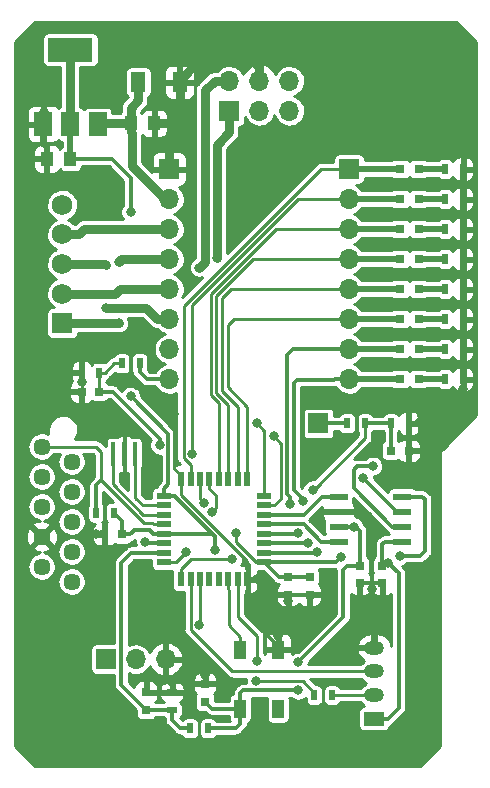
<source format=gtl>
G04 #@! TF.GenerationSoftware,KiCad,Pcbnew,(5.99.0-492-g30da2b31e)*
G04 #@! TF.CreationDate,2019-12-10T20:34:04+01:00*
G04 #@! TF.ProjectId,Feeder,46656564-6572-42e6-9b69-6361645f7063,0.1*
G04 #@! TF.SameCoordinates,Original*
G04 #@! TF.FileFunction,Copper,L1,Top*
G04 #@! TF.FilePolarity,Positive*
%FSLAX46Y46*%
G04 Gerber Fmt 4.6, Leading zero omitted, Abs format (unit mm)*
G04 Created by KiCad (PCBNEW (5.99.0-492-g30da2b31e)) date 2019-12-10 20:34:04*
%MOMM*%
%LPD*%
G04 APERTURE LIST*
%ADD10C,1.750000*%
%ADD11R,1.750000X1.750000*%
%ADD12R,1.550000X0.600000*%
%ADD13R,1.700000X1.700000*%
%ADD14O,1.700000X1.700000*%
%ADD15R,0.750000X0.800000*%
%ADD16R,0.800000X0.750000*%
%ADD17R,1.000000X1.250000*%
%ADD18O,1.700000X1.200000*%
%ADD19R,1.700000X1.200000*%
%ADD20R,1.300000X1.700000*%
%ADD21R,0.600000X1.200000*%
%ADD22R,1.200000X0.600000*%
%ADD23R,0.800000X0.800000*%
%ADD24R,1.000000X1.600000*%
%ADD25R,0.300000X2.000000*%
%ADD26C,1.450000*%
%ADD27R,0.500000X0.900000*%
%ADD28R,0.900000X0.500000*%
%ADD29R,1.500000X2.000000*%
%ADD30R,3.800000X2.000000*%
%ADD31C,0.800000*%
%ADD32C,0.250000*%
%ADD33C,0.300000*%
%ADD34C,0.500000*%
%ADD35C,0.750000*%
G04 APERTURE END LIST*
D10*
X153500000Y-64000000D03*
X153500000Y-66500000D03*
X153500000Y-69000000D03*
X153500000Y-71500000D03*
D11*
X153500000Y-74000000D03*
D12*
X182300000Y-88695000D03*
X182300000Y-89965000D03*
X182300000Y-91235000D03*
X182300000Y-92505000D03*
X176900000Y-92505000D03*
X176900000Y-91235000D03*
X176900000Y-89965000D03*
X176900000Y-88695000D03*
D13*
X175200000Y-82500000D03*
D14*
X162280000Y-102460000D03*
X159740000Y-102460000D03*
D13*
X157200000Y-102460000D03*
D15*
X178700000Y-96050000D03*
X178700000Y-94550000D03*
D16*
X181350000Y-84800000D03*
X182850000Y-84800000D03*
D15*
X165600000Y-104550000D03*
X165600000Y-106050000D03*
D16*
X156650000Y-79800000D03*
X155150000Y-79800000D03*
D15*
X160600000Y-105250000D03*
X160600000Y-106750000D03*
X172650000Y-95500000D03*
X172650000Y-97000000D03*
X174450000Y-97000000D03*
X174450000Y-95500000D03*
D16*
X158550000Y-91900000D03*
X157050000Y-91900000D03*
D15*
X180600000Y-96050000D03*
X180600000Y-94550000D03*
D17*
X154200000Y-60100000D03*
X152200000Y-60100000D03*
X161300000Y-57100000D03*
X159300000Y-57100000D03*
D18*
X179900000Y-101500000D03*
X179900000Y-103500000D03*
X179900000Y-105500000D03*
D19*
X179900000Y-107500000D03*
D20*
X163450000Y-53600000D03*
X159950000Y-53600000D03*
D21*
X163570000Y-87190000D03*
X164370000Y-87190000D03*
X165170000Y-87190000D03*
X165970000Y-87190000D03*
X166770000Y-87190000D03*
X167570000Y-87190000D03*
X168370000Y-87190000D03*
X169170000Y-87190000D03*
D22*
X170620000Y-88640000D03*
X170620000Y-89440000D03*
X170620000Y-90240000D03*
X170620000Y-91040000D03*
X170620000Y-91840000D03*
X170620000Y-92640000D03*
X170620000Y-93440000D03*
X170620000Y-94240000D03*
D21*
X169170000Y-95690000D03*
X168370000Y-95690000D03*
X167570000Y-95690000D03*
X166770000Y-95690000D03*
X165970000Y-95690000D03*
X165170000Y-95690000D03*
X164370000Y-95690000D03*
X163570000Y-95690000D03*
D22*
X162120000Y-94240000D03*
X162120000Y-93440000D03*
X162120000Y-92640000D03*
X162120000Y-91840000D03*
X162120000Y-91040000D03*
X162120000Y-90240000D03*
X162120000Y-89440000D03*
X162120000Y-88640000D03*
D23*
X182080000Y-71120000D03*
X183680000Y-71120000D03*
X183680000Y-63500000D03*
X182080000Y-63500000D03*
X182080000Y-66040000D03*
X183680000Y-66040000D03*
X183680000Y-68580000D03*
X182080000Y-68580000D03*
X182080000Y-73660000D03*
X183680000Y-73660000D03*
X183680000Y-76200000D03*
X182080000Y-76200000D03*
X182080000Y-78740000D03*
X183680000Y-78740000D03*
X183680000Y-60960000D03*
X182080000Y-60960000D03*
D24*
X168580000Y-106640000D03*
X171780000Y-106640000D03*
X168580000Y-101640000D03*
X171780000Y-101640000D03*
D25*
X159700000Y-85090000D03*
X158750000Y-85090000D03*
X157800000Y-85090000D03*
D26*
X151765000Y-84455000D03*
X154305000Y-85725000D03*
X151765000Y-86995000D03*
X154305000Y-88265000D03*
X151765000Y-89535000D03*
X154305000Y-90805000D03*
X151765000Y-92075000D03*
X154305000Y-93345000D03*
X151765000Y-94615000D03*
X154305000Y-95885000D03*
D14*
X172740000Y-53500000D03*
X172740000Y-56040000D03*
X170200000Y-53500000D03*
X170200000Y-56040000D03*
X167660000Y-53500000D03*
D13*
X167660000Y-56040000D03*
D27*
X185940000Y-66040000D03*
X187440000Y-66040000D03*
X158550000Y-77400000D03*
X160050000Y-77400000D03*
X157850000Y-90050000D03*
X156350000Y-90050000D03*
X187440000Y-78740000D03*
X185940000Y-78740000D03*
X185940000Y-76200000D03*
X187440000Y-76200000D03*
X187440000Y-68580000D03*
X185940000Y-68580000D03*
X185940000Y-73660000D03*
X187440000Y-73660000D03*
X187440000Y-71120000D03*
X185940000Y-71120000D03*
X156650000Y-78200000D03*
X155150000Y-78200000D03*
X179150000Y-82500000D03*
X177650000Y-82500000D03*
X181350000Y-82500000D03*
X182850000Y-82500000D03*
X187440000Y-63500000D03*
X185940000Y-63500000D03*
X185940000Y-60960000D03*
X187440000Y-60960000D03*
X164350000Y-108300000D03*
X165850000Y-108300000D03*
D28*
X162800000Y-106750000D03*
X162800000Y-105250000D03*
D27*
X174850000Y-105500000D03*
X176350000Y-105500000D03*
D13*
X162560000Y-60960000D03*
D14*
X162560000Y-63500000D03*
X162560000Y-66040000D03*
X162560000Y-68580000D03*
X162560000Y-71120000D03*
X162560000Y-73660000D03*
X162560000Y-76200000D03*
X162560000Y-78740000D03*
X177800000Y-78740000D03*
X177800000Y-76200000D03*
X177800000Y-73660000D03*
X177800000Y-71120000D03*
X177800000Y-68580000D03*
X177800000Y-66040000D03*
X177800000Y-63500000D03*
D13*
X177800000Y-60960000D03*
D29*
X151900000Y-57150000D03*
X156500000Y-57150000D03*
X154200000Y-57150000D03*
D30*
X154200000Y-50850000D03*
D31*
X175100000Y-93400000D03*
X182100000Y-93700000D03*
X165500000Y-89200000D03*
X166200000Y-90000000D03*
X171400000Y-83600000D03*
X170000000Y-82500000D03*
X165100000Y-99600000D03*
X179000000Y-87100000D03*
X179800000Y-86100000D03*
X161750000Y-84350000D03*
X160550000Y-92500000D03*
X167900000Y-94000000D03*
X174700000Y-88100000D03*
X169900000Y-104300000D03*
X170000000Y-102600000D03*
X166600000Y-68500000D03*
X165100000Y-69300000D03*
X157200000Y-72700000D03*
X157200000Y-69100000D03*
X158300000Y-68800000D03*
X158300000Y-74000000D03*
X164500000Y-85099994D03*
X163974148Y-93420627D03*
X173500000Y-91800000D03*
X172800000Y-89300000D03*
X173900000Y-89100000D03*
X174300000Y-92600000D03*
X168200000Y-91800000D03*
X159300000Y-64600000D03*
X166425010Y-93202532D03*
X177100000Y-93800000D03*
X181100000Y-94300000D03*
X159300000Y-80200000D03*
X159400000Y-57900000D03*
X178200000Y-91235000D03*
X173500000Y-102700000D03*
X173500000Y-105100000D03*
X158800000Y-87200000D03*
X152000000Y-56100000D03*
X179700000Y-96500000D03*
X163000000Y-81700000D03*
X171800000Y-100500000D03*
X179400000Y-90300000D03*
X187400000Y-79600000D03*
X165600000Y-103800000D03*
X170000000Y-95700000D03*
X172650000Y-97550000D03*
X156400000Y-91900000D03*
X155150000Y-79000000D03*
D32*
X179900000Y-103500000D02*
X167900000Y-103500000D01*
X164370000Y-99970000D02*
X164370000Y-95690000D01*
X167900000Y-103500000D02*
X164370000Y-99970000D01*
D33*
X170620000Y-90240000D02*
X173960000Y-90240000D01*
X175505000Y-88695000D02*
X176900000Y-88695000D01*
X173960000Y-90240000D02*
X175505000Y-88695000D01*
X170620000Y-91040000D02*
X173940000Y-91040000D01*
X175405000Y-92505000D02*
X176900000Y-92505000D01*
X173940000Y-91040000D02*
X175405000Y-92505000D01*
X175060000Y-93440000D02*
X175100000Y-93400000D01*
X170620000Y-93440000D02*
X175060000Y-93440000D01*
X182100000Y-93700000D02*
X183800000Y-93700000D01*
X183800000Y-93700000D02*
X184200000Y-93300000D01*
X184200000Y-93300000D02*
X184200000Y-88900000D01*
X183995000Y-88695000D02*
X182300000Y-88695000D01*
X184200000Y-88900000D02*
X183995000Y-88695000D01*
D32*
X167570000Y-96540000D02*
X167600000Y-96570000D01*
X167570000Y-95690000D02*
X167570000Y-96540000D01*
X167600000Y-96570000D02*
X167600000Y-99600000D01*
X168580000Y-100580000D02*
X168580000Y-101640000D01*
X167600000Y-99600000D02*
X168580000Y-100580000D01*
X162120000Y-90240000D02*
X160376410Y-90240000D01*
X160376410Y-90240000D02*
X157800000Y-87663590D01*
X157800000Y-87663590D02*
X157800000Y-85090000D01*
X160340000Y-89440000D02*
X162120000Y-89440000D01*
X159700000Y-88800000D02*
X160340000Y-89440000D01*
X159700000Y-85090000D02*
X159700000Y-88800000D01*
X165170000Y-88870000D02*
X165500000Y-89200000D01*
X165170000Y-87190000D02*
X165170000Y-88870000D01*
X165970000Y-88040000D02*
X166500000Y-88570000D01*
X165970000Y-87190000D02*
X165970000Y-88040000D01*
X166500000Y-89700000D02*
X166200000Y-90000000D01*
X166500000Y-88570000D02*
X166500000Y-89700000D01*
X171470000Y-89440000D02*
X172000000Y-88910000D01*
X170620000Y-89440000D02*
X171470000Y-89440000D01*
X172000000Y-84200000D02*
X171400000Y-83600000D01*
X172000000Y-88910000D02*
X172000000Y-84200000D01*
X170620000Y-83120000D02*
X170000000Y-82500000D01*
X170620000Y-88640000D02*
X170620000Y-83120000D01*
X165170000Y-99530000D02*
X165100000Y-99600000D01*
X165170000Y-95690000D02*
X165170000Y-99530000D01*
D33*
X179000000Y-87100000D02*
X181865000Y-89965000D01*
X181865000Y-89965000D02*
X182300000Y-89965000D01*
X178200000Y-86400000D02*
X178500000Y-86100000D01*
X178200000Y-88000000D02*
X178200000Y-86400000D01*
X178500000Y-86100000D02*
X179800000Y-86100000D01*
X181435000Y-91235000D02*
X178200000Y-88000000D01*
X182300000Y-91235000D02*
X181435000Y-91235000D01*
D34*
X183680000Y-66040000D02*
X185940000Y-66040000D01*
D32*
X156355000Y-84455000D02*
X151765000Y-84455000D01*
X156800000Y-84900000D02*
X156355000Y-84455000D01*
X156800000Y-87300000D02*
X156800000Y-84900000D01*
X160400000Y-90900000D02*
X156800000Y-87300000D01*
X161130000Y-90900000D02*
X160400000Y-90900000D01*
X161270000Y-91040000D02*
X161130000Y-90900000D01*
X162120000Y-91040000D02*
X161270000Y-91040000D01*
D33*
X156350000Y-87750000D02*
X156800000Y-87300000D01*
X156350000Y-90050000D02*
X156350000Y-87750000D01*
D34*
X185940000Y-78740000D02*
X183680000Y-78740000D01*
X183680000Y-76200000D02*
X185940000Y-76200000D01*
X185940000Y-68580000D02*
X183680000Y-68580000D01*
X185940000Y-73660000D02*
X183680000Y-73660000D01*
X183680000Y-71120000D02*
X185940000Y-71120000D01*
D33*
X161750000Y-83784315D02*
X157765685Y-79800000D01*
X157765685Y-79800000D02*
X156650000Y-79800000D01*
X162120000Y-92640000D02*
X160690000Y-92640000D01*
X160690000Y-92640000D02*
X160550000Y-92500000D01*
X161750000Y-84350000D02*
X161750000Y-83784315D01*
D32*
X157900000Y-77400000D02*
X157100000Y-78200000D01*
X157100000Y-78200000D02*
X156650000Y-78200000D01*
X158550000Y-77400000D02*
X157900000Y-77400000D01*
X156650000Y-78200000D02*
X156650000Y-79800000D01*
D33*
X177650000Y-82500000D02*
X175200000Y-82500000D01*
X181350000Y-84800000D02*
X181350000Y-82500000D01*
X181350000Y-82500000D02*
X179150000Y-82500000D01*
D32*
X163570000Y-94840000D02*
X164410000Y-94000000D01*
X163570000Y-95690000D02*
X163570000Y-94840000D01*
X164410000Y-94000000D02*
X167900000Y-94000000D01*
X179150000Y-83750000D02*
X179150000Y-82500000D01*
X174800000Y-88100000D02*
X179150000Y-83750000D01*
X174700000Y-88100000D02*
X174800000Y-88100000D01*
D34*
X185940000Y-63500000D02*
X183680000Y-63500000D01*
X183680000Y-60960000D02*
X185940000Y-60960000D01*
D33*
X164350000Y-108300000D02*
X163500000Y-108300000D01*
X162800000Y-107600000D02*
X162800000Y-106750000D01*
X163500000Y-108300000D02*
X162800000Y-107600000D01*
X162800000Y-106750000D02*
X160600000Y-106750000D01*
X160600000Y-106725000D02*
X158500000Y-104625000D01*
X160600000Y-106750000D02*
X160600000Y-106725000D01*
X158500000Y-104625000D02*
X158500000Y-94300000D01*
X159360000Y-93440000D02*
X162120000Y-93440000D01*
X158500000Y-94300000D02*
X159360000Y-93440000D01*
D32*
X179900000Y-105500000D02*
X176350000Y-105500000D01*
X174850000Y-105300000D02*
X173850000Y-104300000D01*
X174850000Y-105500000D02*
X174850000Y-105300000D01*
X173850000Y-104300000D02*
X169900000Y-104300000D01*
X170000000Y-102600000D02*
X170000000Y-100500000D01*
X168370000Y-98870000D02*
X168370000Y-95690000D01*
X170000000Y-100500000D02*
X168370000Y-98870000D01*
D35*
X167660000Y-57840000D02*
X167660000Y-56040000D01*
X166600000Y-58900000D02*
X167660000Y-57840000D01*
X166600000Y-68500000D02*
X166600000Y-58900000D01*
D33*
X160640000Y-78740000D02*
X162560000Y-78740000D01*
X160050000Y-78150000D02*
X160640000Y-78740000D01*
X160050000Y-77400000D02*
X160050000Y-78150000D01*
D35*
X167660000Y-53500000D02*
X166400000Y-53500000D01*
X166400000Y-53500000D02*
X165600000Y-54300000D01*
X165600000Y-68800000D02*
X165100000Y-69300000D01*
X165600000Y-54300000D02*
X165600000Y-68800000D01*
X162440000Y-73540000D02*
X162560000Y-73660000D01*
X161560000Y-73660000D02*
X160600000Y-72700000D01*
X160600000Y-72700000D02*
X157200000Y-72700000D01*
X157200000Y-69100000D02*
X157100000Y-69000000D01*
X157100000Y-69000000D02*
X153500000Y-69000000D01*
X162560000Y-73660000D02*
X161560000Y-73660000D01*
X158380000Y-71120000D02*
X158000000Y-71500000D01*
X158000000Y-71500000D02*
X153500000Y-71500000D01*
X162560000Y-71120000D02*
X158380000Y-71120000D01*
X162520000Y-68540000D02*
X162560000Y-68580000D01*
X158520000Y-68580000D02*
X158300000Y-68800000D01*
X158300000Y-74000000D02*
X153500000Y-74000000D01*
X162560000Y-68580000D02*
X158520000Y-68580000D01*
X155360000Y-66040000D02*
X154900000Y-66500000D01*
X154900000Y-66500000D02*
X153500000Y-66500000D01*
X162560000Y-66040000D02*
X155360000Y-66040000D01*
D34*
X182080000Y-60960000D02*
X177800000Y-60960000D01*
D32*
X164370000Y-86033589D02*
X163774999Y-85438588D01*
X163774999Y-85438588D02*
X163774999Y-72579357D01*
X164370000Y-87190000D02*
X164370000Y-86033589D01*
X163774999Y-72579357D02*
X175394356Y-60960000D01*
X175394356Y-60960000D02*
X177800000Y-60960000D01*
D34*
X177800000Y-63500000D02*
X182080000Y-63500000D01*
D32*
X173490767Y-63500000D02*
X164500000Y-72490767D01*
X177800000Y-63500000D02*
X173490767Y-63500000D01*
X164500000Y-72490767D02*
X164500000Y-85099994D01*
X162120000Y-94240000D02*
X163154775Y-94240000D01*
X163154775Y-94240000D02*
X163974148Y-93420627D01*
D34*
X182080000Y-66040000D02*
X177800000Y-66040000D01*
D32*
X166770000Y-80770000D02*
X166770000Y-87190000D01*
X166099978Y-80099978D02*
X166770000Y-80770000D01*
X166099978Y-71527200D02*
X166099978Y-80099978D01*
X171587178Y-66040000D02*
X166099978Y-71527200D01*
X177800000Y-66040000D02*
X171587178Y-66040000D01*
D34*
X182080000Y-68580000D02*
X177800000Y-68580000D01*
D32*
X167570000Y-87190000D02*
X167570000Y-80933590D01*
X167570000Y-80933590D02*
X166549989Y-79913579D01*
X166549989Y-71713600D02*
X169683589Y-68580000D01*
X169683589Y-68580000D02*
X177800000Y-68580000D01*
X166549989Y-79913579D02*
X166549989Y-71713600D01*
D34*
X182080000Y-71120000D02*
X177800000Y-71120000D01*
D32*
X167000000Y-79727178D02*
X168370000Y-81097178D01*
X177800000Y-71120000D02*
X167780000Y-71120000D01*
X167780000Y-71120000D02*
X167000000Y-71900000D01*
X167000000Y-71900000D02*
X167000000Y-79727178D01*
X168370000Y-81097178D02*
X168370000Y-87190000D01*
D34*
X182080000Y-73660000D02*
X177800000Y-73660000D01*
D32*
X169170000Y-81070000D02*
X169170000Y-87190000D01*
X167500000Y-79400000D02*
X169170000Y-81070000D01*
X167500000Y-74200000D02*
X167500000Y-79400000D01*
X168040000Y-73660000D02*
X167500000Y-74200000D01*
X177800000Y-73660000D02*
X168040000Y-73660000D01*
D34*
X182080000Y-76200000D02*
X177800000Y-76200000D01*
D33*
X173460000Y-91840000D02*
X173500000Y-91800000D01*
X170620000Y-91840000D02*
X173460000Y-91840000D01*
X172800000Y-88734315D02*
X172500000Y-88434315D01*
X172800000Y-89300000D02*
X172800000Y-88734315D01*
X172500000Y-88434315D02*
X172500000Y-76700000D01*
X173000000Y-76200000D02*
X177800000Y-76200000D01*
X172500000Y-76700000D02*
X173000000Y-76200000D01*
D34*
X182080000Y-78740000D02*
X177800000Y-78740000D01*
D33*
X176597919Y-78740000D02*
X176537919Y-78800000D01*
X177800000Y-78740000D02*
X176597919Y-78740000D01*
X176537919Y-78800000D02*
X173400000Y-78800000D01*
X173400000Y-78800000D02*
X173100000Y-79100000D01*
X173100000Y-79100000D02*
X173100000Y-88100000D01*
X173900000Y-88900000D02*
X173900000Y-89100000D01*
X173100000Y-88100000D02*
X173900000Y-88900000D01*
X170660000Y-92600000D02*
X170620000Y-92640000D01*
X174300000Y-92600000D02*
X170660000Y-92600000D01*
D32*
X169934998Y-94240000D02*
X170620000Y-94240000D01*
X168200000Y-92505002D02*
X169934998Y-94240000D01*
X168200000Y-91800000D02*
X168200000Y-92505002D01*
X166170000Y-91840000D02*
X166330000Y-92000000D01*
X162970000Y-88640000D02*
X166330000Y-92000000D01*
D35*
X154200000Y-50850000D02*
X154200000Y-57150000D01*
D33*
X180600000Y-94550000D02*
X180600000Y-92700000D01*
X180795000Y-92505000D02*
X182300000Y-92505000D01*
X180600000Y-92700000D02*
X180795000Y-92505000D01*
X159300000Y-64600000D02*
X159300000Y-61700000D01*
X157700000Y-60100000D02*
X154200000Y-60100000D01*
X159300000Y-61700000D02*
X157700000Y-60100000D01*
D32*
X166330000Y-92000000D02*
X166425010Y-92095010D01*
D33*
X163020000Y-88640000D02*
X162970000Y-88640000D01*
X166425010Y-92045010D02*
X166425010Y-92300000D01*
X162120000Y-88640000D02*
X163020000Y-88640000D01*
D32*
X166425010Y-92095010D02*
X166425010Y-92300000D01*
D33*
X163020000Y-88640000D02*
X166425010Y-92045010D01*
X166425010Y-93202532D02*
X166425010Y-92300000D01*
X162120000Y-91840000D02*
X166170000Y-91840000D01*
X176660000Y-94240000D02*
X177100000Y-93800000D01*
X170620000Y-94240000D02*
X176660000Y-94240000D01*
X180850000Y-94300000D02*
X180600000Y-94550000D01*
X181100000Y-94300000D02*
X180850000Y-94300000D01*
X181050000Y-107500000D02*
X182000000Y-106550000D01*
X179900000Y-107500000D02*
X181050000Y-107500000D01*
X182000000Y-95200000D02*
X181100000Y-94300000D01*
X182000000Y-106550000D02*
X182000000Y-95200000D01*
X162500001Y-87659999D02*
X162500001Y-83400001D01*
X162120000Y-88640000D02*
X162120000Y-88040000D01*
X162120000Y-88040000D02*
X162500001Y-87659999D01*
X162500001Y-83400001D02*
X159300000Y-80200000D01*
X171880000Y-95500000D02*
X170620000Y-94240000D01*
X172650000Y-95500000D02*
X171880000Y-95500000D01*
X174450000Y-95500000D02*
X172650000Y-95500000D01*
X161220000Y-91840000D02*
X160930000Y-91550000D01*
X162120000Y-91840000D02*
X161220000Y-91840000D01*
X160930000Y-91550000D02*
X159550000Y-91550000D01*
X159550000Y-91600000D02*
X159250000Y-91900000D01*
X159250000Y-91900000D02*
X158550000Y-91900000D01*
X159550000Y-91550000D02*
X159550000Y-91600000D01*
X158550000Y-90750000D02*
X157850000Y-90050000D01*
X158550000Y-91900000D02*
X158550000Y-90750000D01*
D34*
X154200000Y-60100000D02*
X154200000Y-57150000D01*
D35*
X156550000Y-57100000D02*
X156500000Y-57150000D01*
X159300000Y-57100000D02*
X156550000Y-57100000D01*
X159300000Y-55800000D02*
X159300000Y-57100000D01*
X159950000Y-55150000D02*
X159300000Y-55800000D01*
X159950000Y-53600000D02*
X159950000Y-55150000D01*
X159300000Y-57800000D02*
X159400000Y-57900000D01*
X159300000Y-57100000D02*
X159300000Y-57800000D01*
D33*
X178700000Y-91600000D02*
X178335000Y-91235000D01*
X178700000Y-94550000D02*
X178700000Y-91600000D01*
D35*
X159400000Y-60700000D02*
X159400000Y-57900000D01*
X162200000Y-63500000D02*
X159400000Y-60700000D01*
X162560000Y-63500000D02*
X162200000Y-63500000D01*
D33*
X166190000Y-106640000D02*
X165600000Y-106050000D01*
X168580000Y-106640000D02*
X166190000Y-106640000D01*
X176900000Y-91235000D02*
X178200000Y-91235000D01*
X178335000Y-91235000D02*
X178200000Y-91235000D01*
X168580000Y-105320000D02*
X168580000Y-106640000D01*
X168800000Y-105100000D02*
X168580000Y-105320000D01*
X173500000Y-105100000D02*
X168800000Y-105100000D01*
X177300000Y-98900000D02*
X173500000Y-102700000D01*
X177300000Y-94900000D02*
X177300000Y-98900000D01*
X177650000Y-94550000D02*
X177300000Y-94900000D01*
X178700000Y-94550000D02*
X177650000Y-94550000D01*
X165850000Y-108300000D02*
X168200000Y-108300000D01*
X168580000Y-107920000D02*
X168580000Y-106640000D01*
X168200000Y-108300000D02*
X168580000Y-107920000D01*
D34*
X187440000Y-60960000D02*
X187440000Y-63500000D01*
X187440000Y-63500000D02*
X187440000Y-66040000D01*
X187440000Y-66040000D02*
X187440000Y-68580000D01*
X187440000Y-68580000D02*
X187440000Y-71120000D01*
X187440000Y-71120000D02*
X187440000Y-73660000D01*
X187440000Y-73660000D02*
X187440000Y-76200000D01*
X187440000Y-76200000D02*
X187440000Y-78740000D01*
D32*
X158750000Y-87150000D02*
X158800000Y-87200000D01*
X158750000Y-85090000D02*
X158750000Y-87150000D01*
D35*
X163450000Y-53400000D02*
X163450000Y-53600000D01*
X165450000Y-51400000D02*
X163450000Y-53400000D01*
X169302081Y-51400000D02*
X165450000Y-51400000D01*
X170200000Y-52297919D02*
X169302081Y-51400000D01*
X170200000Y-53500000D02*
X170200000Y-52297919D01*
X162560000Y-58940000D02*
X162560000Y-60960000D01*
X163450000Y-58050000D02*
X162560000Y-58940000D01*
X161300000Y-57100000D02*
X163450000Y-57100000D01*
X163450000Y-57100000D02*
X163450000Y-58050000D01*
X163450000Y-53600000D02*
X163450000Y-57100000D01*
X152075000Y-57325000D02*
X151900000Y-57150000D01*
X151900000Y-56200000D02*
X152000000Y-56100000D01*
X151900000Y-57150000D02*
X151900000Y-56200000D01*
D33*
X180600000Y-96050000D02*
X179700000Y-96050000D01*
X179700000Y-96050000D02*
X178700000Y-96050000D01*
X179700000Y-96050000D02*
X179700000Y-96500000D01*
D32*
X163000000Y-86320000D02*
X163000000Y-81700000D01*
X163570000Y-86890000D02*
X163000000Y-86320000D01*
X163570000Y-87190000D02*
X163570000Y-86890000D01*
X171780000Y-100520000D02*
X171800000Y-100500000D01*
X171780000Y-101640000D02*
X171780000Y-100520000D01*
X169170000Y-98730000D02*
X169170000Y-95690000D01*
X171780000Y-101340000D02*
X169170000Y-98730000D01*
X171780000Y-101640000D02*
X171780000Y-101340000D01*
X163570000Y-87190000D02*
X163570000Y-88518234D01*
X163570000Y-88518234D02*
X169170000Y-94118234D01*
X169170000Y-94118234D02*
X169170000Y-95690000D01*
D33*
X179700000Y-96050000D02*
X179700000Y-90600000D01*
X179065000Y-89965000D02*
X179400000Y-90300000D01*
X176900000Y-89965000D02*
X179065000Y-89965000D01*
X179700000Y-90600000D02*
X179400000Y-90300000D01*
X187440000Y-79560000D02*
X187400000Y-79600000D01*
X187440000Y-78740000D02*
X187440000Y-79560000D01*
X165600000Y-104550000D02*
X165600000Y-103800000D01*
X182850000Y-84800000D02*
X182850000Y-82500000D01*
X183400000Y-82500000D02*
X185300000Y-80600000D01*
X182850000Y-82500000D02*
X183400000Y-82500000D01*
X185300000Y-80600000D02*
X187200000Y-80600000D01*
X187400000Y-80400000D02*
X187400000Y-79600000D01*
X187200000Y-80600000D02*
X187400000Y-80400000D01*
X169990000Y-95690000D02*
X170000000Y-95700000D01*
X169170000Y-95690000D02*
X169990000Y-95690000D01*
D32*
X158750000Y-85090000D02*
X158750000Y-83050000D01*
X158750000Y-83050000D02*
X158500000Y-82800000D01*
X158500000Y-82800000D02*
X155700000Y-82800000D01*
X155150000Y-82250000D02*
X155150000Y-79800000D01*
X155700000Y-82800000D02*
X155150000Y-82250000D01*
D33*
X174450000Y-97000000D02*
X172650000Y-97000000D01*
X172650000Y-97000000D02*
X172650000Y-97550000D01*
X157050000Y-91900000D02*
X156400000Y-91900000D01*
X162800000Y-105250000D02*
X160600000Y-105250000D01*
X162280000Y-104180000D02*
X162280000Y-102460000D01*
X162800000Y-104700000D02*
X162280000Y-104180000D01*
X162800000Y-105250000D02*
X162800000Y-104700000D01*
D32*
X155150000Y-79000000D02*
X155150000Y-79800000D01*
X155150000Y-78200000D02*
X155150000Y-79000000D01*
D34*
X152200000Y-59100000D02*
X151900000Y-58800000D01*
X151900000Y-58800000D02*
X151900000Y-57150000D01*
X152200000Y-60100000D02*
X152200000Y-59100000D01*
G36*
X188526000Y-50196337D02*
G01*
X188526001Y-81803662D01*
X185700585Y-84629079D01*
X185676587Y-84644574D01*
X185644919Y-84684745D01*
X185637027Y-84692637D01*
X185620836Y-84715295D01*
X185575462Y-84772852D01*
X185573082Y-84782121D01*
X185568457Y-84788593D01*
X185523245Y-84939772D01*
X185526000Y-85009879D01*
X185526001Y-109803662D01*
X183803664Y-111526000D01*
X151196337Y-111526000D01*
X149474000Y-109803664D01*
X149474000Y-95880795D01*
X153100556Y-95880795D01*
X153121490Y-96108626D01*
X153185129Y-96328389D01*
X153289176Y-96532152D01*
X153429876Y-96712564D01*
X153602152Y-96863116D01*
X153799790Y-96978375D01*
X154015657Y-97054181D01*
X154241964Y-97087801D01*
X154470546Y-97078021D01*
X154693153Y-97025194D01*
X154901756Y-96931226D01*
X155088826Y-96799506D01*
X155247614Y-96634789D01*
X155372389Y-96443017D01*
X155458651Y-96231112D01*
X155503318Y-96006557D01*
X155504137Y-95771811D01*
X155461039Y-95546950D01*
X155376259Y-95334447D01*
X155252825Y-95141810D01*
X155095192Y-94975988D01*
X154909046Y-94842966D01*
X154701103Y-94747544D01*
X154478870Y-94693164D01*
X154250363Y-94681788D01*
X154023826Y-94713827D01*
X153807435Y-94788126D01*
X153608998Y-94902001D01*
X153435674Y-95051347D01*
X153293718Y-95230772D01*
X153188251Y-95433804D01*
X153123080Y-95653117D01*
X153100556Y-95880795D01*
X149474000Y-95880795D01*
X149474000Y-94610795D01*
X150560556Y-94610795D01*
X150581490Y-94838626D01*
X150645129Y-95058389D01*
X150749176Y-95262152D01*
X150889876Y-95442564D01*
X151062152Y-95593116D01*
X151259790Y-95708375D01*
X151475657Y-95784181D01*
X151701964Y-95817801D01*
X151930546Y-95808021D01*
X152153153Y-95755194D01*
X152361756Y-95661226D01*
X152548826Y-95529506D01*
X152707614Y-95364789D01*
X152832389Y-95173017D01*
X152918651Y-94961112D01*
X152963318Y-94736557D01*
X152964137Y-94501811D01*
X152921039Y-94276950D01*
X152836259Y-94064447D01*
X152712825Y-93871810D01*
X152555192Y-93705988D01*
X152369046Y-93572966D01*
X152161103Y-93477544D01*
X151938870Y-93423164D01*
X151928696Y-93422658D01*
X152013291Y-93414661D01*
X152246601Y-93349520D01*
X152264649Y-93340795D01*
X153100556Y-93340795D01*
X153121490Y-93568626D01*
X153185129Y-93788389D01*
X153289176Y-93992152D01*
X153429876Y-94172564D01*
X153602152Y-94323116D01*
X153799790Y-94438375D01*
X154015657Y-94514181D01*
X154241964Y-94547801D01*
X154470546Y-94538021D01*
X154693153Y-94485194D01*
X154901756Y-94391226D01*
X155088826Y-94259506D01*
X155247614Y-94094789D01*
X155372389Y-93903017D01*
X155458651Y-93691112D01*
X155503318Y-93466557D01*
X155504137Y-93231811D01*
X155461039Y-93006950D01*
X155376259Y-92794447D01*
X155252825Y-92601810D01*
X155095192Y-92435988D01*
X154909046Y-92302966D01*
X154701103Y-92207544D01*
X154478870Y-92153164D01*
X154250363Y-92141788D01*
X154023826Y-92173827D01*
X153807435Y-92248126D01*
X153608998Y-92362001D01*
X153435674Y-92511347D01*
X153293718Y-92690772D01*
X153188251Y-92893804D01*
X153123080Y-93113117D01*
X153100556Y-93340795D01*
X152264649Y-93340795D01*
X152464686Y-93244093D01*
X152630082Y-93123930D01*
X151765000Y-92258848D01*
X150899239Y-93124609D01*
X151077593Y-93251356D01*
X151296772Y-93354494D01*
X151530751Y-93417188D01*
X151619493Y-93424640D01*
X151483826Y-93443827D01*
X151267435Y-93518126D01*
X151068998Y-93632001D01*
X150895674Y-93781347D01*
X150753718Y-93960772D01*
X150648251Y-94163804D01*
X150583080Y-94383117D01*
X150560556Y-94610795D01*
X149474000Y-94610795D01*
X149474000Y-92039334D01*
X150402991Y-92039334D01*
X150418201Y-92281089D01*
X150475981Y-92516329D01*
X150574507Y-92737620D01*
X150713705Y-92942447D01*
X151581152Y-92075000D01*
X151948848Y-92075000D01*
X152817303Y-92943456D01*
X152962367Y-92725117D01*
X153058570Y-92502807D01*
X153114257Y-92265379D01*
X153120420Y-92030000D01*
X156010163Y-92030000D01*
X156010163Y-92291325D01*
X156090612Y-92591566D01*
X156237491Y-92766609D01*
X156430508Y-92878047D01*
X156639151Y-92914837D01*
X156920000Y-92914837D01*
X156920000Y-92030000D01*
X156010163Y-92030000D01*
X153120420Y-92030000D01*
X153122372Y-91955496D01*
X153079186Y-91715480D01*
X152994750Y-91488439D01*
X152824049Y-91199799D01*
X151948848Y-92075000D01*
X151581152Y-92075000D01*
X150717107Y-91210955D01*
X150610817Y-91350981D01*
X150500845Y-91566813D01*
X150430833Y-91798708D01*
X150402991Y-92039334D01*
X149474000Y-92039334D01*
X149474000Y-89530795D01*
X150560556Y-89530795D01*
X150581490Y-89758626D01*
X150645129Y-89978389D01*
X150749176Y-90182152D01*
X150889876Y-90362564D01*
X151062152Y-90513116D01*
X151259790Y-90628375D01*
X151475657Y-90704181D01*
X151600052Y-90722661D01*
X151364377Y-90772755D01*
X151140101Y-90864281D01*
X150894188Y-91020341D01*
X151765000Y-91891152D01*
X152645650Y-91010503D01*
X152312644Y-90827431D01*
X152233496Y-90800795D01*
X153100556Y-90800795D01*
X153121490Y-91028626D01*
X153185129Y-91248389D01*
X153289176Y-91452152D01*
X153429876Y-91632564D01*
X153602152Y-91783116D01*
X153799790Y-91898375D01*
X154015657Y-91974181D01*
X154241964Y-92007801D01*
X154470546Y-91998021D01*
X154693153Y-91945194D01*
X154901756Y-91851226D01*
X155088826Y-91719506D01*
X155247614Y-91554789D01*
X155372389Y-91363017D01*
X155458651Y-91151112D01*
X155503318Y-90926557D01*
X155504137Y-90691811D01*
X155461039Y-90466950D01*
X155376259Y-90254447D01*
X155252825Y-90061810D01*
X155095192Y-89895988D01*
X154909046Y-89762966D01*
X154701103Y-89667544D01*
X154478870Y-89613164D01*
X154250363Y-89601788D01*
X154023826Y-89633827D01*
X153807435Y-89708126D01*
X153608998Y-89822001D01*
X153435674Y-89971347D01*
X153293718Y-90150772D01*
X153188251Y-90353804D01*
X153123080Y-90573117D01*
X153100556Y-90800795D01*
X152233496Y-90800795D01*
X152083063Y-90750170D01*
X151931514Y-90727791D01*
X152153153Y-90675194D01*
X152361756Y-90581226D01*
X152548826Y-90449506D01*
X152707614Y-90284789D01*
X152832389Y-90093017D01*
X152918651Y-89881112D01*
X152963318Y-89656557D01*
X152964137Y-89421811D01*
X152921039Y-89196950D01*
X152836259Y-88984447D01*
X152712825Y-88791810D01*
X152555192Y-88625988D01*
X152369046Y-88492966D01*
X152161103Y-88397544D01*
X151938870Y-88343164D01*
X151710363Y-88331788D01*
X151483826Y-88363827D01*
X151267435Y-88438126D01*
X151068998Y-88552001D01*
X150895674Y-88701347D01*
X150753718Y-88880772D01*
X150648251Y-89083804D01*
X150583080Y-89303117D01*
X150560556Y-89530795D01*
X149474000Y-89530795D01*
X149474000Y-88260795D01*
X153100556Y-88260795D01*
X153121490Y-88488626D01*
X153185129Y-88708389D01*
X153289176Y-88912152D01*
X153429876Y-89092564D01*
X153602152Y-89243116D01*
X153799790Y-89358375D01*
X154015657Y-89434181D01*
X154241964Y-89467801D01*
X154470546Y-89458021D01*
X154693153Y-89405194D01*
X154901756Y-89311226D01*
X155088826Y-89179506D01*
X155247614Y-89014789D01*
X155372389Y-88823017D01*
X155458651Y-88611112D01*
X155503318Y-88386557D01*
X155504137Y-88151811D01*
X155461039Y-87926950D01*
X155376259Y-87714447D01*
X155252825Y-87521810D01*
X155095192Y-87355988D01*
X154909046Y-87222966D01*
X154701103Y-87127544D01*
X154478870Y-87073164D01*
X154250363Y-87061788D01*
X154023826Y-87093827D01*
X153807435Y-87168126D01*
X153608998Y-87282001D01*
X153435674Y-87431347D01*
X153293718Y-87610772D01*
X153188251Y-87813804D01*
X153123080Y-88033117D01*
X153100556Y-88260795D01*
X149474000Y-88260795D01*
X149474000Y-86990795D01*
X150560556Y-86990795D01*
X150581490Y-87218626D01*
X150645129Y-87438389D01*
X150749176Y-87642152D01*
X150889876Y-87822564D01*
X151062152Y-87973116D01*
X151259790Y-88088375D01*
X151475657Y-88164181D01*
X151701964Y-88197801D01*
X151930546Y-88188021D01*
X152153153Y-88135194D01*
X152361756Y-88041226D01*
X152548826Y-87909506D01*
X152707614Y-87744789D01*
X152832389Y-87553017D01*
X152918651Y-87341112D01*
X152963318Y-87116557D01*
X152964137Y-86881811D01*
X152921039Y-86656950D01*
X152836259Y-86444447D01*
X152712825Y-86251810D01*
X152555192Y-86085988D01*
X152369046Y-85952966D01*
X152161103Y-85857544D01*
X151938870Y-85803164D01*
X151710363Y-85791788D01*
X151483826Y-85823827D01*
X151267435Y-85898126D01*
X151068998Y-86012001D01*
X150895674Y-86161347D01*
X150753718Y-86340772D01*
X150648251Y-86543804D01*
X150583080Y-86763117D01*
X150560556Y-86990795D01*
X149474000Y-86990795D01*
X149474000Y-84450795D01*
X150560556Y-84450795D01*
X150581490Y-84678626D01*
X150645129Y-84898389D01*
X150749176Y-85102152D01*
X150889876Y-85282564D01*
X151062152Y-85433116D01*
X151259790Y-85548375D01*
X151475657Y-85624181D01*
X151701964Y-85657801D01*
X151930546Y-85648021D01*
X152153153Y-85595194D01*
X152361756Y-85501226D01*
X152548826Y-85369506D01*
X152707614Y-85204789D01*
X152805725Y-85054000D01*
X153306987Y-85054000D01*
X153293718Y-85070772D01*
X153188251Y-85273804D01*
X153123080Y-85493117D01*
X153100556Y-85720795D01*
X153121490Y-85948626D01*
X153185129Y-86168389D01*
X153289176Y-86372152D01*
X153429876Y-86552564D01*
X153602152Y-86703116D01*
X153799790Y-86818375D01*
X154015657Y-86894181D01*
X154241964Y-86927801D01*
X154470546Y-86918021D01*
X154693153Y-86865194D01*
X154901756Y-86771226D01*
X155088826Y-86639506D01*
X155247614Y-86474789D01*
X155372389Y-86283017D01*
X155458651Y-86071112D01*
X155503318Y-85846557D01*
X155504137Y-85611811D01*
X155461039Y-85386950D01*
X155376259Y-85174447D01*
X155299081Y-85054000D01*
X156106886Y-85054000D01*
X156201001Y-85148116D01*
X156201000Y-87016531D01*
X155928030Y-87289502D01*
X155864615Y-87342712D01*
X155823223Y-87414407D01*
X155775740Y-87482219D01*
X155768524Y-87509150D01*
X155754588Y-87533287D01*
X155740215Y-87614799D01*
X155718785Y-87694776D01*
X155726001Y-87777250D01*
X155726000Y-89306554D01*
X155653502Y-89415055D01*
X155619143Y-89587787D01*
X155619143Y-90512213D01*
X155653502Y-90684945D01*
X155758265Y-90841735D01*
X155915055Y-90946498D01*
X156087787Y-90980857D01*
X156315267Y-90980857D01*
X156158391Y-91112491D01*
X156046953Y-91305508D01*
X156010163Y-91514151D01*
X156010163Y-91770000D01*
X156920000Y-91770000D01*
X156920000Y-90885163D01*
X156876740Y-90885163D01*
X156941735Y-90841735D01*
X157046498Y-90684945D01*
X157080857Y-90512213D01*
X157080857Y-89587787D01*
X157046498Y-89415055D01*
X156974000Y-89306554D01*
X156974000Y-88321113D01*
X157772030Y-89119143D01*
X157587787Y-89119143D01*
X157415055Y-89153502D01*
X157258265Y-89258265D01*
X157153502Y-89415055D01*
X157119143Y-89587787D01*
X157119143Y-90512213D01*
X157153502Y-90684945D01*
X157258265Y-90841735D01*
X157323260Y-90885163D01*
X157180000Y-90885163D01*
X157180000Y-92914837D01*
X157466325Y-92914837D01*
X157766566Y-92834388D01*
X157929453Y-92697709D01*
X157965055Y-92721498D01*
X158137787Y-92755857D01*
X158962213Y-92755857D01*
X159134945Y-92721498D01*
X159291735Y-92616735D01*
X159358398Y-92516967D01*
X159385188Y-92509789D01*
X159466712Y-92495413D01*
X159490856Y-92481474D01*
X159517782Y-92474259D01*
X159585580Y-92426786D01*
X159657287Y-92385386D01*
X159678756Y-92359800D01*
X159677654Y-92363394D01*
X159674377Y-92613723D01*
X159730663Y-92816000D01*
X159387236Y-92816000D01*
X159304777Y-92808785D01*
X159224812Y-92830211D01*
X159143287Y-92844587D01*
X159119144Y-92858526D01*
X159092219Y-92865740D01*
X159024407Y-92913222D01*
X158952713Y-92954614D01*
X158899494Y-93018038D01*
X158078031Y-93839501D01*
X158014615Y-93892712D01*
X157973223Y-93964407D01*
X157925740Y-94032219D01*
X157918524Y-94059150D01*
X157904588Y-94083287D01*
X157890215Y-94164799D01*
X157868785Y-94244776D01*
X157876001Y-94327250D01*
X157876000Y-101129143D01*
X156337787Y-101129143D01*
X156165055Y-101163502D01*
X156008265Y-101268265D01*
X155903502Y-101425055D01*
X155869143Y-101597787D01*
X155869143Y-103322213D01*
X155903502Y-103494945D01*
X156008265Y-103651735D01*
X156165055Y-103756498D01*
X156337787Y-103790857D01*
X157876000Y-103790857D01*
X157876000Y-104597764D01*
X157868785Y-104680224D01*
X157890213Y-104760194D01*
X157904587Y-104841712D01*
X157918526Y-104865855D01*
X157925740Y-104892780D01*
X157973219Y-104960589D01*
X158014614Y-105032287D01*
X158078038Y-105085506D01*
X159744143Y-106751612D01*
X159744143Y-107162213D01*
X159778502Y-107334945D01*
X159883265Y-107491735D01*
X160040055Y-107596498D01*
X160212787Y-107630857D01*
X160987213Y-107630857D01*
X161159945Y-107596498D01*
X161316735Y-107491735D01*
X161395403Y-107374000D01*
X162056553Y-107374000D01*
X162165055Y-107446499D01*
X162176000Y-107448676D01*
X162176000Y-107572764D01*
X162168785Y-107655224D01*
X162190213Y-107735194D01*
X162204587Y-107816712D01*
X162218526Y-107840855D01*
X162225740Y-107867780D01*
X162273219Y-107935589D01*
X162314614Y-108007287D01*
X162378038Y-108060506D01*
X163039501Y-108721970D01*
X163092713Y-108785386D01*
X163164405Y-108826777D01*
X163232217Y-108874259D01*
X163259144Y-108881474D01*
X163283287Y-108895413D01*
X163364809Y-108909788D01*
X163444775Y-108931215D01*
X163527235Y-108924000D01*
X163651324Y-108924000D01*
X163653501Y-108934945D01*
X163758265Y-109091735D01*
X163915055Y-109196498D01*
X164087787Y-109230857D01*
X164612213Y-109230857D01*
X164784945Y-109196498D01*
X164941735Y-109091735D01*
X165046498Y-108934945D01*
X165080857Y-108762213D01*
X165080857Y-107837787D01*
X165046498Y-107665055D01*
X164941735Y-107508265D01*
X164784945Y-107403502D01*
X164612213Y-107369143D01*
X164087787Y-107369143D01*
X163915055Y-107403502D01*
X163758265Y-107508265D01*
X163691161Y-107608693D01*
X163491307Y-107408839D01*
X163591735Y-107341735D01*
X163696498Y-107184945D01*
X163730857Y-107012213D01*
X163730857Y-106487787D01*
X163696498Y-106315055D01*
X163591735Y-106158265D01*
X163478907Y-106082876D01*
X163566566Y-106059388D01*
X163741609Y-105912509D01*
X163853047Y-105719492D01*
X163913615Y-105376000D01*
X161672563Y-105376000D01*
X161790612Y-105816566D01*
X161937491Y-105991609D01*
X162109263Y-106090781D01*
X162056554Y-106126000D01*
X161395403Y-106126000D01*
X161393801Y-106123602D01*
X161466609Y-106062509D01*
X161578047Y-105869492D01*
X161614837Y-105660849D01*
X161614837Y-105380000D01*
X160470000Y-105380000D01*
X160470000Y-105124000D01*
X161686385Y-105124000D01*
X162674000Y-105124000D01*
X162674000Y-104360163D01*
X162926000Y-104360163D01*
X162926000Y-105124000D01*
X163927437Y-105124000D01*
X163809388Y-104683435D01*
X163662509Y-104508391D01*
X163469492Y-104396953D01*
X163260849Y-104360163D01*
X162926000Y-104360163D01*
X162674000Y-104360163D01*
X162333675Y-104360163D01*
X162033435Y-104440612D01*
X161858391Y-104587491D01*
X161746953Y-104780508D01*
X161686385Y-105124000D01*
X160470000Y-105124000D01*
X160470000Y-104210163D01*
X160730000Y-104210163D01*
X160730000Y-105120000D01*
X161614837Y-105120000D01*
X161614837Y-104833675D01*
X161534388Y-104533435D01*
X161387509Y-104358391D01*
X161194492Y-104246953D01*
X160985849Y-104210163D01*
X160730000Y-104210163D01*
X160470000Y-104210163D01*
X160208675Y-104210163D01*
X159908435Y-104290612D01*
X159733391Y-104437491D01*
X159621953Y-104630508D01*
X159586880Y-104829412D01*
X159124000Y-104366532D01*
X159124000Y-104139151D01*
X164585163Y-104139151D01*
X164585163Y-104420000D01*
X165470000Y-104420000D01*
X165470000Y-103510163D01*
X165730000Y-103510163D01*
X165730000Y-104420000D01*
X166614837Y-104420000D01*
X166614837Y-104133675D01*
X166534388Y-103833435D01*
X166387509Y-103658391D01*
X166194492Y-103546953D01*
X165985849Y-103510163D01*
X165730000Y-103510163D01*
X165470000Y-103510163D01*
X165208675Y-103510163D01*
X164908435Y-103590612D01*
X164733391Y-103737491D01*
X164621953Y-103930508D01*
X164585163Y-104139151D01*
X159124000Y-104139151D01*
X159124000Y-103632224D01*
X159214058Y-103681223D01*
X159445415Y-103756619D01*
X159686639Y-103788591D01*
X159929648Y-103776068D01*
X160166308Y-103719470D01*
X160388688Y-103620691D01*
X160589346Y-103483042D01*
X160761557Y-103311130D01*
X160899558Y-103110713D01*
X160923530Y-103056998D01*
X160972887Y-103169705D01*
X161111153Y-103379792D01*
X161282838Y-103563582D01*
X161483036Y-103715815D01*
X161706021Y-103832141D01*
X161945418Y-103909234D01*
X162150000Y-103938532D01*
X162150000Y-102590000D01*
X162410000Y-102590000D01*
X162410000Y-103945205D01*
X162692466Y-103889020D01*
X162927343Y-103799094D01*
X163143711Y-103670878D01*
X163335383Y-103508041D01*
X163496879Y-103315237D01*
X163623580Y-103097979D01*
X163711864Y-102862479D01*
X163764089Y-102590000D01*
X162410000Y-102590000D01*
X162150000Y-102590000D01*
X162150000Y-102330000D01*
X162410000Y-102330000D01*
X163761197Y-102330000D01*
X163719979Y-102087596D01*
X163636646Y-101850299D01*
X163514522Y-101630435D01*
X163357100Y-101434291D01*
X163168881Y-101267476D01*
X162955245Y-101134757D01*
X162722302Y-101039932D01*
X162410000Y-100970982D01*
X162410000Y-102330000D01*
X162150000Y-102330000D01*
X162150000Y-100982848D01*
X161975842Y-101004077D01*
X161734883Y-101076140D01*
X161509510Y-101187770D01*
X161306168Y-101335778D01*
X161130671Y-101515930D01*
X160988037Y-101723077D01*
X160924843Y-101859527D01*
X160806091Y-101665360D01*
X160643428Y-101484387D01*
X160450508Y-101336087D01*
X160233794Y-101225428D01*
X160000543Y-101156114D01*
X159758565Y-101130467D01*
X159515966Y-101149347D01*
X159280870Y-101212122D01*
X159124000Y-101286777D01*
X159124000Y-94558468D01*
X159618468Y-94064000D01*
X161039143Y-94064000D01*
X161039143Y-94552213D01*
X161073502Y-94724945D01*
X161178265Y-94881735D01*
X161335055Y-94986498D01*
X161507787Y-95020857D01*
X162732213Y-95020857D01*
X162803279Y-95006721D01*
X162789143Y-95077787D01*
X162789143Y-96302213D01*
X162823502Y-96474945D01*
X162928265Y-96631735D01*
X163085055Y-96736498D01*
X163257787Y-96770857D01*
X163771001Y-96770857D01*
X163771000Y-99943864D01*
X163764075Y-100023011D01*
X163784641Y-100099765D01*
X163798442Y-100178031D01*
X163811823Y-100201207D01*
X163818748Y-100227051D01*
X163864324Y-100292142D01*
X163904061Y-100360969D01*
X163964937Y-100412050D01*
X167457957Y-103905071D01*
X167509031Y-103965939D01*
X167577846Y-104005669D01*
X167642947Y-104051253D01*
X167668796Y-104058179D01*
X167691969Y-104071558D01*
X167770228Y-104085357D01*
X167846988Y-104105925D01*
X167926138Y-104099000D01*
X169047403Y-104099000D01*
X169027654Y-104163394D01*
X169024377Y-104413723D01*
X169041706Y-104476000D01*
X168827235Y-104476000D01*
X168744775Y-104468785D01*
X168664805Y-104490213D01*
X168583287Y-104504587D01*
X168559144Y-104518526D01*
X168532219Y-104525740D01*
X168464407Y-104573222D01*
X168392713Y-104614614D01*
X168339494Y-104678038D01*
X168158036Y-104859496D01*
X168094614Y-104912713D01*
X168053219Y-104984411D01*
X168005740Y-105052220D01*
X167998526Y-105079145D01*
X167984587Y-105103288D01*
X167970213Y-105184806D01*
X167948785Y-105264776D01*
X167956000Y-105347239D01*
X167956000Y-105381379D01*
X167895055Y-105393502D01*
X167738265Y-105498265D01*
X167633502Y-105655055D01*
X167599143Y-105827787D01*
X167599143Y-106016000D01*
X166455857Y-106016000D01*
X166455857Y-105637787D01*
X166421498Y-105465054D01*
X166393801Y-105423602D01*
X166466609Y-105362509D01*
X166578047Y-105169492D01*
X166614837Y-104960849D01*
X166614837Y-104680000D01*
X164585163Y-104680000D01*
X164585163Y-104966325D01*
X164665612Y-105266566D01*
X164802291Y-105429453D01*
X164778502Y-105465055D01*
X164744143Y-105637787D01*
X164744143Y-106462213D01*
X164778502Y-106634945D01*
X164883265Y-106791735D01*
X165040055Y-106896498D01*
X165212787Y-106930857D01*
X165598388Y-106930857D01*
X165729501Y-107061970D01*
X165782713Y-107125386D01*
X165854409Y-107166779D01*
X165922219Y-107214260D01*
X165949144Y-107221474D01*
X165973287Y-107235413D01*
X166054805Y-107249787D01*
X166134775Y-107271215D01*
X166217238Y-107264000D01*
X167599143Y-107264000D01*
X167599143Y-107452213D01*
X167633502Y-107624945D01*
X167667616Y-107676000D01*
X166548676Y-107676000D01*
X166546499Y-107665055D01*
X166441735Y-107508265D01*
X166284945Y-107403502D01*
X166112213Y-107369143D01*
X165587787Y-107369143D01*
X165415055Y-107403502D01*
X165258265Y-107508265D01*
X165153502Y-107665055D01*
X165119143Y-107837787D01*
X165119143Y-108762213D01*
X165153502Y-108934945D01*
X165258265Y-109091735D01*
X165415055Y-109196498D01*
X165587787Y-109230857D01*
X166112213Y-109230857D01*
X166284945Y-109196498D01*
X166441735Y-109091735D01*
X166546499Y-108934945D01*
X166548676Y-108924000D01*
X168172764Y-108924000D01*
X168255224Y-108931215D01*
X168335188Y-108909789D01*
X168416712Y-108895413D01*
X168440856Y-108881474D01*
X168467782Y-108874259D01*
X168535580Y-108826786D01*
X168607287Y-108785386D01*
X168660505Y-108721963D01*
X169001970Y-108380498D01*
X169065386Y-108327288D01*
X169106784Y-108255583D01*
X169154258Y-108187783D01*
X169161473Y-108160860D01*
X169175414Y-108136711D01*
X169189788Y-108055189D01*
X169211215Y-107975225D01*
X169204504Y-107898521D01*
X169264945Y-107886498D01*
X169421735Y-107781735D01*
X169526498Y-107624945D01*
X169560857Y-107452213D01*
X169560857Y-105827787D01*
X169540212Y-105724000D01*
X170819788Y-105724000D01*
X170799143Y-105827787D01*
X170799143Y-107452213D01*
X170833502Y-107624945D01*
X170938265Y-107781735D01*
X171095055Y-107886498D01*
X171267787Y-107920857D01*
X172292213Y-107920857D01*
X172464945Y-107886498D01*
X172621735Y-107781735D01*
X172726498Y-107624945D01*
X172760857Y-107452213D01*
X172760857Y-105827787D01*
X172740212Y-105724000D01*
X172886606Y-105724000D01*
X173010085Y-105834597D01*
X173235954Y-105942572D01*
X173483049Y-105982814D01*
X173731507Y-105952088D01*
X173961354Y-105852862D01*
X174119143Y-105722096D01*
X174119143Y-105962213D01*
X174153502Y-106134945D01*
X174258265Y-106291735D01*
X174415055Y-106396498D01*
X174587787Y-106430857D01*
X175112213Y-106430857D01*
X175284945Y-106396498D01*
X175441735Y-106291735D01*
X175546498Y-106134945D01*
X175580857Y-105962213D01*
X175580857Y-105037787D01*
X175546498Y-104865055D01*
X175441735Y-104708265D01*
X175284945Y-104603502D01*
X175112213Y-104569143D01*
X174966257Y-104569143D01*
X174496113Y-104099000D01*
X178757694Y-104099000D01*
X178794694Y-104158674D01*
X178944608Y-104317205D01*
X179123337Y-104442351D01*
X179253586Y-104498715D01*
X179224725Y-104507760D01*
X179033893Y-104613538D01*
X178868229Y-104755530D01*
X178755392Y-104901000D01*
X177053649Y-104901000D01*
X177046499Y-104865055D01*
X176941735Y-104708265D01*
X176784945Y-104603502D01*
X176612213Y-104569143D01*
X176087787Y-104569143D01*
X175915055Y-104603502D01*
X175758265Y-104708265D01*
X175653502Y-104865055D01*
X175619143Y-105037787D01*
X175619143Y-105962213D01*
X175653502Y-106134945D01*
X175758265Y-106291735D01*
X175915055Y-106396498D01*
X176087787Y-106430857D01*
X176612213Y-106430857D01*
X176784945Y-106396498D01*
X176941735Y-106291735D01*
X177046499Y-106134945D01*
X177053649Y-106099000D01*
X178757694Y-106099000D01*
X178794694Y-106158674D01*
X178944608Y-106317205D01*
X179090192Y-106419143D01*
X179037787Y-106419143D01*
X178865055Y-106453502D01*
X178708265Y-106558265D01*
X178603502Y-106715055D01*
X178569143Y-106887787D01*
X178569143Y-108112213D01*
X178603502Y-108284945D01*
X178708265Y-108441735D01*
X178865055Y-108546498D01*
X179037787Y-108580857D01*
X180762213Y-108580857D01*
X180934945Y-108546498D01*
X181091735Y-108441735D01*
X181196498Y-108284945D01*
X181230857Y-108112213D01*
X181230857Y-108101736D01*
X181266712Y-108095413D01*
X181290856Y-108081474D01*
X181317782Y-108074259D01*
X181385580Y-108026786D01*
X181457287Y-107985386D01*
X181510506Y-107921962D01*
X182421972Y-107010497D01*
X182485386Y-106957288D01*
X182526780Y-106885591D01*
X182574260Y-106817781D01*
X182581474Y-106790856D01*
X182595413Y-106766713D01*
X182609789Y-106685189D01*
X182631215Y-106605224D01*
X182624000Y-106522762D01*
X182624000Y-95227235D01*
X182631215Y-95144775D01*
X182609788Y-95064811D01*
X182595414Y-94983289D01*
X182581473Y-94959140D01*
X182574258Y-94932217D01*
X182526784Y-94864416D01*
X182485386Y-94792713D01*
X182421968Y-94739499D01*
X182245227Y-94562758D01*
X182331507Y-94552088D01*
X182561354Y-94452862D01*
X182716845Y-94324000D01*
X183772764Y-94324000D01*
X183855224Y-94331215D01*
X183935188Y-94309789D01*
X184016712Y-94295413D01*
X184040856Y-94281474D01*
X184067782Y-94274259D01*
X184135580Y-94226786D01*
X184207287Y-94185386D01*
X184260505Y-94121963D01*
X184621972Y-93760497D01*
X184685386Y-93707288D01*
X184726777Y-93635594D01*
X184774259Y-93567783D01*
X184781474Y-93540856D01*
X184795413Y-93516713D01*
X184809788Y-93435191D01*
X184831215Y-93355225D01*
X184824000Y-93272765D01*
X184824000Y-88927236D01*
X184831215Y-88844776D01*
X184809789Y-88764812D01*
X184795413Y-88683288D01*
X184781474Y-88659144D01*
X184774259Y-88632218D01*
X184726782Y-88564416D01*
X184685386Y-88492713D01*
X184621957Y-88439490D01*
X184455505Y-88273037D01*
X184402287Y-88209614D01*
X184330580Y-88168214D01*
X184262782Y-88120741D01*
X184235856Y-88113526D01*
X184211712Y-88099587D01*
X184130188Y-88085211D01*
X184050224Y-88063785D01*
X183967762Y-88071000D01*
X183428585Y-88071000D01*
X183416735Y-88053265D01*
X183259945Y-87948502D01*
X183087213Y-87914143D01*
X181512787Y-87914143D01*
X181340055Y-87948502D01*
X181183265Y-88053265D01*
X181078502Y-88210055D01*
X181064237Y-88281768D01*
X179872891Y-87090423D01*
X179874385Y-86976330D01*
X179873031Y-86971686D01*
X180031507Y-86952088D01*
X180261354Y-86852862D01*
X180454114Y-86693114D01*
X180594289Y-86485686D01*
X180670848Y-86246516D01*
X180674385Y-85976330D01*
X180604113Y-85735238D01*
X180469415Y-85524212D01*
X180280904Y-85359473D01*
X180053733Y-85254264D01*
X179806164Y-85217044D01*
X179558100Y-85250804D01*
X179329482Y-85352830D01*
X179184503Y-85476000D01*
X178527235Y-85476000D01*
X178444775Y-85468785D01*
X178364805Y-85490213D01*
X178283287Y-85504587D01*
X178259144Y-85518526D01*
X178232219Y-85525740D01*
X178196045Y-85551069D01*
X179555073Y-84192041D01*
X179615939Y-84140969D01*
X179655674Y-84072146D01*
X179701252Y-84007052D01*
X179708177Y-83981208D01*
X179721558Y-83958032D01*
X179735359Y-83879766D01*
X179755925Y-83803012D01*
X179749000Y-83723862D01*
X179749000Y-83280862D01*
X179846499Y-83134945D01*
X179848676Y-83124000D01*
X180651324Y-83124000D01*
X180653501Y-83134945D01*
X180726001Y-83243448D01*
X180726000Y-84004597D01*
X180608265Y-84083265D01*
X180503502Y-84240055D01*
X180469143Y-84412787D01*
X180469143Y-85187213D01*
X180503502Y-85359945D01*
X180608265Y-85516735D01*
X180765055Y-85621498D01*
X180937787Y-85655857D01*
X181762213Y-85655857D01*
X181934946Y-85621498D01*
X181976398Y-85593801D01*
X182037491Y-85666609D01*
X182230508Y-85778047D01*
X182439151Y-85814837D01*
X182720000Y-85814837D01*
X182720000Y-84930000D01*
X182980000Y-84930000D01*
X182980000Y-85814837D01*
X183266325Y-85814837D01*
X183566566Y-85734388D01*
X183741609Y-85587509D01*
X183853047Y-85394492D01*
X183889837Y-85185849D01*
X183889837Y-84930000D01*
X182980000Y-84930000D01*
X182720000Y-84930000D01*
X182720000Y-83785163D01*
X182980000Y-83785163D01*
X182980000Y-84670000D01*
X183889837Y-84670000D01*
X183889837Y-84408675D01*
X183809388Y-84108435D01*
X183662509Y-83933391D01*
X183469492Y-83821953D01*
X183260849Y-83785163D01*
X182980000Y-83785163D01*
X182720000Y-83785163D01*
X182433675Y-83785163D01*
X182133435Y-83865612D01*
X181974000Y-83999394D01*
X181974000Y-83243446D01*
X182017124Y-83178907D01*
X182040612Y-83266566D01*
X182187491Y-83441609D01*
X182380508Y-83553047D01*
X182724000Y-83613615D01*
X182724000Y-82626000D01*
X182976000Y-82626000D01*
X182976000Y-83627437D01*
X183416566Y-83509388D01*
X183591609Y-83362509D01*
X183703047Y-83169492D01*
X183739837Y-82960849D01*
X183739837Y-82626000D01*
X182976000Y-82626000D01*
X182724000Y-82626000D01*
X182724000Y-82374000D01*
X182976000Y-82374000D01*
X183739837Y-82374000D01*
X183739837Y-82033675D01*
X183659388Y-81733435D01*
X183512509Y-81558391D01*
X183319492Y-81446953D01*
X182976000Y-81386385D01*
X182976000Y-82374000D01*
X182724000Y-82374000D01*
X182724000Y-81372563D01*
X182283435Y-81490612D01*
X182108391Y-81637491D01*
X182009219Y-81809263D01*
X181941735Y-81708265D01*
X181784945Y-81603502D01*
X181612213Y-81569143D01*
X181087787Y-81569143D01*
X180915055Y-81603502D01*
X180758265Y-81708265D01*
X180653501Y-81865055D01*
X180651324Y-81876000D01*
X179848676Y-81876000D01*
X179846499Y-81865055D01*
X179741735Y-81708265D01*
X179584945Y-81603502D01*
X179412213Y-81569143D01*
X178887787Y-81569143D01*
X178715055Y-81603502D01*
X178558265Y-81708265D01*
X178453502Y-81865055D01*
X178419143Y-82037787D01*
X178419143Y-82962213D01*
X178453502Y-83134945D01*
X178551000Y-83280863D01*
X178551000Y-83501886D01*
X174818895Y-87233992D01*
X174706164Y-87217044D01*
X174458100Y-87250804D01*
X174229482Y-87352830D01*
X174038689Y-87514922D01*
X173901059Y-87724047D01*
X173831928Y-87949460D01*
X173724000Y-87841532D01*
X173724000Y-81637787D01*
X173869143Y-81637787D01*
X173869143Y-83362213D01*
X173903502Y-83534945D01*
X174008265Y-83691735D01*
X174165055Y-83796498D01*
X174337787Y-83830857D01*
X176062213Y-83830857D01*
X176234945Y-83796498D01*
X176391735Y-83691735D01*
X176496498Y-83534945D01*
X176530857Y-83362213D01*
X176530857Y-83124000D01*
X176951324Y-83124000D01*
X176953501Y-83134945D01*
X177058265Y-83291735D01*
X177215055Y-83396498D01*
X177387787Y-83430857D01*
X177912213Y-83430857D01*
X178084945Y-83396498D01*
X178241735Y-83291735D01*
X178346498Y-83134945D01*
X178380857Y-82962213D01*
X178380857Y-82037787D01*
X178346498Y-81865055D01*
X178241735Y-81708265D01*
X178084945Y-81603502D01*
X177912213Y-81569143D01*
X177387787Y-81569143D01*
X177215055Y-81603502D01*
X177058265Y-81708265D01*
X176953501Y-81865055D01*
X176951324Y-81876000D01*
X176530857Y-81876000D01*
X176530857Y-81637787D01*
X176496498Y-81465055D01*
X176391735Y-81308265D01*
X176234945Y-81203502D01*
X176062213Y-81169143D01*
X174337787Y-81169143D01*
X174165055Y-81203502D01*
X174008265Y-81308265D01*
X173903502Y-81465055D01*
X173869143Y-81637787D01*
X173724000Y-81637787D01*
X173724000Y-79424000D01*
X176510683Y-79424000D01*
X176593143Y-79431215D01*
X176659823Y-79413348D01*
X176713473Y-79506461D01*
X176871344Y-79691630D01*
X177060315Y-79844929D01*
X177274058Y-79961223D01*
X177505415Y-80036619D01*
X177746639Y-80068591D01*
X177989648Y-80056068D01*
X178226308Y-79999470D01*
X178448688Y-79900691D01*
X178649346Y-79763042D01*
X178821557Y-79591130D01*
X178909095Y-79464000D01*
X181326415Y-79464000D01*
X181338265Y-79481735D01*
X181495055Y-79586498D01*
X181667787Y-79620857D01*
X182492213Y-79620857D01*
X182664945Y-79586498D01*
X182821735Y-79481735D01*
X182880000Y-79394535D01*
X182938265Y-79481735D01*
X183095055Y-79586498D01*
X183267787Y-79620857D01*
X184092213Y-79620857D01*
X184264945Y-79586498D01*
X184421735Y-79481735D01*
X184433585Y-79464000D01*
X185303006Y-79464000D01*
X185348265Y-79531735D01*
X185505055Y-79636498D01*
X185677787Y-79670857D01*
X186202213Y-79670857D01*
X186374945Y-79636498D01*
X186531735Y-79531735D01*
X186607124Y-79418907D01*
X186630612Y-79506566D01*
X186777491Y-79681609D01*
X186970508Y-79793047D01*
X187314000Y-79853615D01*
X187314000Y-78866000D01*
X187566000Y-78866000D01*
X187566000Y-79867437D01*
X188006566Y-79749388D01*
X188181609Y-79602509D01*
X188293047Y-79409492D01*
X188329837Y-79200849D01*
X188329837Y-78866000D01*
X187566000Y-78866000D01*
X187314000Y-78866000D01*
X187314000Y-78614000D01*
X187566000Y-78614000D01*
X188329837Y-78614000D01*
X188329837Y-78273675D01*
X188249388Y-77973435D01*
X188102509Y-77798391D01*
X187909492Y-77686953D01*
X187566000Y-77626385D01*
X187566000Y-78614000D01*
X187314000Y-78614000D01*
X187314000Y-77612563D01*
X186873435Y-77730612D01*
X186698391Y-77877491D01*
X186599219Y-78049263D01*
X186531735Y-77948265D01*
X186374945Y-77843502D01*
X186202213Y-77809143D01*
X185677787Y-77809143D01*
X185505055Y-77843502D01*
X185348265Y-77948265D01*
X185303006Y-78016000D01*
X184433585Y-78016000D01*
X184421735Y-77998265D01*
X184264945Y-77893502D01*
X184092213Y-77859143D01*
X183267787Y-77859143D01*
X183095055Y-77893502D01*
X182938265Y-77998265D01*
X182880000Y-78085465D01*
X182821735Y-77998265D01*
X182664945Y-77893502D01*
X182492213Y-77859143D01*
X181667787Y-77859143D01*
X181495055Y-77893502D01*
X181338265Y-77998265D01*
X181326415Y-78016000D01*
X178909295Y-78016000D01*
X178866091Y-77945360D01*
X178703428Y-77764387D01*
X178510508Y-77616087D01*
X178293794Y-77505428D01*
X178178009Y-77471021D01*
X178226308Y-77459470D01*
X178448688Y-77360691D01*
X178649346Y-77223042D01*
X178821557Y-77051130D01*
X178909095Y-76924000D01*
X181326415Y-76924000D01*
X181338265Y-76941735D01*
X181495055Y-77046498D01*
X181667787Y-77080857D01*
X182492213Y-77080857D01*
X182664945Y-77046498D01*
X182821735Y-76941735D01*
X182880000Y-76854535D01*
X182938265Y-76941735D01*
X183095055Y-77046498D01*
X183267787Y-77080857D01*
X184092213Y-77080857D01*
X184264945Y-77046498D01*
X184421735Y-76941735D01*
X184433585Y-76924000D01*
X185303006Y-76924000D01*
X185348265Y-76991735D01*
X185505055Y-77096498D01*
X185677787Y-77130857D01*
X186202213Y-77130857D01*
X186374945Y-77096498D01*
X186531735Y-76991735D01*
X186607124Y-76878907D01*
X186630612Y-76966566D01*
X186777491Y-77141609D01*
X186970508Y-77253047D01*
X187314000Y-77313615D01*
X187314000Y-76326000D01*
X187566000Y-76326000D01*
X187566000Y-77327437D01*
X188006566Y-77209388D01*
X188181609Y-77062509D01*
X188293047Y-76869492D01*
X188329837Y-76660849D01*
X188329837Y-76326000D01*
X187566000Y-76326000D01*
X187314000Y-76326000D01*
X187314000Y-76074000D01*
X187566000Y-76074000D01*
X188329837Y-76074000D01*
X188329837Y-75733675D01*
X188249388Y-75433435D01*
X188102509Y-75258391D01*
X187909492Y-75146953D01*
X187566000Y-75086385D01*
X187566000Y-76074000D01*
X187314000Y-76074000D01*
X187314000Y-75072563D01*
X186873435Y-75190612D01*
X186698391Y-75337491D01*
X186599219Y-75509263D01*
X186531735Y-75408265D01*
X186374945Y-75303502D01*
X186202213Y-75269143D01*
X185677787Y-75269143D01*
X185505055Y-75303502D01*
X185348265Y-75408265D01*
X185303006Y-75476000D01*
X184433585Y-75476000D01*
X184421735Y-75458265D01*
X184264945Y-75353502D01*
X184092213Y-75319143D01*
X183267787Y-75319143D01*
X183095055Y-75353502D01*
X182938265Y-75458265D01*
X182880000Y-75545465D01*
X182821735Y-75458265D01*
X182664945Y-75353502D01*
X182492213Y-75319143D01*
X181667787Y-75319143D01*
X181495055Y-75353502D01*
X181338265Y-75458265D01*
X181326415Y-75476000D01*
X178909295Y-75476000D01*
X178866091Y-75405360D01*
X178703428Y-75224387D01*
X178510508Y-75076087D01*
X178293794Y-74965428D01*
X178178009Y-74931021D01*
X178226308Y-74919470D01*
X178448688Y-74820691D01*
X178649346Y-74683042D01*
X178821557Y-74511130D01*
X178909095Y-74384000D01*
X181326415Y-74384000D01*
X181338265Y-74401735D01*
X181495055Y-74506498D01*
X181667787Y-74540857D01*
X182492213Y-74540857D01*
X182664945Y-74506498D01*
X182821735Y-74401735D01*
X182880000Y-74314535D01*
X182938265Y-74401735D01*
X183095055Y-74506498D01*
X183267787Y-74540857D01*
X184092213Y-74540857D01*
X184264945Y-74506498D01*
X184421735Y-74401735D01*
X184433585Y-74384000D01*
X185303006Y-74384000D01*
X185348265Y-74451735D01*
X185505055Y-74556498D01*
X185677787Y-74590857D01*
X186202213Y-74590857D01*
X186374945Y-74556498D01*
X186531735Y-74451735D01*
X186607124Y-74338907D01*
X186630612Y-74426566D01*
X186777491Y-74601609D01*
X186970508Y-74713047D01*
X187314000Y-74773615D01*
X187314000Y-73786000D01*
X187566000Y-73786000D01*
X187566000Y-74787437D01*
X188006566Y-74669388D01*
X188181609Y-74522509D01*
X188293047Y-74329492D01*
X188329837Y-74120849D01*
X188329837Y-73786000D01*
X187566000Y-73786000D01*
X187314000Y-73786000D01*
X187314000Y-73534000D01*
X187566000Y-73534000D01*
X188329837Y-73534000D01*
X188329837Y-73193675D01*
X188249388Y-72893435D01*
X188102509Y-72718391D01*
X187909492Y-72606953D01*
X187566000Y-72546385D01*
X187566000Y-73534000D01*
X187314000Y-73534000D01*
X187314000Y-72532563D01*
X186873435Y-72650612D01*
X186698391Y-72797491D01*
X186599219Y-72969263D01*
X186531735Y-72868265D01*
X186374945Y-72763502D01*
X186202213Y-72729143D01*
X185677787Y-72729143D01*
X185505055Y-72763502D01*
X185348265Y-72868265D01*
X185303006Y-72936000D01*
X184433585Y-72936000D01*
X184421735Y-72918265D01*
X184264945Y-72813502D01*
X184092213Y-72779143D01*
X183267787Y-72779143D01*
X183095055Y-72813502D01*
X182938265Y-72918265D01*
X182880000Y-73005465D01*
X182821735Y-72918265D01*
X182664945Y-72813502D01*
X182492213Y-72779143D01*
X181667787Y-72779143D01*
X181495055Y-72813502D01*
X181338265Y-72918265D01*
X181326415Y-72936000D01*
X178909295Y-72936000D01*
X178866091Y-72865360D01*
X178703428Y-72684387D01*
X178510508Y-72536087D01*
X178293794Y-72425428D01*
X178178009Y-72391021D01*
X178226308Y-72379470D01*
X178448688Y-72280691D01*
X178649346Y-72143042D01*
X178821557Y-71971130D01*
X178909095Y-71844000D01*
X181326415Y-71844000D01*
X181338265Y-71861735D01*
X181495055Y-71966498D01*
X181667787Y-72000857D01*
X182492213Y-72000857D01*
X182664945Y-71966498D01*
X182821735Y-71861735D01*
X182880000Y-71774535D01*
X182938265Y-71861735D01*
X183095055Y-71966498D01*
X183267787Y-72000857D01*
X184092213Y-72000857D01*
X184264945Y-71966498D01*
X184421735Y-71861735D01*
X184433585Y-71844000D01*
X185303006Y-71844000D01*
X185348265Y-71911735D01*
X185505055Y-72016498D01*
X185677787Y-72050857D01*
X186202213Y-72050857D01*
X186374945Y-72016498D01*
X186531735Y-71911735D01*
X186607124Y-71798907D01*
X186630612Y-71886566D01*
X186777491Y-72061609D01*
X186970508Y-72173047D01*
X187314000Y-72233615D01*
X187314000Y-71246000D01*
X187566000Y-71246000D01*
X187566000Y-72247437D01*
X188006566Y-72129388D01*
X188181609Y-71982509D01*
X188293047Y-71789492D01*
X188329837Y-71580849D01*
X188329837Y-71246000D01*
X187566000Y-71246000D01*
X187314000Y-71246000D01*
X187314000Y-70994000D01*
X187566000Y-70994000D01*
X188329837Y-70994000D01*
X188329837Y-70653675D01*
X188249388Y-70353435D01*
X188102509Y-70178391D01*
X187909492Y-70066953D01*
X187566000Y-70006385D01*
X187566000Y-70994000D01*
X187314000Y-70994000D01*
X187314000Y-69992563D01*
X186873435Y-70110612D01*
X186698391Y-70257491D01*
X186599219Y-70429263D01*
X186531735Y-70328265D01*
X186374945Y-70223502D01*
X186202213Y-70189143D01*
X185677787Y-70189143D01*
X185505055Y-70223502D01*
X185348265Y-70328265D01*
X185303006Y-70396000D01*
X184433585Y-70396000D01*
X184421735Y-70378265D01*
X184264945Y-70273502D01*
X184092213Y-70239143D01*
X183267787Y-70239143D01*
X183095055Y-70273502D01*
X182938265Y-70378265D01*
X182880000Y-70465465D01*
X182821735Y-70378265D01*
X182664945Y-70273502D01*
X182492213Y-70239143D01*
X181667787Y-70239143D01*
X181495055Y-70273502D01*
X181338265Y-70378265D01*
X181326415Y-70396000D01*
X178909295Y-70396000D01*
X178866091Y-70325360D01*
X178703428Y-70144387D01*
X178510508Y-69996087D01*
X178293794Y-69885428D01*
X178178009Y-69851021D01*
X178226308Y-69839470D01*
X178448688Y-69740691D01*
X178649346Y-69603042D01*
X178821557Y-69431130D01*
X178909095Y-69304000D01*
X181326415Y-69304000D01*
X181338265Y-69321735D01*
X181495055Y-69426498D01*
X181667787Y-69460857D01*
X182492213Y-69460857D01*
X182664945Y-69426498D01*
X182821735Y-69321735D01*
X182880000Y-69234535D01*
X182938265Y-69321735D01*
X183095055Y-69426498D01*
X183267787Y-69460857D01*
X184092213Y-69460857D01*
X184264945Y-69426498D01*
X184421735Y-69321735D01*
X184433585Y-69304000D01*
X185303006Y-69304000D01*
X185348265Y-69371735D01*
X185505055Y-69476498D01*
X185677787Y-69510857D01*
X186202213Y-69510857D01*
X186374945Y-69476498D01*
X186531735Y-69371735D01*
X186607124Y-69258907D01*
X186630612Y-69346566D01*
X186777491Y-69521609D01*
X186970508Y-69633047D01*
X187314000Y-69693615D01*
X187314000Y-68706000D01*
X187566000Y-68706000D01*
X187566000Y-69707437D01*
X188006566Y-69589388D01*
X188181609Y-69442509D01*
X188293047Y-69249492D01*
X188329837Y-69040849D01*
X188329837Y-68706000D01*
X187566000Y-68706000D01*
X187314000Y-68706000D01*
X187314000Y-68454000D01*
X187566000Y-68454000D01*
X188329837Y-68454000D01*
X188329837Y-68113675D01*
X188249388Y-67813435D01*
X188102509Y-67638391D01*
X187909492Y-67526953D01*
X187566000Y-67466385D01*
X187566000Y-68454000D01*
X187314000Y-68454000D01*
X187314000Y-67452563D01*
X186873435Y-67570612D01*
X186698391Y-67717491D01*
X186599219Y-67889263D01*
X186531735Y-67788265D01*
X186374945Y-67683502D01*
X186202213Y-67649143D01*
X185677787Y-67649143D01*
X185505055Y-67683502D01*
X185348265Y-67788265D01*
X185303006Y-67856000D01*
X184433585Y-67856000D01*
X184421735Y-67838265D01*
X184264945Y-67733502D01*
X184092213Y-67699143D01*
X183267787Y-67699143D01*
X183095055Y-67733502D01*
X182938265Y-67838265D01*
X182880000Y-67925465D01*
X182821735Y-67838265D01*
X182664945Y-67733502D01*
X182492213Y-67699143D01*
X181667787Y-67699143D01*
X181495055Y-67733502D01*
X181338265Y-67838265D01*
X181326415Y-67856000D01*
X178909295Y-67856000D01*
X178866091Y-67785360D01*
X178703428Y-67604387D01*
X178510508Y-67456087D01*
X178293794Y-67345428D01*
X178178009Y-67311021D01*
X178226308Y-67299470D01*
X178448688Y-67200691D01*
X178649346Y-67063042D01*
X178821557Y-66891130D01*
X178909095Y-66764000D01*
X181326415Y-66764000D01*
X181338265Y-66781735D01*
X181495055Y-66886498D01*
X181667787Y-66920857D01*
X182492213Y-66920857D01*
X182664945Y-66886498D01*
X182821735Y-66781735D01*
X182880000Y-66694535D01*
X182938265Y-66781735D01*
X183095055Y-66886498D01*
X183267787Y-66920857D01*
X184092213Y-66920857D01*
X184264945Y-66886498D01*
X184421735Y-66781735D01*
X184433585Y-66764000D01*
X185303006Y-66764000D01*
X185348265Y-66831735D01*
X185505055Y-66936498D01*
X185677787Y-66970857D01*
X186202213Y-66970857D01*
X186374945Y-66936498D01*
X186531735Y-66831735D01*
X186607124Y-66718907D01*
X186630612Y-66806566D01*
X186777491Y-66981609D01*
X186970508Y-67093047D01*
X187314000Y-67153615D01*
X187314000Y-66166000D01*
X187566000Y-66166000D01*
X187566000Y-67167437D01*
X188006566Y-67049388D01*
X188181609Y-66902509D01*
X188293047Y-66709492D01*
X188329837Y-66500849D01*
X188329837Y-66166000D01*
X187566000Y-66166000D01*
X187314000Y-66166000D01*
X187314000Y-65914000D01*
X187566000Y-65914000D01*
X188329837Y-65914000D01*
X188329837Y-65573675D01*
X188249388Y-65273435D01*
X188102509Y-65098391D01*
X187909492Y-64986953D01*
X187566000Y-64926385D01*
X187566000Y-65914000D01*
X187314000Y-65914000D01*
X187314000Y-64912563D01*
X186873435Y-65030612D01*
X186698391Y-65177491D01*
X186599219Y-65349263D01*
X186531735Y-65248265D01*
X186374945Y-65143502D01*
X186202213Y-65109143D01*
X185677787Y-65109143D01*
X185505055Y-65143502D01*
X185348265Y-65248265D01*
X185303006Y-65316000D01*
X184433585Y-65316000D01*
X184421735Y-65298265D01*
X184264945Y-65193502D01*
X184092213Y-65159143D01*
X183267787Y-65159143D01*
X183095055Y-65193502D01*
X182938265Y-65298265D01*
X182880000Y-65385465D01*
X182821735Y-65298265D01*
X182664945Y-65193502D01*
X182492213Y-65159143D01*
X181667787Y-65159143D01*
X181495055Y-65193502D01*
X181338265Y-65298265D01*
X181326415Y-65316000D01*
X178909295Y-65316000D01*
X178866091Y-65245360D01*
X178703428Y-65064387D01*
X178510508Y-64916087D01*
X178293794Y-64805428D01*
X178178009Y-64771021D01*
X178226308Y-64759470D01*
X178448688Y-64660691D01*
X178649346Y-64523042D01*
X178821557Y-64351130D01*
X178909095Y-64224000D01*
X181326415Y-64224000D01*
X181338265Y-64241735D01*
X181495055Y-64346498D01*
X181667787Y-64380857D01*
X182492213Y-64380857D01*
X182664945Y-64346498D01*
X182821735Y-64241735D01*
X182880000Y-64154535D01*
X182938265Y-64241735D01*
X183095055Y-64346498D01*
X183267787Y-64380857D01*
X184092213Y-64380857D01*
X184264945Y-64346498D01*
X184421735Y-64241735D01*
X184433585Y-64224000D01*
X185303006Y-64224000D01*
X185348265Y-64291735D01*
X185505055Y-64396498D01*
X185677787Y-64430857D01*
X186202213Y-64430857D01*
X186374945Y-64396498D01*
X186531735Y-64291735D01*
X186607124Y-64178907D01*
X186630612Y-64266566D01*
X186777491Y-64441609D01*
X186970508Y-64553047D01*
X187314000Y-64613615D01*
X187314000Y-63626000D01*
X187566000Y-63626000D01*
X187566000Y-64627437D01*
X188006566Y-64509388D01*
X188181609Y-64362509D01*
X188293047Y-64169492D01*
X188329837Y-63960849D01*
X188329837Y-63626000D01*
X187566000Y-63626000D01*
X187314000Y-63626000D01*
X187314000Y-63374000D01*
X187566000Y-63374000D01*
X188329837Y-63374000D01*
X188329837Y-63033675D01*
X188249388Y-62733435D01*
X188102509Y-62558391D01*
X187909492Y-62446953D01*
X187566000Y-62386385D01*
X187566000Y-63374000D01*
X187314000Y-63374000D01*
X187314000Y-62372563D01*
X186873435Y-62490612D01*
X186698391Y-62637491D01*
X186599219Y-62809263D01*
X186531735Y-62708265D01*
X186374945Y-62603502D01*
X186202213Y-62569143D01*
X185677787Y-62569143D01*
X185505055Y-62603502D01*
X185348265Y-62708265D01*
X185303006Y-62776000D01*
X184433585Y-62776000D01*
X184421735Y-62758265D01*
X184264945Y-62653502D01*
X184092213Y-62619143D01*
X183267787Y-62619143D01*
X183095055Y-62653502D01*
X182938265Y-62758265D01*
X182880000Y-62845465D01*
X182821735Y-62758265D01*
X182664945Y-62653502D01*
X182492213Y-62619143D01*
X181667787Y-62619143D01*
X181495055Y-62653502D01*
X181338265Y-62758265D01*
X181326415Y-62776000D01*
X178909295Y-62776000D01*
X178866091Y-62705360D01*
X178703428Y-62524387D01*
X178510508Y-62376087D01*
X178343594Y-62290857D01*
X178662213Y-62290857D01*
X178834945Y-62256498D01*
X178991735Y-62151735D01*
X179096498Y-61994945D01*
X179130857Y-61822213D01*
X179130857Y-61684000D01*
X181326415Y-61684000D01*
X181338265Y-61701735D01*
X181495055Y-61806498D01*
X181667787Y-61840857D01*
X182492213Y-61840857D01*
X182664945Y-61806498D01*
X182821735Y-61701735D01*
X182880000Y-61614535D01*
X182938265Y-61701735D01*
X183095055Y-61806498D01*
X183267787Y-61840857D01*
X184092213Y-61840857D01*
X184264945Y-61806498D01*
X184421735Y-61701735D01*
X184433585Y-61684000D01*
X185303006Y-61684000D01*
X185348265Y-61751735D01*
X185505055Y-61856498D01*
X185677787Y-61890857D01*
X186202213Y-61890857D01*
X186374945Y-61856498D01*
X186531735Y-61751735D01*
X186607124Y-61638907D01*
X186630612Y-61726566D01*
X186777491Y-61901609D01*
X186970508Y-62013047D01*
X187314000Y-62073615D01*
X187314000Y-61086000D01*
X187566000Y-61086000D01*
X187566000Y-62087437D01*
X188006566Y-61969388D01*
X188181609Y-61822509D01*
X188293047Y-61629492D01*
X188329837Y-61420849D01*
X188329837Y-61086000D01*
X187566000Y-61086000D01*
X187314000Y-61086000D01*
X187314000Y-60834000D01*
X187566000Y-60834000D01*
X188329837Y-60834000D01*
X188329837Y-60493675D01*
X188249388Y-60193435D01*
X188102509Y-60018391D01*
X187909492Y-59906953D01*
X187566000Y-59846385D01*
X187566000Y-60834000D01*
X187314000Y-60834000D01*
X187314000Y-59832563D01*
X186873435Y-59950612D01*
X186698391Y-60097491D01*
X186599219Y-60269263D01*
X186531735Y-60168265D01*
X186374945Y-60063502D01*
X186202213Y-60029143D01*
X185677787Y-60029143D01*
X185505055Y-60063502D01*
X185348265Y-60168265D01*
X185303006Y-60236000D01*
X184433585Y-60236000D01*
X184421735Y-60218265D01*
X184264945Y-60113502D01*
X184092213Y-60079143D01*
X183267787Y-60079143D01*
X183095055Y-60113502D01*
X182938265Y-60218265D01*
X182880000Y-60305465D01*
X182821735Y-60218265D01*
X182664945Y-60113502D01*
X182492213Y-60079143D01*
X181667787Y-60079143D01*
X181495055Y-60113502D01*
X181338265Y-60218265D01*
X181326415Y-60236000D01*
X179130857Y-60236000D01*
X179130857Y-60097787D01*
X179096498Y-59925055D01*
X178991735Y-59768265D01*
X178834945Y-59663502D01*
X178662213Y-59629143D01*
X176937787Y-59629143D01*
X176765055Y-59663502D01*
X176608265Y-59768265D01*
X176503502Y-59925055D01*
X176469143Y-60097787D01*
X176469143Y-60361000D01*
X175420491Y-60361000D01*
X175341344Y-60354075D01*
X175264590Y-60374641D01*
X175186324Y-60388442D01*
X175163148Y-60401823D01*
X175137304Y-60408748D01*
X175072216Y-60454323D01*
X175003387Y-60494061D01*
X174952306Y-60554937D01*
X167449000Y-68058243D01*
X167449000Y-59251666D01*
X168193076Y-58507591D01*
X168215905Y-58493187D01*
X168279595Y-58421072D01*
X168303388Y-58397279D01*
X168318972Y-58376487D01*
X168376889Y-58310907D01*
X168391595Y-58279585D01*
X168412345Y-58251899D01*
X168443055Y-58169979D01*
X168480406Y-58090423D01*
X168485397Y-58057029D01*
X168497710Y-58024184D01*
X168505035Y-57925631D01*
X168509000Y-57899095D01*
X168509000Y-57872264D01*
X168515733Y-57781663D01*
X168509000Y-57750121D01*
X168509000Y-57370857D01*
X168522213Y-57370857D01*
X168694945Y-57336498D01*
X168851735Y-57231735D01*
X168956498Y-57074945D01*
X168990857Y-56902213D01*
X168990857Y-56592414D01*
X168991990Y-56595622D01*
X169113473Y-56806461D01*
X169271344Y-56991630D01*
X169460315Y-57144929D01*
X169674058Y-57261223D01*
X169905415Y-57336619D01*
X170146639Y-57368591D01*
X170389648Y-57356068D01*
X170626308Y-57299470D01*
X170848688Y-57200691D01*
X171049346Y-57063042D01*
X171221557Y-56891130D01*
X171359558Y-56690713D01*
X171458724Y-56468504D01*
X171470234Y-56420743D01*
X171531990Y-56595622D01*
X171653473Y-56806461D01*
X171811344Y-56991630D01*
X172000315Y-57144929D01*
X172214058Y-57261223D01*
X172445415Y-57336619D01*
X172686639Y-57368591D01*
X172929648Y-57356068D01*
X173166308Y-57299470D01*
X173388688Y-57200691D01*
X173589346Y-57063042D01*
X173761557Y-56891130D01*
X173899558Y-56690713D01*
X173998724Y-56468504D01*
X174056119Y-56230351D01*
X174064487Y-55921101D01*
X174020055Y-55680193D01*
X173933051Y-55452947D01*
X173806091Y-55245360D01*
X173643428Y-55064387D01*
X173450508Y-54916087D01*
X173233794Y-54805428D01*
X173118009Y-54771021D01*
X173166308Y-54759470D01*
X173388688Y-54660691D01*
X173589346Y-54523042D01*
X173761557Y-54351130D01*
X173899558Y-54150713D01*
X173998724Y-53928504D01*
X174056119Y-53690351D01*
X174064487Y-53381101D01*
X174020055Y-53140193D01*
X173933051Y-52912947D01*
X173806091Y-52705360D01*
X173643428Y-52524387D01*
X173450508Y-52376087D01*
X173233794Y-52265428D01*
X173000543Y-52196114D01*
X172758565Y-52170467D01*
X172515966Y-52189347D01*
X172280870Y-52252122D01*
X172061150Y-52356687D01*
X171864165Y-52499542D01*
X171696513Y-52675903D01*
X171563806Y-52879864D01*
X171557941Y-52893988D01*
X171556646Y-52890299D01*
X171434522Y-52670435D01*
X171277100Y-52474291D01*
X171088881Y-52307476D01*
X170875245Y-52174757D01*
X170642302Y-52079932D01*
X170330000Y-52010982D01*
X170330000Y-53630000D01*
X170070000Y-53630000D01*
X170070000Y-52022848D01*
X169895842Y-52044077D01*
X169654883Y-52116140D01*
X169429510Y-52227770D01*
X169226168Y-52375778D01*
X169050671Y-52555930D01*
X168908037Y-52763077D01*
X168844843Y-52899527D01*
X168726091Y-52705360D01*
X168563428Y-52524387D01*
X168370508Y-52376087D01*
X168153794Y-52265428D01*
X167920543Y-52196114D01*
X167678565Y-52170467D01*
X167435966Y-52189347D01*
X167200870Y-52252122D01*
X166981150Y-52356687D01*
X166784165Y-52499542D01*
X166640185Y-52651000D01*
X166495117Y-52651000D01*
X166468788Y-52645042D01*
X166372763Y-52651000D01*
X166339108Y-52651000D01*
X166313387Y-52654684D01*
X166226065Y-52660102D01*
X166193523Y-52671850D01*
X166159267Y-52676756D01*
X166079619Y-52712970D01*
X165996961Y-52742810D01*
X165969822Y-52762892D01*
X165937886Y-52777412D01*
X165863017Y-52841923D01*
X165841454Y-52857879D01*
X165822488Y-52876845D01*
X165753654Y-52936155D01*
X165736108Y-52963225D01*
X165066929Y-53632405D01*
X165044094Y-53646813D01*
X164980395Y-53718939D01*
X164956610Y-53742723D01*
X164941030Y-53763512D01*
X164883111Y-53829093D01*
X164868406Y-53860414D01*
X164847654Y-53888104D01*
X164816946Y-53970020D01*
X164779594Y-54049579D01*
X164774604Y-54082972D01*
X164762290Y-54115817D01*
X164754965Y-54214370D01*
X164751000Y-54240906D01*
X164751000Y-54267737D01*
X164744267Y-54358336D01*
X164751000Y-54389878D01*
X164751001Y-68448332D01*
X164660220Y-68539113D01*
X164629482Y-68552831D01*
X164438689Y-68714922D01*
X164301059Y-68924047D01*
X164227654Y-69163394D01*
X164224377Y-69413723D01*
X164291490Y-69654911D01*
X164423600Y-69867567D01*
X164610085Y-70034597D01*
X164835954Y-70142572D01*
X165083049Y-70182814D01*
X165331507Y-70152088D01*
X165373119Y-70134124D01*
X163682033Y-71825210D01*
X163719558Y-71770713D01*
X163818724Y-71548504D01*
X163876119Y-71310351D01*
X163884487Y-71001101D01*
X163840055Y-70760193D01*
X163753051Y-70532947D01*
X163626091Y-70325360D01*
X163463428Y-70144387D01*
X163270508Y-69996087D01*
X163053794Y-69885428D01*
X162938009Y-69851021D01*
X162986308Y-69839470D01*
X163208688Y-69740691D01*
X163409346Y-69603042D01*
X163581557Y-69431130D01*
X163719558Y-69230713D01*
X163818724Y-69008504D01*
X163876119Y-68770351D01*
X163884487Y-68461101D01*
X163840055Y-68220193D01*
X163753051Y-67992947D01*
X163626091Y-67785360D01*
X163463428Y-67604387D01*
X163270508Y-67456087D01*
X163053794Y-67345428D01*
X162938009Y-67311021D01*
X162986308Y-67299470D01*
X163208688Y-67200691D01*
X163409346Y-67063042D01*
X163581557Y-66891130D01*
X163719558Y-66690713D01*
X163818724Y-66468504D01*
X163876119Y-66230351D01*
X163884487Y-65921101D01*
X163840055Y-65680193D01*
X163753051Y-65452947D01*
X163626091Y-65245360D01*
X163463428Y-65064387D01*
X163270508Y-64916087D01*
X163053794Y-64805428D01*
X162938009Y-64771021D01*
X162986308Y-64759470D01*
X163208688Y-64660691D01*
X163409346Y-64523042D01*
X163581557Y-64351130D01*
X163719558Y-64150713D01*
X163818724Y-63928504D01*
X163876119Y-63690351D01*
X163884487Y-63381101D01*
X163840055Y-63140193D01*
X163753051Y-62912947D01*
X163626091Y-62705360D01*
X163463428Y-62524387D01*
X163366448Y-62449837D01*
X163426325Y-62449837D01*
X163726566Y-62369388D01*
X163901609Y-62222509D01*
X164013047Y-62029492D01*
X164049837Y-61820849D01*
X164049837Y-61090000D01*
X161070163Y-61090000D01*
X161070163Y-61169496D01*
X160249000Y-60348334D01*
X160249000Y-60099151D01*
X161070163Y-60099151D01*
X161070163Y-60830000D01*
X162430000Y-60830000D01*
X162430000Y-59470163D01*
X162690000Y-59470163D01*
X162690000Y-60830000D01*
X164049837Y-60830000D01*
X164049837Y-60093675D01*
X163969388Y-59793435D01*
X163822509Y-59618391D01*
X163629492Y-59506953D01*
X163420849Y-59470163D01*
X162690000Y-59470163D01*
X162430000Y-59470163D01*
X161693675Y-59470163D01*
X161393435Y-59550612D01*
X161218391Y-59697491D01*
X161106953Y-59890508D01*
X161070163Y-60099151D01*
X160249000Y-60099151D01*
X160249000Y-58114769D01*
X160263646Y-58069016D01*
X160387491Y-58216609D01*
X160580508Y-58328047D01*
X160789151Y-58364837D01*
X161170000Y-58364837D01*
X161170000Y-57230000D01*
X161430000Y-57230000D01*
X161430000Y-58364837D01*
X161816325Y-58364837D01*
X162116566Y-58284388D01*
X162291609Y-58137509D01*
X162403047Y-57944492D01*
X162439837Y-57735849D01*
X162439837Y-57230000D01*
X161430000Y-57230000D01*
X161170000Y-57230000D01*
X161170000Y-55835163D01*
X161430000Y-55835163D01*
X161430000Y-56970000D01*
X162439837Y-56970000D01*
X162439837Y-56458675D01*
X162359388Y-56158435D01*
X162212509Y-55983391D01*
X162019492Y-55871953D01*
X161810849Y-55835163D01*
X161430000Y-55835163D01*
X161170000Y-55835163D01*
X160783675Y-55835163D01*
X160483435Y-55915612D01*
X160308391Y-56062491D01*
X160209219Y-56234263D01*
X160152015Y-56148651D01*
X160483073Y-55817594D01*
X160505906Y-55803187D01*
X160569601Y-55731066D01*
X160593389Y-55707278D01*
X160608968Y-55686492D01*
X160666889Y-55620908D01*
X160681594Y-55589587D01*
X160702346Y-55561897D01*
X160733060Y-55479966D01*
X160770406Y-55400424D01*
X160775397Y-55367031D01*
X160787711Y-55334182D01*
X160795035Y-55235626D01*
X160799000Y-55209096D01*
X160799000Y-55182268D01*
X160805733Y-55091663D01*
X160799000Y-55060121D01*
X160799000Y-54887107D01*
X160941735Y-54791735D01*
X161046498Y-54634945D01*
X161080857Y-54462213D01*
X161080857Y-53730000D01*
X162160163Y-53730000D01*
X162160163Y-54466325D01*
X162240612Y-54766566D01*
X162387491Y-54941609D01*
X162580508Y-55053047D01*
X162789151Y-55089837D01*
X163320000Y-55089837D01*
X163320000Y-53730000D01*
X163580000Y-53730000D01*
X163580000Y-55089837D01*
X164116325Y-55089837D01*
X164416566Y-55009388D01*
X164591609Y-54862509D01*
X164703047Y-54669492D01*
X164739837Y-54460849D01*
X164739837Y-53730000D01*
X163580000Y-53730000D01*
X163320000Y-53730000D01*
X162160163Y-53730000D01*
X161080857Y-53730000D01*
X161080857Y-52739151D01*
X162160163Y-52739151D01*
X162160163Y-53470000D01*
X163320000Y-53470000D01*
X163320000Y-52110163D01*
X163580000Y-52110163D01*
X163580000Y-53470000D01*
X164739837Y-53470000D01*
X164739837Y-52733675D01*
X164659388Y-52433435D01*
X164512509Y-52258391D01*
X164319492Y-52146953D01*
X164110849Y-52110163D01*
X163580000Y-52110163D01*
X163320000Y-52110163D01*
X162783675Y-52110163D01*
X162483435Y-52190612D01*
X162308391Y-52337491D01*
X162196953Y-52530508D01*
X162160163Y-52739151D01*
X161080857Y-52739151D01*
X161080857Y-52737787D01*
X161046498Y-52565055D01*
X160941735Y-52408265D01*
X160784945Y-52303502D01*
X160612213Y-52269143D01*
X159287787Y-52269143D01*
X159115055Y-52303502D01*
X158958265Y-52408265D01*
X158853502Y-52565055D01*
X158819143Y-52737787D01*
X158819143Y-54462213D01*
X158853502Y-54634945D01*
X158958265Y-54791735D01*
X159047784Y-54851550D01*
X158766930Y-55132404D01*
X158744094Y-55146813D01*
X158680395Y-55218939D01*
X158656610Y-55242723D01*
X158641030Y-55263512D01*
X158583111Y-55329093D01*
X158568406Y-55360414D01*
X158547654Y-55388104D01*
X158516946Y-55470020D01*
X158479594Y-55549579D01*
X158474604Y-55582972D01*
X158462290Y-55615817D01*
X158454965Y-55714370D01*
X158451000Y-55740906D01*
X158451000Y-55767737D01*
X158444267Y-55858336D01*
X158451000Y-55889878D01*
X158451000Y-56144137D01*
X158379597Y-56251000D01*
X157730857Y-56251000D01*
X157730857Y-56137787D01*
X157696498Y-55965055D01*
X157591735Y-55808265D01*
X157434945Y-55703502D01*
X157262213Y-55669143D01*
X155737787Y-55669143D01*
X155565055Y-55703502D01*
X155408265Y-55808265D01*
X155350000Y-55895465D01*
X155291735Y-55808265D01*
X155134945Y-55703502D01*
X155049000Y-55686406D01*
X155049000Y-52330857D01*
X156112213Y-52330857D01*
X156284945Y-52296498D01*
X156441735Y-52191735D01*
X156546498Y-52034945D01*
X156580857Y-51862213D01*
X156580857Y-49837787D01*
X156546498Y-49665055D01*
X156441735Y-49508265D01*
X156284945Y-49403502D01*
X156112213Y-49369143D01*
X152287787Y-49369143D01*
X152115055Y-49403502D01*
X151958265Y-49508265D01*
X151853502Y-49665055D01*
X151819143Y-49837787D01*
X151819143Y-51862213D01*
X151853502Y-52034945D01*
X151958265Y-52191735D01*
X152115055Y-52296498D01*
X152287787Y-52330857D01*
X153351000Y-52330857D01*
X153351001Y-55686406D01*
X153265055Y-55703502D01*
X153159527Y-55774013D01*
X153062509Y-55658391D01*
X152869492Y-55546953D01*
X152660849Y-55510163D01*
X152030000Y-55510163D01*
X152030000Y-58789837D01*
X152666325Y-58789837D01*
X152966566Y-58709388D01*
X153141609Y-58562509D01*
X153161813Y-58527514D01*
X153265055Y-58596498D01*
X153437787Y-58630857D01*
X153476001Y-58630857D01*
X153476000Y-59054597D01*
X153358265Y-59133265D01*
X153282876Y-59246093D01*
X153259388Y-59158435D01*
X153112509Y-58983391D01*
X152919492Y-58871953D01*
X152710849Y-58835163D01*
X152330000Y-58835163D01*
X152330000Y-61364837D01*
X152716325Y-61364837D01*
X153016566Y-61284388D01*
X153191609Y-61137509D01*
X153290781Y-60965737D01*
X153358265Y-61066735D01*
X153515055Y-61171498D01*
X153687787Y-61205857D01*
X154712213Y-61205857D01*
X154884945Y-61171498D01*
X155041735Y-61066735D01*
X155146498Y-60909945D01*
X155180857Y-60737213D01*
X155180857Y-60724000D01*
X157441532Y-60724000D01*
X158676001Y-61958469D01*
X158676000Y-63983223D01*
X158638689Y-64014922D01*
X158501059Y-64224047D01*
X158427654Y-64463394D01*
X158424377Y-64713723D01*
X158491490Y-64954911D01*
X158623600Y-65167567D01*
X158649762Y-65191000D01*
X155455117Y-65191000D01*
X155428788Y-65185042D01*
X155332763Y-65191000D01*
X155299108Y-65191000D01*
X155273387Y-65194684D01*
X155186064Y-65200102D01*
X155153521Y-65211850D01*
X155119267Y-65216756D01*
X155039611Y-65252973D01*
X154956960Y-65282811D01*
X154929826Y-65302889D01*
X154897886Y-65317412D01*
X154823010Y-65381929D01*
X154801455Y-65397879D01*
X154782496Y-65416838D01*
X154713654Y-65476156D01*
X154696108Y-65503226D01*
X154548861Y-65650473D01*
X154442575Y-65527338D01*
X154255434Y-65375795D01*
X154044416Y-65259787D01*
X154014513Y-65249723D01*
X154195563Y-65162201D01*
X154390378Y-65020659D01*
X154557049Y-64846856D01*
X154690308Y-64646285D01*
X154785944Y-64425285D01*
X154841306Y-64189248D01*
X154849372Y-63881209D01*
X154806438Y-63642599D01*
X154722501Y-63416896D01*
X154599922Y-63209626D01*
X154442575Y-63027338D01*
X154255434Y-62875795D01*
X154044416Y-62759787D01*
X153816188Y-62682980D01*
X153577967Y-62647802D01*
X153337282Y-62655366D01*
X153101739Y-62705432D01*
X152878785Y-62796417D01*
X152675466Y-62925447D01*
X152498211Y-63088443D01*
X152352621Y-63280251D01*
X152243298Y-63494809D01*
X152173698Y-63725336D01*
X152146020Y-63964545D01*
X152161141Y-64204874D01*
X152218580Y-64438728D01*
X152316525Y-64658714D01*
X152451876Y-64857878D01*
X152620359Y-65029927D01*
X152816646Y-65169421D01*
X152990041Y-65251015D01*
X152878785Y-65296417D01*
X152675466Y-65425447D01*
X152498211Y-65588443D01*
X152352621Y-65780251D01*
X152243298Y-65994809D01*
X152173698Y-66225336D01*
X152146020Y-66464545D01*
X152161141Y-66704874D01*
X152218580Y-66938728D01*
X152316525Y-67158714D01*
X152451876Y-67357878D01*
X152620359Y-67529927D01*
X152816646Y-67669421D01*
X152990041Y-67751015D01*
X152878785Y-67796417D01*
X152675466Y-67925447D01*
X152498211Y-68088443D01*
X152352621Y-68280251D01*
X152243298Y-68494809D01*
X152173698Y-68725336D01*
X152146020Y-68964545D01*
X152161141Y-69204874D01*
X152218580Y-69438728D01*
X152316525Y-69658714D01*
X152451876Y-69857878D01*
X152620359Y-70029927D01*
X152816646Y-70169421D01*
X152990041Y-70251015D01*
X152878785Y-70296417D01*
X152675466Y-70425447D01*
X152498211Y-70588443D01*
X152352621Y-70780251D01*
X152243298Y-70994809D01*
X152173698Y-71225336D01*
X152146020Y-71464545D01*
X152161141Y-71704874D01*
X152218580Y-71938728D01*
X152316525Y-72158714D01*
X152451876Y-72357878D01*
X152620359Y-72529927D01*
X152781076Y-72644143D01*
X152612787Y-72644143D01*
X152440055Y-72678502D01*
X152283265Y-72783265D01*
X152178502Y-72940055D01*
X152144143Y-73112787D01*
X152144143Y-74887213D01*
X152178502Y-75059945D01*
X152283265Y-75216735D01*
X152440055Y-75321498D01*
X152612787Y-75355857D01*
X154387213Y-75355857D01*
X154559945Y-75321498D01*
X154716735Y-75216735D01*
X154821498Y-75059945D01*
X154855857Y-74887213D01*
X154855857Y-74849000D01*
X158075420Y-74849000D01*
X158283049Y-74882814D01*
X158531507Y-74852088D01*
X158761354Y-74752862D01*
X158954114Y-74593114D01*
X159094289Y-74385686D01*
X159170848Y-74146516D01*
X159174385Y-73876330D01*
X159104113Y-73635238D01*
X159049067Y-73549000D01*
X160248334Y-73549000D01*
X160892406Y-74193073D01*
X160906813Y-74215906D01*
X160978933Y-74279600D01*
X161002722Y-74303389D01*
X161023508Y-74318968D01*
X161089092Y-74376889D01*
X161120413Y-74391594D01*
X161148103Y-74412346D01*
X161230019Y-74443054D01*
X161309578Y-74480406D01*
X161342972Y-74485397D01*
X161375817Y-74497710D01*
X161474356Y-74505032D01*
X161500902Y-74509000D01*
X161527735Y-74509000D01*
X161544934Y-74510278D01*
X161631344Y-74611630D01*
X161820315Y-74764929D01*
X162034058Y-74881223D01*
X162183726Y-74929998D01*
X162100870Y-74952122D01*
X161881150Y-75056687D01*
X161684165Y-75199542D01*
X161516513Y-75375903D01*
X161383806Y-75579864D01*
X161290491Y-75804592D01*
X161239692Y-76042563D01*
X161233109Y-76285806D01*
X161270965Y-76526176D01*
X161351990Y-76755622D01*
X161473473Y-76966461D01*
X161631344Y-77151630D01*
X161820315Y-77304929D01*
X162034058Y-77421223D01*
X162183726Y-77469998D01*
X162100870Y-77492122D01*
X161881150Y-77596687D01*
X161684165Y-77739542D01*
X161516513Y-77915903D01*
X161386319Y-78116000D01*
X160898469Y-78116000D01*
X160758264Y-77975796D01*
X160780857Y-77862213D01*
X160780857Y-76937787D01*
X160746498Y-76765055D01*
X160641735Y-76608265D01*
X160484945Y-76503502D01*
X160312213Y-76469143D01*
X159787787Y-76469143D01*
X159615055Y-76503502D01*
X159458265Y-76608265D01*
X159353502Y-76765055D01*
X159319143Y-76937787D01*
X159319143Y-77862213D01*
X159353502Y-78034945D01*
X159424400Y-78141051D01*
X159418785Y-78205224D01*
X159440215Y-78285201D01*
X159454588Y-78366713D01*
X159468524Y-78390850D01*
X159475740Y-78417781D01*
X159523223Y-78485593D01*
X159564615Y-78557287D01*
X159628032Y-78610500D01*
X160179501Y-79161970D01*
X160232713Y-79225386D01*
X160304409Y-79266779D01*
X160372219Y-79314260D01*
X160399144Y-79321474D01*
X160423287Y-79335413D01*
X160504805Y-79349787D01*
X160584775Y-79371215D01*
X160667238Y-79364000D01*
X161391389Y-79364000D01*
X161473473Y-79506461D01*
X161631344Y-79691630D01*
X161820315Y-79844929D01*
X162034058Y-79961223D01*
X162265415Y-80036619D01*
X162506639Y-80068591D01*
X162749648Y-80056068D01*
X162986308Y-79999470D01*
X163175999Y-79915212D01*
X163175999Y-85412452D01*
X163169074Y-85491599D01*
X163189640Y-85568353D01*
X163203441Y-85646619D01*
X163216822Y-85669795D01*
X163223747Y-85695639D01*
X163269323Y-85760730D01*
X163309060Y-85829557D01*
X163369936Y-85880638D01*
X163439461Y-85950163D01*
X163253675Y-85950163D01*
X163124001Y-85984909D01*
X163124001Y-83427237D01*
X163131216Y-83344778D01*
X163109790Y-83264813D01*
X163095414Y-83183288D01*
X163081475Y-83159145D01*
X163074261Y-83132220D01*
X163026779Y-83064408D01*
X162985387Y-82992714D01*
X162921963Y-82939495D01*
X160172891Y-80190423D01*
X160174385Y-80076330D01*
X160104113Y-79835238D01*
X159969415Y-79624212D01*
X159780904Y-79459473D01*
X159553733Y-79354264D01*
X159306164Y-79317044D01*
X159058100Y-79350804D01*
X158829482Y-79452830D01*
X158638689Y-79614922D01*
X158568986Y-79720833D01*
X158226189Y-79378036D01*
X158172972Y-79314614D01*
X158101265Y-79273214D01*
X158033467Y-79225741D01*
X158006541Y-79218526D01*
X157982397Y-79204587D01*
X157900873Y-79190211D01*
X157820909Y-79168785D01*
X157738447Y-79176000D01*
X157453699Y-79176000D01*
X157391735Y-79083265D01*
X157249000Y-78987893D01*
X157249000Y-78980862D01*
X157346498Y-78834946D01*
X157364132Y-78746294D01*
X157422137Y-78705680D01*
X157490970Y-78665938D01*
X157542050Y-78605063D01*
X157957109Y-78190005D01*
X157958265Y-78191735D01*
X158115055Y-78296498D01*
X158287787Y-78330857D01*
X158812213Y-78330857D01*
X158984945Y-78296498D01*
X159141735Y-78191735D01*
X159246498Y-78034945D01*
X159280857Y-77862213D01*
X159280857Y-76937787D01*
X159246498Y-76765055D01*
X159141735Y-76608265D01*
X158984945Y-76503502D01*
X158812213Y-76469143D01*
X158287787Y-76469143D01*
X158115055Y-76503502D01*
X157958265Y-76608265D01*
X157853501Y-76765055D01*
X157847716Y-76794139D01*
X157846988Y-76794075D01*
X157770228Y-76814643D01*
X157691969Y-76828442D01*
X157668796Y-76841821D01*
X157642947Y-76848747D01*
X157577846Y-76894331D01*
X157509031Y-76934061D01*
X157457955Y-76994931D01*
X157123574Y-77329313D01*
X157084946Y-77303502D01*
X156912213Y-77269143D01*
X156387787Y-77269143D01*
X156215055Y-77303502D01*
X156058265Y-77408265D01*
X155982876Y-77521093D01*
X155959388Y-77433435D01*
X155812509Y-77258391D01*
X155619492Y-77146953D01*
X155276000Y-77086385D01*
X155276000Y-78326000D01*
X154260163Y-78326000D01*
X154260163Y-78666325D01*
X154335566Y-78947734D01*
X154258391Y-79012491D01*
X154146953Y-79205508D01*
X154110163Y-79414151D01*
X154110163Y-79670000D01*
X155280000Y-79670000D01*
X155280000Y-80814837D01*
X155566325Y-80814837D01*
X155866566Y-80734388D01*
X156029453Y-80597709D01*
X156065055Y-80621498D01*
X156237787Y-80655857D01*
X157062213Y-80655857D01*
X157234945Y-80621498D01*
X157391735Y-80516735D01*
X157453699Y-80424000D01*
X157507217Y-80424000D01*
X160993212Y-83909996D01*
X160951059Y-83974047D01*
X160877654Y-84213394D01*
X160874377Y-84463723D01*
X160941490Y-84704911D01*
X161073600Y-84917567D01*
X161260085Y-85084597D01*
X161485954Y-85192572D01*
X161733049Y-85232814D01*
X161876002Y-85215135D01*
X161876001Y-87401531D01*
X161698031Y-87579501D01*
X161634615Y-87632712D01*
X161593223Y-87704407D01*
X161545740Y-87772219D01*
X161538524Y-87799150D01*
X161524588Y-87823287D01*
X161518265Y-87859143D01*
X161507787Y-87859143D01*
X161335055Y-87893502D01*
X161178265Y-87998265D01*
X161073502Y-88155055D01*
X161039143Y-88327787D01*
X161039143Y-88841000D01*
X160588114Y-88841000D01*
X160299000Y-88551887D01*
X160299000Y-86262371D01*
X160330857Y-86102213D01*
X160330857Y-84077787D01*
X160296498Y-83905055D01*
X160191735Y-83748265D01*
X160034945Y-83643502D01*
X159862213Y-83609143D01*
X159537787Y-83609143D01*
X159365054Y-83643502D01*
X159355640Y-83649793D01*
X159312509Y-83598391D01*
X159119492Y-83486953D01*
X158776000Y-83426385D01*
X158776000Y-86767437D01*
X159101000Y-86680354D01*
X159101001Y-88117477D01*
X158399000Y-87415477D01*
X158399000Y-86696308D01*
X158724000Y-86753615D01*
X158724000Y-83412563D01*
X158283435Y-83530612D01*
X158142712Y-83648692D01*
X158134945Y-83643502D01*
X157962213Y-83609143D01*
X157637787Y-83609143D01*
X157465055Y-83643502D01*
X157308265Y-83748265D01*
X157203502Y-83905055D01*
X157169143Y-84077787D01*
X157169143Y-84422029D01*
X156797048Y-84049935D01*
X156745970Y-83989062D01*
X156677137Y-83949320D01*
X156612052Y-83903748D01*
X156586208Y-83896823D01*
X156563030Y-83883441D01*
X156484768Y-83869642D01*
X156408012Y-83849075D01*
X156328861Y-83856000D01*
X154560365Y-83856000D01*
X154680767Y-83681140D01*
X154776189Y-83467322D01*
X154831431Y-83238103D01*
X154839480Y-82940652D01*
X154796715Y-82708781D01*
X154712996Y-82490116D01*
X154590831Y-82290369D01*
X154434309Y-82116230D01*
X154248676Y-81973531D01*
X154040145Y-81867051D01*
X153815703Y-81800355D01*
X153582864Y-81775677D01*
X153349426Y-81793843D01*
X153123209Y-81854247D01*
X152911787Y-81954863D01*
X152722240Y-82092323D01*
X152560919Y-82262025D01*
X152433224Y-82458283D01*
X152343433Y-82674524D01*
X152294552Y-82903508D01*
X152288218Y-83137566D01*
X152324644Y-83368858D01*
X152334646Y-83397180D01*
X152161103Y-83317544D01*
X151938870Y-83263164D01*
X151710363Y-83251788D01*
X151483826Y-83283827D01*
X151267435Y-83358126D01*
X151068998Y-83472001D01*
X150895674Y-83621347D01*
X150753718Y-83800772D01*
X150648251Y-84003804D01*
X150583080Y-84223117D01*
X150560556Y-84450795D01*
X149474000Y-84450795D01*
X149474000Y-79930000D01*
X154110163Y-79930000D01*
X154110163Y-80191325D01*
X154190612Y-80491566D01*
X154337491Y-80666609D01*
X154530508Y-80778047D01*
X154739151Y-80814837D01*
X155020000Y-80814837D01*
X155020000Y-79930000D01*
X154110163Y-79930000D01*
X149474000Y-79930000D01*
X149474000Y-77739151D01*
X154260163Y-77739151D01*
X154260163Y-78074000D01*
X155024000Y-78074000D01*
X155024000Y-77072563D01*
X154583435Y-77190612D01*
X154408391Y-77337491D01*
X154296953Y-77530508D01*
X154260163Y-77739151D01*
X149474000Y-77739151D01*
X149474000Y-60230000D01*
X151060163Y-60230000D01*
X151060163Y-60741325D01*
X151140612Y-61041566D01*
X151287491Y-61216609D01*
X151480508Y-61328047D01*
X151689151Y-61364837D01*
X152070000Y-61364837D01*
X152070000Y-60230000D01*
X151060163Y-60230000D01*
X149474000Y-60230000D01*
X149474000Y-59464151D01*
X151060163Y-59464151D01*
X151060163Y-59970000D01*
X152070000Y-59970000D01*
X152070000Y-58835163D01*
X151683675Y-58835163D01*
X151383435Y-58915612D01*
X151208391Y-59062491D01*
X151096953Y-59255508D01*
X151060163Y-59464151D01*
X149474000Y-59464151D01*
X149474000Y-57280000D01*
X150510163Y-57280000D01*
X150510163Y-58166325D01*
X150590612Y-58466566D01*
X150737491Y-58641609D01*
X150930508Y-58753047D01*
X151139151Y-58789837D01*
X151770000Y-58789837D01*
X151770000Y-57280000D01*
X150510163Y-57280000D01*
X149474000Y-57280000D01*
X149474000Y-56139151D01*
X150510163Y-56139151D01*
X150510163Y-57020000D01*
X151770000Y-57020000D01*
X151770000Y-55510163D01*
X151133675Y-55510163D01*
X150833435Y-55590612D01*
X150658391Y-55737491D01*
X150546953Y-55930508D01*
X150510163Y-56139151D01*
X149474000Y-56139151D01*
X149474000Y-50196336D01*
X151196337Y-48474000D01*
X186803664Y-48474000D01*
X188526000Y-50196337D01*
G37*
D32*
X188526000Y-50196337D02*
X188526001Y-81803662D01*
X185700585Y-84629079D01*
X185676587Y-84644574D01*
X185644919Y-84684745D01*
X185637027Y-84692637D01*
X185620836Y-84715295D01*
X185575462Y-84772852D01*
X185573082Y-84782121D01*
X185568457Y-84788593D01*
X185523245Y-84939772D01*
X185526000Y-85009879D01*
X185526001Y-109803662D01*
X183803664Y-111526000D01*
X151196337Y-111526000D01*
X149474000Y-109803664D01*
X149474000Y-95880795D01*
X153100556Y-95880795D01*
X153121490Y-96108626D01*
X153185129Y-96328389D01*
X153289176Y-96532152D01*
X153429876Y-96712564D01*
X153602152Y-96863116D01*
X153799790Y-96978375D01*
X154015657Y-97054181D01*
X154241964Y-97087801D01*
X154470546Y-97078021D01*
X154693153Y-97025194D01*
X154901756Y-96931226D01*
X155088826Y-96799506D01*
X155247614Y-96634789D01*
X155372389Y-96443017D01*
X155458651Y-96231112D01*
X155503318Y-96006557D01*
X155504137Y-95771811D01*
X155461039Y-95546950D01*
X155376259Y-95334447D01*
X155252825Y-95141810D01*
X155095192Y-94975988D01*
X154909046Y-94842966D01*
X154701103Y-94747544D01*
X154478870Y-94693164D01*
X154250363Y-94681788D01*
X154023826Y-94713827D01*
X153807435Y-94788126D01*
X153608998Y-94902001D01*
X153435674Y-95051347D01*
X153293718Y-95230772D01*
X153188251Y-95433804D01*
X153123080Y-95653117D01*
X153100556Y-95880795D01*
X149474000Y-95880795D01*
X149474000Y-94610795D01*
X150560556Y-94610795D01*
X150581490Y-94838626D01*
X150645129Y-95058389D01*
X150749176Y-95262152D01*
X150889876Y-95442564D01*
X151062152Y-95593116D01*
X151259790Y-95708375D01*
X151475657Y-95784181D01*
X151701964Y-95817801D01*
X151930546Y-95808021D01*
X152153153Y-95755194D01*
X152361756Y-95661226D01*
X152548826Y-95529506D01*
X152707614Y-95364789D01*
X152832389Y-95173017D01*
X152918651Y-94961112D01*
X152963318Y-94736557D01*
X152964137Y-94501811D01*
X152921039Y-94276950D01*
X152836259Y-94064447D01*
X152712825Y-93871810D01*
X152555192Y-93705988D01*
X152369046Y-93572966D01*
X152161103Y-93477544D01*
X151938870Y-93423164D01*
X151928696Y-93422658D01*
X152013291Y-93414661D01*
X152246601Y-93349520D01*
X152264649Y-93340795D01*
X153100556Y-93340795D01*
X153121490Y-93568626D01*
X153185129Y-93788389D01*
X153289176Y-93992152D01*
X153429876Y-94172564D01*
X153602152Y-94323116D01*
X153799790Y-94438375D01*
X154015657Y-94514181D01*
X154241964Y-94547801D01*
X154470546Y-94538021D01*
X154693153Y-94485194D01*
X154901756Y-94391226D01*
X155088826Y-94259506D01*
X155247614Y-94094789D01*
X155372389Y-93903017D01*
X155458651Y-93691112D01*
X155503318Y-93466557D01*
X155504137Y-93231811D01*
X155461039Y-93006950D01*
X155376259Y-92794447D01*
X155252825Y-92601810D01*
X155095192Y-92435988D01*
X154909046Y-92302966D01*
X154701103Y-92207544D01*
X154478870Y-92153164D01*
X154250363Y-92141788D01*
X154023826Y-92173827D01*
X153807435Y-92248126D01*
X153608998Y-92362001D01*
X153435674Y-92511347D01*
X153293718Y-92690772D01*
X153188251Y-92893804D01*
X153123080Y-93113117D01*
X153100556Y-93340795D01*
X152264649Y-93340795D01*
X152464686Y-93244093D01*
X152630082Y-93123930D01*
X151765000Y-92258848D01*
X150899239Y-93124609D01*
X151077593Y-93251356D01*
X151296772Y-93354494D01*
X151530751Y-93417188D01*
X151619493Y-93424640D01*
X151483826Y-93443827D01*
X151267435Y-93518126D01*
X151068998Y-93632001D01*
X150895674Y-93781347D01*
X150753718Y-93960772D01*
X150648251Y-94163804D01*
X150583080Y-94383117D01*
X150560556Y-94610795D01*
X149474000Y-94610795D01*
X149474000Y-92039334D01*
X150402991Y-92039334D01*
X150418201Y-92281089D01*
X150475981Y-92516329D01*
X150574507Y-92737620D01*
X150713705Y-92942447D01*
X151581152Y-92075000D01*
X151948848Y-92075000D01*
X152817303Y-92943456D01*
X152962367Y-92725117D01*
X153058570Y-92502807D01*
X153114257Y-92265379D01*
X153120420Y-92030000D01*
X156010163Y-92030000D01*
X156010163Y-92291325D01*
X156090612Y-92591566D01*
X156237491Y-92766609D01*
X156430508Y-92878047D01*
X156639151Y-92914837D01*
X156920000Y-92914837D01*
X156920000Y-92030000D01*
X156010163Y-92030000D01*
X153120420Y-92030000D01*
X153122372Y-91955496D01*
X153079186Y-91715480D01*
X152994750Y-91488439D01*
X152824049Y-91199799D01*
X151948848Y-92075000D01*
X151581152Y-92075000D01*
X150717107Y-91210955D01*
X150610817Y-91350981D01*
X150500845Y-91566813D01*
X150430833Y-91798708D01*
X150402991Y-92039334D01*
X149474000Y-92039334D01*
X149474000Y-89530795D01*
X150560556Y-89530795D01*
X150581490Y-89758626D01*
X150645129Y-89978389D01*
X150749176Y-90182152D01*
X150889876Y-90362564D01*
X151062152Y-90513116D01*
X151259790Y-90628375D01*
X151475657Y-90704181D01*
X151600052Y-90722661D01*
X151364377Y-90772755D01*
X151140101Y-90864281D01*
X150894188Y-91020341D01*
X151765000Y-91891152D01*
X152645650Y-91010503D01*
X152312644Y-90827431D01*
X152233496Y-90800795D01*
X153100556Y-90800795D01*
X153121490Y-91028626D01*
X153185129Y-91248389D01*
X153289176Y-91452152D01*
X153429876Y-91632564D01*
X153602152Y-91783116D01*
X153799790Y-91898375D01*
X154015657Y-91974181D01*
X154241964Y-92007801D01*
X154470546Y-91998021D01*
X154693153Y-91945194D01*
X154901756Y-91851226D01*
X155088826Y-91719506D01*
X155247614Y-91554789D01*
X155372389Y-91363017D01*
X155458651Y-91151112D01*
X155503318Y-90926557D01*
X155504137Y-90691811D01*
X155461039Y-90466950D01*
X155376259Y-90254447D01*
X155252825Y-90061810D01*
X155095192Y-89895988D01*
X154909046Y-89762966D01*
X154701103Y-89667544D01*
X154478870Y-89613164D01*
X154250363Y-89601788D01*
X154023826Y-89633827D01*
X153807435Y-89708126D01*
X153608998Y-89822001D01*
X153435674Y-89971347D01*
X153293718Y-90150772D01*
X153188251Y-90353804D01*
X153123080Y-90573117D01*
X153100556Y-90800795D01*
X152233496Y-90800795D01*
X152083063Y-90750170D01*
X151931514Y-90727791D01*
X152153153Y-90675194D01*
X152361756Y-90581226D01*
X152548826Y-90449506D01*
X152707614Y-90284789D01*
X152832389Y-90093017D01*
X152918651Y-89881112D01*
X152963318Y-89656557D01*
X152964137Y-89421811D01*
X152921039Y-89196950D01*
X152836259Y-88984447D01*
X152712825Y-88791810D01*
X152555192Y-88625988D01*
X152369046Y-88492966D01*
X152161103Y-88397544D01*
X151938870Y-88343164D01*
X151710363Y-88331788D01*
X151483826Y-88363827D01*
X151267435Y-88438126D01*
X151068998Y-88552001D01*
X150895674Y-88701347D01*
X150753718Y-88880772D01*
X150648251Y-89083804D01*
X150583080Y-89303117D01*
X150560556Y-89530795D01*
X149474000Y-89530795D01*
X149474000Y-88260795D01*
X153100556Y-88260795D01*
X153121490Y-88488626D01*
X153185129Y-88708389D01*
X153289176Y-88912152D01*
X153429876Y-89092564D01*
X153602152Y-89243116D01*
X153799790Y-89358375D01*
X154015657Y-89434181D01*
X154241964Y-89467801D01*
X154470546Y-89458021D01*
X154693153Y-89405194D01*
X154901756Y-89311226D01*
X155088826Y-89179506D01*
X155247614Y-89014789D01*
X155372389Y-88823017D01*
X155458651Y-88611112D01*
X155503318Y-88386557D01*
X155504137Y-88151811D01*
X155461039Y-87926950D01*
X155376259Y-87714447D01*
X155252825Y-87521810D01*
X155095192Y-87355988D01*
X154909046Y-87222966D01*
X154701103Y-87127544D01*
X154478870Y-87073164D01*
X154250363Y-87061788D01*
X154023826Y-87093827D01*
X153807435Y-87168126D01*
X153608998Y-87282001D01*
X153435674Y-87431347D01*
X153293718Y-87610772D01*
X153188251Y-87813804D01*
X153123080Y-88033117D01*
X153100556Y-88260795D01*
X149474000Y-88260795D01*
X149474000Y-86990795D01*
X150560556Y-86990795D01*
X150581490Y-87218626D01*
X150645129Y-87438389D01*
X150749176Y-87642152D01*
X150889876Y-87822564D01*
X151062152Y-87973116D01*
X151259790Y-88088375D01*
X151475657Y-88164181D01*
X151701964Y-88197801D01*
X151930546Y-88188021D01*
X152153153Y-88135194D01*
X152361756Y-88041226D01*
X152548826Y-87909506D01*
X152707614Y-87744789D01*
X152832389Y-87553017D01*
X152918651Y-87341112D01*
X152963318Y-87116557D01*
X152964137Y-86881811D01*
X152921039Y-86656950D01*
X152836259Y-86444447D01*
X152712825Y-86251810D01*
X152555192Y-86085988D01*
X152369046Y-85952966D01*
X152161103Y-85857544D01*
X151938870Y-85803164D01*
X151710363Y-85791788D01*
X151483826Y-85823827D01*
X151267435Y-85898126D01*
X151068998Y-86012001D01*
X150895674Y-86161347D01*
X150753718Y-86340772D01*
X150648251Y-86543804D01*
X150583080Y-86763117D01*
X150560556Y-86990795D01*
X149474000Y-86990795D01*
X149474000Y-84450795D01*
X150560556Y-84450795D01*
X150581490Y-84678626D01*
X150645129Y-84898389D01*
X150749176Y-85102152D01*
X150889876Y-85282564D01*
X151062152Y-85433116D01*
X151259790Y-85548375D01*
X151475657Y-85624181D01*
X151701964Y-85657801D01*
X151930546Y-85648021D01*
X152153153Y-85595194D01*
X152361756Y-85501226D01*
X152548826Y-85369506D01*
X152707614Y-85204789D01*
X152805725Y-85054000D01*
X153306987Y-85054000D01*
X153293718Y-85070772D01*
X153188251Y-85273804D01*
X153123080Y-85493117D01*
X153100556Y-85720795D01*
X153121490Y-85948626D01*
X153185129Y-86168389D01*
X153289176Y-86372152D01*
X153429876Y-86552564D01*
X153602152Y-86703116D01*
X153799790Y-86818375D01*
X154015657Y-86894181D01*
X154241964Y-86927801D01*
X154470546Y-86918021D01*
X154693153Y-86865194D01*
X154901756Y-86771226D01*
X155088826Y-86639506D01*
X155247614Y-86474789D01*
X155372389Y-86283017D01*
X155458651Y-86071112D01*
X155503318Y-85846557D01*
X155504137Y-85611811D01*
X155461039Y-85386950D01*
X155376259Y-85174447D01*
X155299081Y-85054000D01*
X156106886Y-85054000D01*
X156201001Y-85148116D01*
X156201000Y-87016531D01*
X155928030Y-87289502D01*
X155864615Y-87342712D01*
X155823223Y-87414407D01*
X155775740Y-87482219D01*
X155768524Y-87509150D01*
X155754588Y-87533287D01*
X155740215Y-87614799D01*
X155718785Y-87694776D01*
X155726001Y-87777250D01*
X155726000Y-89306554D01*
X155653502Y-89415055D01*
X155619143Y-89587787D01*
X155619143Y-90512213D01*
X155653502Y-90684945D01*
X155758265Y-90841735D01*
X155915055Y-90946498D01*
X156087787Y-90980857D01*
X156315267Y-90980857D01*
X156158391Y-91112491D01*
X156046953Y-91305508D01*
X156010163Y-91514151D01*
X156010163Y-91770000D01*
X156920000Y-91770000D01*
X156920000Y-90885163D01*
X156876740Y-90885163D01*
X156941735Y-90841735D01*
X157046498Y-90684945D01*
X157080857Y-90512213D01*
X157080857Y-89587787D01*
X157046498Y-89415055D01*
X156974000Y-89306554D01*
X156974000Y-88321113D01*
X157772030Y-89119143D01*
X157587787Y-89119143D01*
X157415055Y-89153502D01*
X157258265Y-89258265D01*
X157153502Y-89415055D01*
X157119143Y-89587787D01*
X157119143Y-90512213D01*
X157153502Y-90684945D01*
X157258265Y-90841735D01*
X157323260Y-90885163D01*
X157180000Y-90885163D01*
X157180000Y-92914837D01*
X157466325Y-92914837D01*
X157766566Y-92834388D01*
X157929453Y-92697709D01*
X157965055Y-92721498D01*
X158137787Y-92755857D01*
X158962213Y-92755857D01*
X159134945Y-92721498D01*
X159291735Y-92616735D01*
X159358398Y-92516967D01*
X159385188Y-92509789D01*
X159466712Y-92495413D01*
X159490856Y-92481474D01*
X159517782Y-92474259D01*
X159585580Y-92426786D01*
X159657287Y-92385386D01*
X159678756Y-92359800D01*
X159677654Y-92363394D01*
X159674377Y-92613723D01*
X159730663Y-92816000D01*
X159387236Y-92816000D01*
X159304777Y-92808785D01*
X159224812Y-92830211D01*
X159143287Y-92844587D01*
X159119144Y-92858526D01*
X159092219Y-92865740D01*
X159024407Y-92913222D01*
X158952713Y-92954614D01*
X158899494Y-93018038D01*
X158078031Y-93839501D01*
X158014615Y-93892712D01*
X157973223Y-93964407D01*
X157925740Y-94032219D01*
X157918524Y-94059150D01*
X157904588Y-94083287D01*
X157890215Y-94164799D01*
X157868785Y-94244776D01*
X157876001Y-94327250D01*
X157876000Y-101129143D01*
X156337787Y-101129143D01*
X156165055Y-101163502D01*
X156008265Y-101268265D01*
X155903502Y-101425055D01*
X155869143Y-101597787D01*
X155869143Y-103322213D01*
X155903502Y-103494945D01*
X156008265Y-103651735D01*
X156165055Y-103756498D01*
X156337787Y-103790857D01*
X157876000Y-103790857D01*
X157876000Y-104597764D01*
X157868785Y-104680224D01*
X157890213Y-104760194D01*
X157904587Y-104841712D01*
X157918526Y-104865855D01*
X157925740Y-104892780D01*
X157973219Y-104960589D01*
X158014614Y-105032287D01*
X158078038Y-105085506D01*
X159744143Y-106751612D01*
X159744143Y-107162213D01*
X159778502Y-107334945D01*
X159883265Y-107491735D01*
X160040055Y-107596498D01*
X160212787Y-107630857D01*
X160987213Y-107630857D01*
X161159945Y-107596498D01*
X161316735Y-107491735D01*
X161395403Y-107374000D01*
X162056553Y-107374000D01*
X162165055Y-107446499D01*
X162176000Y-107448676D01*
X162176000Y-107572764D01*
X162168785Y-107655224D01*
X162190213Y-107735194D01*
X162204587Y-107816712D01*
X162218526Y-107840855D01*
X162225740Y-107867780D01*
X162273219Y-107935589D01*
X162314614Y-108007287D01*
X162378038Y-108060506D01*
X163039501Y-108721970D01*
X163092713Y-108785386D01*
X163164405Y-108826777D01*
X163232217Y-108874259D01*
X163259144Y-108881474D01*
X163283287Y-108895413D01*
X163364809Y-108909788D01*
X163444775Y-108931215D01*
X163527235Y-108924000D01*
X163651324Y-108924000D01*
X163653501Y-108934945D01*
X163758265Y-109091735D01*
X163915055Y-109196498D01*
X164087787Y-109230857D01*
X164612213Y-109230857D01*
X164784945Y-109196498D01*
X164941735Y-109091735D01*
X165046498Y-108934945D01*
X165080857Y-108762213D01*
X165080857Y-107837787D01*
X165046498Y-107665055D01*
X164941735Y-107508265D01*
X164784945Y-107403502D01*
X164612213Y-107369143D01*
X164087787Y-107369143D01*
X163915055Y-107403502D01*
X163758265Y-107508265D01*
X163691161Y-107608693D01*
X163491307Y-107408839D01*
X163591735Y-107341735D01*
X163696498Y-107184945D01*
X163730857Y-107012213D01*
X163730857Y-106487787D01*
X163696498Y-106315055D01*
X163591735Y-106158265D01*
X163478907Y-106082876D01*
X163566566Y-106059388D01*
X163741609Y-105912509D01*
X163853047Y-105719492D01*
X163913615Y-105376000D01*
X161672563Y-105376000D01*
X161790612Y-105816566D01*
X161937491Y-105991609D01*
X162109263Y-106090781D01*
X162056554Y-106126000D01*
X161395403Y-106126000D01*
X161393801Y-106123602D01*
X161466609Y-106062509D01*
X161578047Y-105869492D01*
X161614837Y-105660849D01*
X161614837Y-105380000D01*
X160470000Y-105380000D01*
X160470000Y-105124000D01*
X161686385Y-105124000D01*
X162674000Y-105124000D01*
X162674000Y-104360163D01*
X162926000Y-104360163D01*
X162926000Y-105124000D01*
X163927437Y-105124000D01*
X163809388Y-104683435D01*
X163662509Y-104508391D01*
X163469492Y-104396953D01*
X163260849Y-104360163D01*
X162926000Y-104360163D01*
X162674000Y-104360163D01*
X162333675Y-104360163D01*
X162033435Y-104440612D01*
X161858391Y-104587491D01*
X161746953Y-104780508D01*
X161686385Y-105124000D01*
X160470000Y-105124000D01*
X160470000Y-104210163D01*
X160730000Y-104210163D01*
X160730000Y-105120000D01*
X161614837Y-105120000D01*
X161614837Y-104833675D01*
X161534388Y-104533435D01*
X161387509Y-104358391D01*
X161194492Y-104246953D01*
X160985849Y-104210163D01*
X160730000Y-104210163D01*
X160470000Y-104210163D01*
X160208675Y-104210163D01*
X159908435Y-104290612D01*
X159733391Y-104437491D01*
X159621953Y-104630508D01*
X159586880Y-104829412D01*
X159124000Y-104366532D01*
X159124000Y-104139151D01*
X164585163Y-104139151D01*
X164585163Y-104420000D01*
X165470000Y-104420000D01*
X165470000Y-103510163D01*
X165730000Y-103510163D01*
X165730000Y-104420000D01*
X166614837Y-104420000D01*
X166614837Y-104133675D01*
X166534388Y-103833435D01*
X166387509Y-103658391D01*
X166194492Y-103546953D01*
X165985849Y-103510163D01*
X165730000Y-103510163D01*
X165470000Y-103510163D01*
X165208675Y-103510163D01*
X164908435Y-103590612D01*
X164733391Y-103737491D01*
X164621953Y-103930508D01*
X164585163Y-104139151D01*
X159124000Y-104139151D01*
X159124000Y-103632224D01*
X159214058Y-103681223D01*
X159445415Y-103756619D01*
X159686639Y-103788591D01*
X159929648Y-103776068D01*
X160166308Y-103719470D01*
X160388688Y-103620691D01*
X160589346Y-103483042D01*
X160761557Y-103311130D01*
X160899558Y-103110713D01*
X160923530Y-103056998D01*
X160972887Y-103169705D01*
X161111153Y-103379792D01*
X161282838Y-103563582D01*
X161483036Y-103715815D01*
X161706021Y-103832141D01*
X161945418Y-103909234D01*
X162150000Y-103938532D01*
X162150000Y-102590000D01*
X162410000Y-102590000D01*
X162410000Y-103945205D01*
X162692466Y-103889020D01*
X162927343Y-103799094D01*
X163143711Y-103670878D01*
X163335383Y-103508041D01*
X163496879Y-103315237D01*
X163623580Y-103097979D01*
X163711864Y-102862479D01*
X163764089Y-102590000D01*
X162410000Y-102590000D01*
X162150000Y-102590000D01*
X162150000Y-102330000D01*
X162410000Y-102330000D01*
X163761197Y-102330000D01*
X163719979Y-102087596D01*
X163636646Y-101850299D01*
X163514522Y-101630435D01*
X163357100Y-101434291D01*
X163168881Y-101267476D01*
X162955245Y-101134757D01*
X162722302Y-101039932D01*
X162410000Y-100970982D01*
X162410000Y-102330000D01*
X162150000Y-102330000D01*
X162150000Y-100982848D01*
X161975842Y-101004077D01*
X161734883Y-101076140D01*
X161509510Y-101187770D01*
X161306168Y-101335778D01*
X161130671Y-101515930D01*
X160988037Y-101723077D01*
X160924843Y-101859527D01*
X160806091Y-101665360D01*
X160643428Y-101484387D01*
X160450508Y-101336087D01*
X160233794Y-101225428D01*
X160000543Y-101156114D01*
X159758565Y-101130467D01*
X159515966Y-101149347D01*
X159280870Y-101212122D01*
X159124000Y-101286777D01*
X159124000Y-94558468D01*
X159618468Y-94064000D01*
X161039143Y-94064000D01*
X161039143Y-94552213D01*
X161073502Y-94724945D01*
X161178265Y-94881735D01*
X161335055Y-94986498D01*
X161507787Y-95020857D01*
X162732213Y-95020857D01*
X162803279Y-95006721D01*
X162789143Y-95077787D01*
X162789143Y-96302213D01*
X162823502Y-96474945D01*
X162928265Y-96631735D01*
X163085055Y-96736498D01*
X163257787Y-96770857D01*
X163771001Y-96770857D01*
X163771000Y-99943864D01*
X163764075Y-100023011D01*
X163784641Y-100099765D01*
X163798442Y-100178031D01*
X163811823Y-100201207D01*
X163818748Y-100227051D01*
X163864324Y-100292142D01*
X163904061Y-100360969D01*
X163964937Y-100412050D01*
X167457957Y-103905071D01*
X167509031Y-103965939D01*
X167577846Y-104005669D01*
X167642947Y-104051253D01*
X167668796Y-104058179D01*
X167691969Y-104071558D01*
X167770228Y-104085357D01*
X167846988Y-104105925D01*
X167926138Y-104099000D01*
X169047403Y-104099000D01*
X169027654Y-104163394D01*
X169024377Y-104413723D01*
X169041706Y-104476000D01*
X168827235Y-104476000D01*
X168744775Y-104468785D01*
X168664805Y-104490213D01*
X168583287Y-104504587D01*
X168559144Y-104518526D01*
X168532219Y-104525740D01*
X168464407Y-104573222D01*
X168392713Y-104614614D01*
X168339494Y-104678038D01*
X168158036Y-104859496D01*
X168094614Y-104912713D01*
X168053219Y-104984411D01*
X168005740Y-105052220D01*
X167998526Y-105079145D01*
X167984587Y-105103288D01*
X167970213Y-105184806D01*
X167948785Y-105264776D01*
X167956000Y-105347239D01*
X167956000Y-105381379D01*
X167895055Y-105393502D01*
X167738265Y-105498265D01*
X167633502Y-105655055D01*
X167599143Y-105827787D01*
X167599143Y-106016000D01*
X166455857Y-106016000D01*
X166455857Y-105637787D01*
X166421498Y-105465054D01*
X166393801Y-105423602D01*
X166466609Y-105362509D01*
X166578047Y-105169492D01*
X166614837Y-104960849D01*
X166614837Y-104680000D01*
X164585163Y-104680000D01*
X164585163Y-104966325D01*
X164665612Y-105266566D01*
X164802291Y-105429453D01*
X164778502Y-105465055D01*
X164744143Y-105637787D01*
X164744143Y-106462213D01*
X164778502Y-106634945D01*
X164883265Y-106791735D01*
X165040055Y-106896498D01*
X165212787Y-106930857D01*
X165598388Y-106930857D01*
X165729501Y-107061970D01*
X165782713Y-107125386D01*
X165854409Y-107166779D01*
X165922219Y-107214260D01*
X165949144Y-107221474D01*
X165973287Y-107235413D01*
X166054805Y-107249787D01*
X166134775Y-107271215D01*
X166217238Y-107264000D01*
X167599143Y-107264000D01*
X167599143Y-107452213D01*
X167633502Y-107624945D01*
X167667616Y-107676000D01*
X166548676Y-107676000D01*
X166546499Y-107665055D01*
X166441735Y-107508265D01*
X166284945Y-107403502D01*
X166112213Y-107369143D01*
X165587787Y-107369143D01*
X165415055Y-107403502D01*
X165258265Y-107508265D01*
X165153502Y-107665055D01*
X165119143Y-107837787D01*
X165119143Y-108762213D01*
X165153502Y-108934945D01*
X165258265Y-109091735D01*
X165415055Y-109196498D01*
X165587787Y-109230857D01*
X166112213Y-109230857D01*
X166284945Y-109196498D01*
X166441735Y-109091735D01*
X166546499Y-108934945D01*
X166548676Y-108924000D01*
X168172764Y-108924000D01*
X168255224Y-108931215D01*
X168335188Y-108909789D01*
X168416712Y-108895413D01*
X168440856Y-108881474D01*
X168467782Y-108874259D01*
X168535580Y-108826786D01*
X168607287Y-108785386D01*
X168660505Y-108721963D01*
X169001970Y-108380498D01*
X169065386Y-108327288D01*
X169106784Y-108255583D01*
X169154258Y-108187783D01*
X169161473Y-108160860D01*
X169175414Y-108136711D01*
X169189788Y-108055189D01*
X169211215Y-107975225D01*
X169204504Y-107898521D01*
X169264945Y-107886498D01*
X169421735Y-107781735D01*
X169526498Y-107624945D01*
X169560857Y-107452213D01*
X169560857Y-105827787D01*
X169540212Y-105724000D01*
X170819788Y-105724000D01*
X170799143Y-105827787D01*
X170799143Y-107452213D01*
X170833502Y-107624945D01*
X170938265Y-107781735D01*
X171095055Y-107886498D01*
X171267787Y-107920857D01*
X172292213Y-107920857D01*
X172464945Y-107886498D01*
X172621735Y-107781735D01*
X172726498Y-107624945D01*
X172760857Y-107452213D01*
X172760857Y-105827787D01*
X172740212Y-105724000D01*
X172886606Y-105724000D01*
X173010085Y-105834597D01*
X173235954Y-105942572D01*
X173483049Y-105982814D01*
X173731507Y-105952088D01*
X173961354Y-105852862D01*
X174119143Y-105722096D01*
X174119143Y-105962213D01*
X174153502Y-106134945D01*
X174258265Y-106291735D01*
X174415055Y-106396498D01*
X174587787Y-106430857D01*
X175112213Y-106430857D01*
X175284945Y-106396498D01*
X175441735Y-106291735D01*
X175546498Y-106134945D01*
X175580857Y-105962213D01*
X175580857Y-105037787D01*
X175546498Y-104865055D01*
X175441735Y-104708265D01*
X175284945Y-104603502D01*
X175112213Y-104569143D01*
X174966257Y-104569143D01*
X174496113Y-104099000D01*
X178757694Y-104099000D01*
X178794694Y-104158674D01*
X178944608Y-104317205D01*
X179123337Y-104442351D01*
X179253586Y-104498715D01*
X179224725Y-104507760D01*
X179033893Y-104613538D01*
X178868229Y-104755530D01*
X178755392Y-104901000D01*
X177053649Y-104901000D01*
X177046499Y-104865055D01*
X176941735Y-104708265D01*
X176784945Y-104603502D01*
X176612213Y-104569143D01*
X176087787Y-104569143D01*
X175915055Y-104603502D01*
X175758265Y-104708265D01*
X175653502Y-104865055D01*
X175619143Y-105037787D01*
X175619143Y-105962213D01*
X175653502Y-106134945D01*
X175758265Y-106291735D01*
X175915055Y-106396498D01*
X176087787Y-106430857D01*
X176612213Y-106430857D01*
X176784945Y-106396498D01*
X176941735Y-106291735D01*
X177046499Y-106134945D01*
X177053649Y-106099000D01*
X178757694Y-106099000D01*
X178794694Y-106158674D01*
X178944608Y-106317205D01*
X179090192Y-106419143D01*
X179037787Y-106419143D01*
X178865055Y-106453502D01*
X178708265Y-106558265D01*
X178603502Y-106715055D01*
X178569143Y-106887787D01*
X178569143Y-108112213D01*
X178603502Y-108284945D01*
X178708265Y-108441735D01*
X178865055Y-108546498D01*
X179037787Y-108580857D01*
X180762213Y-108580857D01*
X180934945Y-108546498D01*
X181091735Y-108441735D01*
X181196498Y-108284945D01*
X181230857Y-108112213D01*
X181230857Y-108101736D01*
X181266712Y-108095413D01*
X181290856Y-108081474D01*
X181317782Y-108074259D01*
X181385580Y-108026786D01*
X181457287Y-107985386D01*
X181510506Y-107921962D01*
X182421972Y-107010497D01*
X182485386Y-106957288D01*
X182526780Y-106885591D01*
X182574260Y-106817781D01*
X182581474Y-106790856D01*
X182595413Y-106766713D01*
X182609789Y-106685189D01*
X182631215Y-106605224D01*
X182624000Y-106522762D01*
X182624000Y-95227235D01*
X182631215Y-95144775D01*
X182609788Y-95064811D01*
X182595414Y-94983289D01*
X182581473Y-94959140D01*
X182574258Y-94932217D01*
X182526784Y-94864416D01*
X182485386Y-94792713D01*
X182421968Y-94739499D01*
X182245227Y-94562758D01*
X182331507Y-94552088D01*
X182561354Y-94452862D01*
X182716845Y-94324000D01*
X183772764Y-94324000D01*
X183855224Y-94331215D01*
X183935188Y-94309789D01*
X184016712Y-94295413D01*
X184040856Y-94281474D01*
X184067782Y-94274259D01*
X184135580Y-94226786D01*
X184207287Y-94185386D01*
X184260505Y-94121963D01*
X184621972Y-93760497D01*
X184685386Y-93707288D01*
X184726777Y-93635594D01*
X184774259Y-93567783D01*
X184781474Y-93540856D01*
X184795413Y-93516713D01*
X184809788Y-93435191D01*
X184831215Y-93355225D01*
X184824000Y-93272765D01*
X184824000Y-88927236D01*
X184831215Y-88844776D01*
X184809789Y-88764812D01*
X184795413Y-88683288D01*
X184781474Y-88659144D01*
X184774259Y-88632218D01*
X184726782Y-88564416D01*
X184685386Y-88492713D01*
X184621957Y-88439490D01*
X184455505Y-88273037D01*
X184402287Y-88209614D01*
X184330580Y-88168214D01*
X184262782Y-88120741D01*
X184235856Y-88113526D01*
X184211712Y-88099587D01*
X184130188Y-88085211D01*
X184050224Y-88063785D01*
X183967762Y-88071000D01*
X183428585Y-88071000D01*
X183416735Y-88053265D01*
X183259945Y-87948502D01*
X183087213Y-87914143D01*
X181512787Y-87914143D01*
X181340055Y-87948502D01*
X181183265Y-88053265D01*
X181078502Y-88210055D01*
X181064237Y-88281768D01*
X179872891Y-87090423D01*
X179874385Y-86976330D01*
X179873031Y-86971686D01*
X180031507Y-86952088D01*
X180261354Y-86852862D01*
X180454114Y-86693114D01*
X180594289Y-86485686D01*
X180670848Y-86246516D01*
X180674385Y-85976330D01*
X180604113Y-85735238D01*
X180469415Y-85524212D01*
X180280904Y-85359473D01*
X180053733Y-85254264D01*
X179806164Y-85217044D01*
X179558100Y-85250804D01*
X179329482Y-85352830D01*
X179184503Y-85476000D01*
X178527235Y-85476000D01*
X178444775Y-85468785D01*
X178364805Y-85490213D01*
X178283287Y-85504587D01*
X178259144Y-85518526D01*
X178232219Y-85525740D01*
X178196045Y-85551069D01*
X179555073Y-84192041D01*
X179615939Y-84140969D01*
X179655674Y-84072146D01*
X179701252Y-84007052D01*
X179708177Y-83981208D01*
X179721558Y-83958032D01*
X179735359Y-83879766D01*
X179755925Y-83803012D01*
X179749000Y-83723862D01*
X179749000Y-83280862D01*
X179846499Y-83134945D01*
X179848676Y-83124000D01*
X180651324Y-83124000D01*
X180653501Y-83134945D01*
X180726001Y-83243448D01*
X180726000Y-84004597D01*
X180608265Y-84083265D01*
X180503502Y-84240055D01*
X180469143Y-84412787D01*
X180469143Y-85187213D01*
X180503502Y-85359945D01*
X180608265Y-85516735D01*
X180765055Y-85621498D01*
X180937787Y-85655857D01*
X181762213Y-85655857D01*
X181934946Y-85621498D01*
X181976398Y-85593801D01*
X182037491Y-85666609D01*
X182230508Y-85778047D01*
X182439151Y-85814837D01*
X182720000Y-85814837D01*
X182720000Y-84930000D01*
X182980000Y-84930000D01*
X182980000Y-85814837D01*
X183266325Y-85814837D01*
X183566566Y-85734388D01*
X183741609Y-85587509D01*
X183853047Y-85394492D01*
X183889837Y-85185849D01*
X183889837Y-84930000D01*
X182980000Y-84930000D01*
X182720000Y-84930000D01*
X182720000Y-83785163D01*
X182980000Y-83785163D01*
X182980000Y-84670000D01*
X183889837Y-84670000D01*
X183889837Y-84408675D01*
X183809388Y-84108435D01*
X183662509Y-83933391D01*
X183469492Y-83821953D01*
X183260849Y-83785163D01*
X182980000Y-83785163D01*
X182720000Y-83785163D01*
X182433675Y-83785163D01*
X182133435Y-83865612D01*
X181974000Y-83999394D01*
X181974000Y-83243446D01*
X182017124Y-83178907D01*
X182040612Y-83266566D01*
X182187491Y-83441609D01*
X182380508Y-83553047D01*
X182724000Y-83613615D01*
X182724000Y-82626000D01*
X182976000Y-82626000D01*
X182976000Y-83627437D01*
X183416566Y-83509388D01*
X183591609Y-83362509D01*
X183703047Y-83169492D01*
X183739837Y-82960849D01*
X183739837Y-82626000D01*
X182976000Y-82626000D01*
X182724000Y-82626000D01*
X182724000Y-82374000D01*
X182976000Y-82374000D01*
X183739837Y-82374000D01*
X183739837Y-82033675D01*
X183659388Y-81733435D01*
X183512509Y-81558391D01*
X183319492Y-81446953D01*
X182976000Y-81386385D01*
X182976000Y-82374000D01*
X182724000Y-82374000D01*
X182724000Y-81372563D01*
X182283435Y-81490612D01*
X182108391Y-81637491D01*
X182009219Y-81809263D01*
X181941735Y-81708265D01*
X181784945Y-81603502D01*
X181612213Y-81569143D01*
X181087787Y-81569143D01*
X180915055Y-81603502D01*
X180758265Y-81708265D01*
X180653501Y-81865055D01*
X180651324Y-81876000D01*
X179848676Y-81876000D01*
X179846499Y-81865055D01*
X179741735Y-81708265D01*
X179584945Y-81603502D01*
X179412213Y-81569143D01*
X178887787Y-81569143D01*
X178715055Y-81603502D01*
X178558265Y-81708265D01*
X178453502Y-81865055D01*
X178419143Y-82037787D01*
X178419143Y-82962213D01*
X178453502Y-83134945D01*
X178551000Y-83280863D01*
X178551000Y-83501886D01*
X174818895Y-87233992D01*
X174706164Y-87217044D01*
X174458100Y-87250804D01*
X174229482Y-87352830D01*
X174038689Y-87514922D01*
X173901059Y-87724047D01*
X173831928Y-87949460D01*
X173724000Y-87841532D01*
X173724000Y-81637787D01*
X173869143Y-81637787D01*
X173869143Y-83362213D01*
X173903502Y-83534945D01*
X174008265Y-83691735D01*
X174165055Y-83796498D01*
X174337787Y-83830857D01*
X176062213Y-83830857D01*
X176234945Y-83796498D01*
X176391735Y-83691735D01*
X176496498Y-83534945D01*
X176530857Y-83362213D01*
X176530857Y-83124000D01*
X176951324Y-83124000D01*
X176953501Y-83134945D01*
X177058265Y-83291735D01*
X177215055Y-83396498D01*
X177387787Y-83430857D01*
X177912213Y-83430857D01*
X178084945Y-83396498D01*
X178241735Y-83291735D01*
X178346498Y-83134945D01*
X178380857Y-82962213D01*
X178380857Y-82037787D01*
X178346498Y-81865055D01*
X178241735Y-81708265D01*
X178084945Y-81603502D01*
X177912213Y-81569143D01*
X177387787Y-81569143D01*
X177215055Y-81603502D01*
X177058265Y-81708265D01*
X176953501Y-81865055D01*
X176951324Y-81876000D01*
X176530857Y-81876000D01*
X176530857Y-81637787D01*
X176496498Y-81465055D01*
X176391735Y-81308265D01*
X176234945Y-81203502D01*
X176062213Y-81169143D01*
X174337787Y-81169143D01*
X174165055Y-81203502D01*
X174008265Y-81308265D01*
X173903502Y-81465055D01*
X173869143Y-81637787D01*
X173724000Y-81637787D01*
X173724000Y-79424000D01*
X176510683Y-79424000D01*
X176593143Y-79431215D01*
X176659823Y-79413348D01*
X176713473Y-79506461D01*
X176871344Y-79691630D01*
X177060315Y-79844929D01*
X177274058Y-79961223D01*
X177505415Y-80036619D01*
X177746639Y-80068591D01*
X177989648Y-80056068D01*
X178226308Y-79999470D01*
X178448688Y-79900691D01*
X178649346Y-79763042D01*
X178821557Y-79591130D01*
X178909095Y-79464000D01*
X181326415Y-79464000D01*
X181338265Y-79481735D01*
X181495055Y-79586498D01*
X181667787Y-79620857D01*
X182492213Y-79620857D01*
X182664945Y-79586498D01*
X182821735Y-79481735D01*
X182880000Y-79394535D01*
X182938265Y-79481735D01*
X183095055Y-79586498D01*
X183267787Y-79620857D01*
X184092213Y-79620857D01*
X184264945Y-79586498D01*
X184421735Y-79481735D01*
X184433585Y-79464000D01*
X185303006Y-79464000D01*
X185348265Y-79531735D01*
X185505055Y-79636498D01*
X185677787Y-79670857D01*
X186202213Y-79670857D01*
X186374945Y-79636498D01*
X186531735Y-79531735D01*
X186607124Y-79418907D01*
X186630612Y-79506566D01*
X186777491Y-79681609D01*
X186970508Y-79793047D01*
X187314000Y-79853615D01*
X187314000Y-78866000D01*
X187566000Y-78866000D01*
X187566000Y-79867437D01*
X188006566Y-79749388D01*
X188181609Y-79602509D01*
X188293047Y-79409492D01*
X188329837Y-79200849D01*
X188329837Y-78866000D01*
X187566000Y-78866000D01*
X187314000Y-78866000D01*
X187314000Y-78614000D01*
X187566000Y-78614000D01*
X188329837Y-78614000D01*
X188329837Y-78273675D01*
X188249388Y-77973435D01*
X188102509Y-77798391D01*
X187909492Y-77686953D01*
X187566000Y-77626385D01*
X187566000Y-78614000D01*
X187314000Y-78614000D01*
X187314000Y-77612563D01*
X186873435Y-77730612D01*
X186698391Y-77877491D01*
X186599219Y-78049263D01*
X186531735Y-77948265D01*
X186374945Y-77843502D01*
X186202213Y-77809143D01*
X185677787Y-77809143D01*
X185505055Y-77843502D01*
X185348265Y-77948265D01*
X185303006Y-78016000D01*
X184433585Y-78016000D01*
X184421735Y-77998265D01*
X184264945Y-77893502D01*
X184092213Y-77859143D01*
X183267787Y-77859143D01*
X183095055Y-77893502D01*
X182938265Y-77998265D01*
X182880000Y-78085465D01*
X182821735Y-77998265D01*
X182664945Y-77893502D01*
X182492213Y-77859143D01*
X181667787Y-77859143D01*
X181495055Y-77893502D01*
X181338265Y-77998265D01*
X181326415Y-78016000D01*
X178909295Y-78016000D01*
X178866091Y-77945360D01*
X178703428Y-77764387D01*
X178510508Y-77616087D01*
X178293794Y-77505428D01*
X178178009Y-77471021D01*
X178226308Y-77459470D01*
X178448688Y-77360691D01*
X178649346Y-77223042D01*
X178821557Y-77051130D01*
X178909095Y-76924000D01*
X181326415Y-76924000D01*
X181338265Y-76941735D01*
X181495055Y-77046498D01*
X181667787Y-77080857D01*
X182492213Y-77080857D01*
X182664945Y-77046498D01*
X182821735Y-76941735D01*
X182880000Y-76854535D01*
X182938265Y-76941735D01*
X183095055Y-77046498D01*
X183267787Y-77080857D01*
X184092213Y-77080857D01*
X184264945Y-77046498D01*
X184421735Y-76941735D01*
X184433585Y-76924000D01*
X185303006Y-76924000D01*
X185348265Y-76991735D01*
X185505055Y-77096498D01*
X185677787Y-77130857D01*
X186202213Y-77130857D01*
X186374945Y-77096498D01*
X186531735Y-76991735D01*
X186607124Y-76878907D01*
X186630612Y-76966566D01*
X186777491Y-77141609D01*
X186970508Y-77253047D01*
X187314000Y-77313615D01*
X187314000Y-76326000D01*
X187566000Y-76326000D01*
X187566000Y-77327437D01*
X188006566Y-77209388D01*
X188181609Y-77062509D01*
X188293047Y-76869492D01*
X188329837Y-76660849D01*
X188329837Y-76326000D01*
X187566000Y-76326000D01*
X187314000Y-76326000D01*
X187314000Y-76074000D01*
X187566000Y-76074000D01*
X188329837Y-76074000D01*
X188329837Y-75733675D01*
X188249388Y-75433435D01*
X188102509Y-75258391D01*
X187909492Y-75146953D01*
X187566000Y-75086385D01*
X187566000Y-76074000D01*
X187314000Y-76074000D01*
X187314000Y-75072563D01*
X186873435Y-75190612D01*
X186698391Y-75337491D01*
X186599219Y-75509263D01*
X186531735Y-75408265D01*
X186374945Y-75303502D01*
X186202213Y-75269143D01*
X185677787Y-75269143D01*
X185505055Y-75303502D01*
X185348265Y-75408265D01*
X185303006Y-75476000D01*
X184433585Y-75476000D01*
X184421735Y-75458265D01*
X184264945Y-75353502D01*
X184092213Y-75319143D01*
X183267787Y-75319143D01*
X183095055Y-75353502D01*
X182938265Y-75458265D01*
X182880000Y-75545465D01*
X182821735Y-75458265D01*
X182664945Y-75353502D01*
X182492213Y-75319143D01*
X181667787Y-75319143D01*
X181495055Y-75353502D01*
X181338265Y-75458265D01*
X181326415Y-75476000D01*
X178909295Y-75476000D01*
X178866091Y-75405360D01*
X178703428Y-75224387D01*
X178510508Y-75076087D01*
X178293794Y-74965428D01*
X178178009Y-74931021D01*
X178226308Y-74919470D01*
X178448688Y-74820691D01*
X178649346Y-74683042D01*
X178821557Y-74511130D01*
X178909095Y-74384000D01*
X181326415Y-74384000D01*
X181338265Y-74401735D01*
X181495055Y-74506498D01*
X181667787Y-74540857D01*
X182492213Y-74540857D01*
X182664945Y-74506498D01*
X182821735Y-74401735D01*
X182880000Y-74314535D01*
X182938265Y-74401735D01*
X183095055Y-74506498D01*
X183267787Y-74540857D01*
X184092213Y-74540857D01*
X184264945Y-74506498D01*
X184421735Y-74401735D01*
X184433585Y-74384000D01*
X185303006Y-74384000D01*
X185348265Y-74451735D01*
X185505055Y-74556498D01*
X185677787Y-74590857D01*
X186202213Y-74590857D01*
X186374945Y-74556498D01*
X186531735Y-74451735D01*
X186607124Y-74338907D01*
X186630612Y-74426566D01*
X186777491Y-74601609D01*
X186970508Y-74713047D01*
X187314000Y-74773615D01*
X187314000Y-73786000D01*
X187566000Y-73786000D01*
X187566000Y-74787437D01*
X188006566Y-74669388D01*
X188181609Y-74522509D01*
X188293047Y-74329492D01*
X188329837Y-74120849D01*
X188329837Y-73786000D01*
X187566000Y-73786000D01*
X187314000Y-73786000D01*
X187314000Y-73534000D01*
X187566000Y-73534000D01*
X188329837Y-73534000D01*
X188329837Y-73193675D01*
X188249388Y-72893435D01*
X188102509Y-72718391D01*
X187909492Y-72606953D01*
X187566000Y-72546385D01*
X187566000Y-73534000D01*
X187314000Y-73534000D01*
X187314000Y-72532563D01*
X186873435Y-72650612D01*
X186698391Y-72797491D01*
X186599219Y-72969263D01*
X186531735Y-72868265D01*
X186374945Y-72763502D01*
X186202213Y-72729143D01*
X185677787Y-72729143D01*
X185505055Y-72763502D01*
X185348265Y-72868265D01*
X185303006Y-72936000D01*
X184433585Y-72936000D01*
X184421735Y-72918265D01*
X184264945Y-72813502D01*
X184092213Y-72779143D01*
X183267787Y-72779143D01*
X183095055Y-72813502D01*
X182938265Y-72918265D01*
X182880000Y-73005465D01*
X182821735Y-72918265D01*
X182664945Y-72813502D01*
X182492213Y-72779143D01*
X181667787Y-72779143D01*
X181495055Y-72813502D01*
X181338265Y-72918265D01*
X181326415Y-72936000D01*
X178909295Y-72936000D01*
X178866091Y-72865360D01*
X178703428Y-72684387D01*
X178510508Y-72536087D01*
X178293794Y-72425428D01*
X178178009Y-72391021D01*
X178226308Y-72379470D01*
X178448688Y-72280691D01*
X178649346Y-72143042D01*
X178821557Y-71971130D01*
X178909095Y-71844000D01*
X181326415Y-71844000D01*
X181338265Y-71861735D01*
X181495055Y-71966498D01*
X181667787Y-72000857D01*
X182492213Y-72000857D01*
X182664945Y-71966498D01*
X182821735Y-71861735D01*
X182880000Y-71774535D01*
X182938265Y-71861735D01*
X183095055Y-71966498D01*
X183267787Y-72000857D01*
X184092213Y-72000857D01*
X184264945Y-71966498D01*
X184421735Y-71861735D01*
X184433585Y-71844000D01*
X185303006Y-71844000D01*
X185348265Y-71911735D01*
X185505055Y-72016498D01*
X185677787Y-72050857D01*
X186202213Y-72050857D01*
X186374945Y-72016498D01*
X186531735Y-71911735D01*
X186607124Y-71798907D01*
X186630612Y-71886566D01*
X186777491Y-72061609D01*
X186970508Y-72173047D01*
X187314000Y-72233615D01*
X187314000Y-71246000D01*
X187566000Y-71246000D01*
X187566000Y-72247437D01*
X188006566Y-72129388D01*
X188181609Y-71982509D01*
X188293047Y-71789492D01*
X188329837Y-71580849D01*
X188329837Y-71246000D01*
X187566000Y-71246000D01*
X187314000Y-71246000D01*
X187314000Y-70994000D01*
X187566000Y-70994000D01*
X188329837Y-70994000D01*
X188329837Y-70653675D01*
X188249388Y-70353435D01*
X188102509Y-70178391D01*
X187909492Y-70066953D01*
X187566000Y-70006385D01*
X187566000Y-70994000D01*
X187314000Y-70994000D01*
X187314000Y-69992563D01*
X186873435Y-70110612D01*
X186698391Y-70257491D01*
X186599219Y-70429263D01*
X186531735Y-70328265D01*
X186374945Y-70223502D01*
X186202213Y-70189143D01*
X185677787Y-70189143D01*
X185505055Y-70223502D01*
X185348265Y-70328265D01*
X185303006Y-70396000D01*
X184433585Y-70396000D01*
X184421735Y-70378265D01*
X184264945Y-70273502D01*
X184092213Y-70239143D01*
X183267787Y-70239143D01*
X183095055Y-70273502D01*
X182938265Y-70378265D01*
X182880000Y-70465465D01*
X182821735Y-70378265D01*
X182664945Y-70273502D01*
X182492213Y-70239143D01*
X181667787Y-70239143D01*
X181495055Y-70273502D01*
X181338265Y-70378265D01*
X181326415Y-70396000D01*
X178909295Y-70396000D01*
X178866091Y-70325360D01*
X178703428Y-70144387D01*
X178510508Y-69996087D01*
X178293794Y-69885428D01*
X178178009Y-69851021D01*
X178226308Y-69839470D01*
X178448688Y-69740691D01*
X178649346Y-69603042D01*
X178821557Y-69431130D01*
X178909095Y-69304000D01*
X181326415Y-69304000D01*
X181338265Y-69321735D01*
X181495055Y-69426498D01*
X181667787Y-69460857D01*
X182492213Y-69460857D01*
X182664945Y-69426498D01*
X182821735Y-69321735D01*
X182880000Y-69234535D01*
X182938265Y-69321735D01*
X183095055Y-69426498D01*
X183267787Y-69460857D01*
X184092213Y-69460857D01*
X184264945Y-69426498D01*
X184421735Y-69321735D01*
X184433585Y-69304000D01*
X185303006Y-69304000D01*
X185348265Y-69371735D01*
X185505055Y-69476498D01*
X185677787Y-69510857D01*
X186202213Y-69510857D01*
X186374945Y-69476498D01*
X186531735Y-69371735D01*
X186607124Y-69258907D01*
X186630612Y-69346566D01*
X186777491Y-69521609D01*
X186970508Y-69633047D01*
X187314000Y-69693615D01*
X187314000Y-68706000D01*
X187566000Y-68706000D01*
X187566000Y-69707437D01*
X188006566Y-69589388D01*
X188181609Y-69442509D01*
X188293047Y-69249492D01*
X188329837Y-69040849D01*
X188329837Y-68706000D01*
X187566000Y-68706000D01*
X187314000Y-68706000D01*
X187314000Y-68454000D01*
X187566000Y-68454000D01*
X188329837Y-68454000D01*
X188329837Y-68113675D01*
X188249388Y-67813435D01*
X188102509Y-67638391D01*
X187909492Y-67526953D01*
X187566000Y-67466385D01*
X187566000Y-68454000D01*
X187314000Y-68454000D01*
X187314000Y-67452563D01*
X186873435Y-67570612D01*
X186698391Y-67717491D01*
X186599219Y-67889263D01*
X186531735Y-67788265D01*
X186374945Y-67683502D01*
X186202213Y-67649143D01*
X185677787Y-67649143D01*
X185505055Y-67683502D01*
X185348265Y-67788265D01*
X185303006Y-67856000D01*
X184433585Y-67856000D01*
X184421735Y-67838265D01*
X184264945Y-67733502D01*
X184092213Y-67699143D01*
X183267787Y-67699143D01*
X183095055Y-67733502D01*
X182938265Y-67838265D01*
X182880000Y-67925465D01*
X182821735Y-67838265D01*
X182664945Y-67733502D01*
X182492213Y-67699143D01*
X181667787Y-67699143D01*
X181495055Y-67733502D01*
X181338265Y-67838265D01*
X181326415Y-67856000D01*
X178909295Y-67856000D01*
X178866091Y-67785360D01*
X178703428Y-67604387D01*
X178510508Y-67456087D01*
X178293794Y-67345428D01*
X178178009Y-67311021D01*
X178226308Y-67299470D01*
X178448688Y-67200691D01*
X178649346Y-67063042D01*
X178821557Y-66891130D01*
X178909095Y-66764000D01*
X181326415Y-66764000D01*
X181338265Y-66781735D01*
X181495055Y-66886498D01*
X181667787Y-66920857D01*
X182492213Y-66920857D01*
X182664945Y-66886498D01*
X182821735Y-66781735D01*
X182880000Y-66694535D01*
X182938265Y-66781735D01*
X183095055Y-66886498D01*
X183267787Y-66920857D01*
X184092213Y-66920857D01*
X184264945Y-66886498D01*
X184421735Y-66781735D01*
X184433585Y-66764000D01*
X185303006Y-66764000D01*
X185348265Y-66831735D01*
X185505055Y-66936498D01*
X185677787Y-66970857D01*
X186202213Y-66970857D01*
X186374945Y-66936498D01*
X186531735Y-66831735D01*
X186607124Y-66718907D01*
X186630612Y-66806566D01*
X186777491Y-66981609D01*
X186970508Y-67093047D01*
X187314000Y-67153615D01*
X187314000Y-66166000D01*
X187566000Y-66166000D01*
X187566000Y-67167437D01*
X188006566Y-67049388D01*
X188181609Y-66902509D01*
X188293047Y-66709492D01*
X188329837Y-66500849D01*
X188329837Y-66166000D01*
X187566000Y-66166000D01*
X187314000Y-66166000D01*
X187314000Y-65914000D01*
X187566000Y-65914000D01*
X188329837Y-65914000D01*
X188329837Y-65573675D01*
X188249388Y-65273435D01*
X188102509Y-65098391D01*
X187909492Y-64986953D01*
X187566000Y-64926385D01*
X187566000Y-65914000D01*
X187314000Y-65914000D01*
X187314000Y-64912563D01*
X186873435Y-65030612D01*
X186698391Y-65177491D01*
X186599219Y-65349263D01*
X186531735Y-65248265D01*
X186374945Y-65143502D01*
X186202213Y-65109143D01*
X185677787Y-65109143D01*
X185505055Y-65143502D01*
X185348265Y-65248265D01*
X185303006Y-65316000D01*
X184433585Y-65316000D01*
X184421735Y-65298265D01*
X184264945Y-65193502D01*
X184092213Y-65159143D01*
X183267787Y-65159143D01*
X183095055Y-65193502D01*
X182938265Y-65298265D01*
X182880000Y-65385465D01*
X182821735Y-65298265D01*
X182664945Y-65193502D01*
X182492213Y-65159143D01*
X181667787Y-65159143D01*
X181495055Y-65193502D01*
X181338265Y-65298265D01*
X181326415Y-65316000D01*
X178909295Y-65316000D01*
X178866091Y-65245360D01*
X178703428Y-65064387D01*
X178510508Y-64916087D01*
X178293794Y-64805428D01*
X178178009Y-64771021D01*
X178226308Y-64759470D01*
X178448688Y-64660691D01*
X178649346Y-64523042D01*
X178821557Y-64351130D01*
X178909095Y-64224000D01*
X181326415Y-64224000D01*
X181338265Y-64241735D01*
X181495055Y-64346498D01*
X181667787Y-64380857D01*
X182492213Y-64380857D01*
X182664945Y-64346498D01*
X182821735Y-64241735D01*
X182880000Y-64154535D01*
X182938265Y-64241735D01*
X183095055Y-64346498D01*
X183267787Y-64380857D01*
X184092213Y-64380857D01*
X184264945Y-64346498D01*
X184421735Y-64241735D01*
X184433585Y-64224000D01*
X185303006Y-64224000D01*
X185348265Y-64291735D01*
X185505055Y-64396498D01*
X185677787Y-64430857D01*
X186202213Y-64430857D01*
X186374945Y-64396498D01*
X186531735Y-64291735D01*
X186607124Y-64178907D01*
X186630612Y-64266566D01*
X186777491Y-64441609D01*
X186970508Y-64553047D01*
X187314000Y-64613615D01*
X187314000Y-63626000D01*
X187566000Y-63626000D01*
X187566000Y-64627437D01*
X188006566Y-64509388D01*
X188181609Y-64362509D01*
X188293047Y-64169492D01*
X188329837Y-63960849D01*
X188329837Y-63626000D01*
X187566000Y-63626000D01*
X187314000Y-63626000D01*
X187314000Y-63374000D01*
X187566000Y-63374000D01*
X188329837Y-63374000D01*
X188329837Y-63033675D01*
X188249388Y-62733435D01*
X188102509Y-62558391D01*
X187909492Y-62446953D01*
X187566000Y-62386385D01*
X187566000Y-63374000D01*
X187314000Y-63374000D01*
X187314000Y-62372563D01*
X186873435Y-62490612D01*
X186698391Y-62637491D01*
X186599219Y-62809263D01*
X186531735Y-62708265D01*
X186374945Y-62603502D01*
X186202213Y-62569143D01*
X185677787Y-62569143D01*
X185505055Y-62603502D01*
X185348265Y-62708265D01*
X185303006Y-62776000D01*
X184433585Y-62776000D01*
X184421735Y-62758265D01*
X184264945Y-62653502D01*
X184092213Y-62619143D01*
X183267787Y-62619143D01*
X183095055Y-62653502D01*
X182938265Y-62758265D01*
X182880000Y-62845465D01*
X182821735Y-62758265D01*
X182664945Y-62653502D01*
X182492213Y-62619143D01*
X181667787Y-62619143D01*
X181495055Y-62653502D01*
X181338265Y-62758265D01*
X181326415Y-62776000D01*
X178909295Y-62776000D01*
X178866091Y-62705360D01*
X178703428Y-62524387D01*
X178510508Y-62376087D01*
X178343594Y-62290857D01*
X178662213Y-62290857D01*
X178834945Y-62256498D01*
X178991735Y-62151735D01*
X179096498Y-61994945D01*
X179130857Y-61822213D01*
X179130857Y-61684000D01*
X181326415Y-61684000D01*
X181338265Y-61701735D01*
X181495055Y-61806498D01*
X181667787Y-61840857D01*
X182492213Y-61840857D01*
X182664945Y-61806498D01*
X182821735Y-61701735D01*
X182880000Y-61614535D01*
X182938265Y-61701735D01*
X183095055Y-61806498D01*
X183267787Y-61840857D01*
X184092213Y-61840857D01*
X184264945Y-61806498D01*
X184421735Y-61701735D01*
X184433585Y-61684000D01*
X185303006Y-61684000D01*
X185348265Y-61751735D01*
X185505055Y-61856498D01*
X185677787Y-61890857D01*
X186202213Y-61890857D01*
X186374945Y-61856498D01*
X186531735Y-61751735D01*
X186607124Y-61638907D01*
X186630612Y-61726566D01*
X186777491Y-61901609D01*
X186970508Y-62013047D01*
X187314000Y-62073615D01*
X187314000Y-61086000D01*
X187566000Y-61086000D01*
X187566000Y-62087437D01*
X188006566Y-61969388D01*
X188181609Y-61822509D01*
X188293047Y-61629492D01*
X188329837Y-61420849D01*
X188329837Y-61086000D01*
X187566000Y-61086000D01*
X187314000Y-61086000D01*
X187314000Y-60834000D01*
X187566000Y-60834000D01*
X188329837Y-60834000D01*
X188329837Y-60493675D01*
X188249388Y-60193435D01*
X188102509Y-60018391D01*
X187909492Y-59906953D01*
X187566000Y-59846385D01*
X187566000Y-60834000D01*
X187314000Y-60834000D01*
X187314000Y-59832563D01*
X186873435Y-59950612D01*
X186698391Y-60097491D01*
X186599219Y-60269263D01*
X186531735Y-60168265D01*
X186374945Y-60063502D01*
X186202213Y-60029143D01*
X185677787Y-60029143D01*
X185505055Y-60063502D01*
X185348265Y-60168265D01*
X185303006Y-60236000D01*
X184433585Y-60236000D01*
X184421735Y-60218265D01*
X184264945Y-60113502D01*
X184092213Y-60079143D01*
X183267787Y-60079143D01*
X183095055Y-60113502D01*
X182938265Y-60218265D01*
X182880000Y-60305465D01*
X182821735Y-60218265D01*
X182664945Y-60113502D01*
X182492213Y-60079143D01*
X181667787Y-60079143D01*
X181495055Y-60113502D01*
X181338265Y-60218265D01*
X181326415Y-60236000D01*
X179130857Y-60236000D01*
X179130857Y-60097787D01*
X179096498Y-59925055D01*
X178991735Y-59768265D01*
X178834945Y-59663502D01*
X178662213Y-59629143D01*
X176937787Y-59629143D01*
X176765055Y-59663502D01*
X176608265Y-59768265D01*
X176503502Y-59925055D01*
X176469143Y-60097787D01*
X176469143Y-60361000D01*
X175420491Y-60361000D01*
X175341344Y-60354075D01*
X175264590Y-60374641D01*
X175186324Y-60388442D01*
X175163148Y-60401823D01*
X175137304Y-60408748D01*
X175072216Y-60454323D01*
X175003387Y-60494061D01*
X174952306Y-60554937D01*
X167449000Y-68058243D01*
X167449000Y-59251666D01*
X168193076Y-58507591D01*
X168215905Y-58493187D01*
X168279595Y-58421072D01*
X168303388Y-58397279D01*
X168318972Y-58376487D01*
X168376889Y-58310907D01*
X168391595Y-58279585D01*
X168412345Y-58251899D01*
X168443055Y-58169979D01*
X168480406Y-58090423D01*
X168485397Y-58057029D01*
X168497710Y-58024184D01*
X168505035Y-57925631D01*
X168509000Y-57899095D01*
X168509000Y-57872264D01*
X168515733Y-57781663D01*
X168509000Y-57750121D01*
X168509000Y-57370857D01*
X168522213Y-57370857D01*
X168694945Y-57336498D01*
X168851735Y-57231735D01*
X168956498Y-57074945D01*
X168990857Y-56902213D01*
X168990857Y-56592414D01*
X168991990Y-56595622D01*
X169113473Y-56806461D01*
X169271344Y-56991630D01*
X169460315Y-57144929D01*
X169674058Y-57261223D01*
X169905415Y-57336619D01*
X170146639Y-57368591D01*
X170389648Y-57356068D01*
X170626308Y-57299470D01*
X170848688Y-57200691D01*
X171049346Y-57063042D01*
X171221557Y-56891130D01*
X171359558Y-56690713D01*
X171458724Y-56468504D01*
X171470234Y-56420743D01*
X171531990Y-56595622D01*
X171653473Y-56806461D01*
X171811344Y-56991630D01*
X172000315Y-57144929D01*
X172214058Y-57261223D01*
X172445415Y-57336619D01*
X172686639Y-57368591D01*
X172929648Y-57356068D01*
X173166308Y-57299470D01*
X173388688Y-57200691D01*
X173589346Y-57063042D01*
X173761557Y-56891130D01*
X173899558Y-56690713D01*
X173998724Y-56468504D01*
X174056119Y-56230351D01*
X174064487Y-55921101D01*
X174020055Y-55680193D01*
X173933051Y-55452947D01*
X173806091Y-55245360D01*
X173643428Y-55064387D01*
X173450508Y-54916087D01*
X173233794Y-54805428D01*
X173118009Y-54771021D01*
X173166308Y-54759470D01*
X173388688Y-54660691D01*
X173589346Y-54523042D01*
X173761557Y-54351130D01*
X173899558Y-54150713D01*
X173998724Y-53928504D01*
X174056119Y-53690351D01*
X174064487Y-53381101D01*
X174020055Y-53140193D01*
X173933051Y-52912947D01*
X173806091Y-52705360D01*
X173643428Y-52524387D01*
X173450508Y-52376087D01*
X173233794Y-52265428D01*
X173000543Y-52196114D01*
X172758565Y-52170467D01*
X172515966Y-52189347D01*
X172280870Y-52252122D01*
X172061150Y-52356687D01*
X171864165Y-52499542D01*
X171696513Y-52675903D01*
X171563806Y-52879864D01*
X171557941Y-52893988D01*
X171556646Y-52890299D01*
X171434522Y-52670435D01*
X171277100Y-52474291D01*
X171088881Y-52307476D01*
X170875245Y-52174757D01*
X170642302Y-52079932D01*
X170330000Y-52010982D01*
X170330000Y-53630000D01*
X170070000Y-53630000D01*
X170070000Y-52022848D01*
X169895842Y-52044077D01*
X169654883Y-52116140D01*
X169429510Y-52227770D01*
X169226168Y-52375778D01*
X169050671Y-52555930D01*
X168908037Y-52763077D01*
X168844843Y-52899527D01*
X168726091Y-52705360D01*
X168563428Y-52524387D01*
X168370508Y-52376087D01*
X168153794Y-52265428D01*
X167920543Y-52196114D01*
X167678565Y-52170467D01*
X167435966Y-52189347D01*
X167200870Y-52252122D01*
X166981150Y-52356687D01*
X166784165Y-52499542D01*
X166640185Y-52651000D01*
X166495117Y-52651000D01*
X166468788Y-52645042D01*
X166372763Y-52651000D01*
X166339108Y-52651000D01*
X166313387Y-52654684D01*
X166226065Y-52660102D01*
X166193523Y-52671850D01*
X166159267Y-52676756D01*
X166079619Y-52712970D01*
X165996961Y-52742810D01*
X165969822Y-52762892D01*
X165937886Y-52777412D01*
X165863017Y-52841923D01*
X165841454Y-52857879D01*
X165822488Y-52876845D01*
X165753654Y-52936155D01*
X165736108Y-52963225D01*
X165066929Y-53632405D01*
X165044094Y-53646813D01*
X164980395Y-53718939D01*
X164956610Y-53742723D01*
X164941030Y-53763512D01*
X164883111Y-53829093D01*
X164868406Y-53860414D01*
X164847654Y-53888104D01*
X164816946Y-53970020D01*
X164779594Y-54049579D01*
X164774604Y-54082972D01*
X164762290Y-54115817D01*
X164754965Y-54214370D01*
X164751000Y-54240906D01*
X164751000Y-54267737D01*
X164744267Y-54358336D01*
X164751000Y-54389878D01*
X164751001Y-68448332D01*
X164660220Y-68539113D01*
X164629482Y-68552831D01*
X164438689Y-68714922D01*
X164301059Y-68924047D01*
X164227654Y-69163394D01*
X164224377Y-69413723D01*
X164291490Y-69654911D01*
X164423600Y-69867567D01*
X164610085Y-70034597D01*
X164835954Y-70142572D01*
X165083049Y-70182814D01*
X165331507Y-70152088D01*
X165373119Y-70134124D01*
X163682033Y-71825210D01*
X163719558Y-71770713D01*
X163818724Y-71548504D01*
X163876119Y-71310351D01*
X163884487Y-71001101D01*
X163840055Y-70760193D01*
X163753051Y-70532947D01*
X163626091Y-70325360D01*
X163463428Y-70144387D01*
X163270508Y-69996087D01*
X163053794Y-69885428D01*
X162938009Y-69851021D01*
X162986308Y-69839470D01*
X163208688Y-69740691D01*
X163409346Y-69603042D01*
X163581557Y-69431130D01*
X163719558Y-69230713D01*
X163818724Y-69008504D01*
X163876119Y-68770351D01*
X163884487Y-68461101D01*
X163840055Y-68220193D01*
X163753051Y-67992947D01*
X163626091Y-67785360D01*
X163463428Y-67604387D01*
X163270508Y-67456087D01*
X163053794Y-67345428D01*
X162938009Y-67311021D01*
X162986308Y-67299470D01*
X163208688Y-67200691D01*
X163409346Y-67063042D01*
X163581557Y-66891130D01*
X163719558Y-66690713D01*
X163818724Y-66468504D01*
X163876119Y-66230351D01*
X163884487Y-65921101D01*
X163840055Y-65680193D01*
X163753051Y-65452947D01*
X163626091Y-65245360D01*
X163463428Y-65064387D01*
X163270508Y-64916087D01*
X163053794Y-64805428D01*
X162938009Y-64771021D01*
X162986308Y-64759470D01*
X163208688Y-64660691D01*
X163409346Y-64523042D01*
X163581557Y-64351130D01*
X163719558Y-64150713D01*
X163818724Y-63928504D01*
X163876119Y-63690351D01*
X163884487Y-63381101D01*
X163840055Y-63140193D01*
X163753051Y-62912947D01*
X163626091Y-62705360D01*
X163463428Y-62524387D01*
X163366448Y-62449837D01*
X163426325Y-62449837D01*
X163726566Y-62369388D01*
X163901609Y-62222509D01*
X164013047Y-62029492D01*
X164049837Y-61820849D01*
X164049837Y-61090000D01*
X161070163Y-61090000D01*
X161070163Y-61169496D01*
X160249000Y-60348334D01*
X160249000Y-60099151D01*
X161070163Y-60099151D01*
X161070163Y-60830000D01*
X162430000Y-60830000D01*
X162430000Y-59470163D01*
X162690000Y-59470163D01*
X162690000Y-60830000D01*
X164049837Y-60830000D01*
X164049837Y-60093675D01*
X163969388Y-59793435D01*
X163822509Y-59618391D01*
X163629492Y-59506953D01*
X163420849Y-59470163D01*
X162690000Y-59470163D01*
X162430000Y-59470163D01*
X161693675Y-59470163D01*
X161393435Y-59550612D01*
X161218391Y-59697491D01*
X161106953Y-59890508D01*
X161070163Y-60099151D01*
X160249000Y-60099151D01*
X160249000Y-58114769D01*
X160263646Y-58069016D01*
X160387491Y-58216609D01*
X160580508Y-58328047D01*
X160789151Y-58364837D01*
X161170000Y-58364837D01*
X161170000Y-57230000D01*
X161430000Y-57230000D01*
X161430000Y-58364837D01*
X161816325Y-58364837D01*
X162116566Y-58284388D01*
X162291609Y-58137509D01*
X162403047Y-57944492D01*
X162439837Y-57735849D01*
X162439837Y-57230000D01*
X161430000Y-57230000D01*
X161170000Y-57230000D01*
X161170000Y-55835163D01*
X161430000Y-55835163D01*
X161430000Y-56970000D01*
X162439837Y-56970000D01*
X162439837Y-56458675D01*
X162359388Y-56158435D01*
X162212509Y-55983391D01*
X162019492Y-55871953D01*
X161810849Y-55835163D01*
X161430000Y-55835163D01*
X161170000Y-55835163D01*
X160783675Y-55835163D01*
X160483435Y-55915612D01*
X160308391Y-56062491D01*
X160209219Y-56234263D01*
X160152015Y-56148651D01*
X160483073Y-55817594D01*
X160505906Y-55803187D01*
X160569601Y-55731066D01*
X160593389Y-55707278D01*
X160608968Y-55686492D01*
X160666889Y-55620908D01*
X160681594Y-55589587D01*
X160702346Y-55561897D01*
X160733060Y-55479966D01*
X160770406Y-55400424D01*
X160775397Y-55367031D01*
X160787711Y-55334182D01*
X160795035Y-55235626D01*
X160799000Y-55209096D01*
X160799000Y-55182268D01*
X160805733Y-55091663D01*
X160799000Y-55060121D01*
X160799000Y-54887107D01*
X160941735Y-54791735D01*
X161046498Y-54634945D01*
X161080857Y-54462213D01*
X161080857Y-53730000D01*
X162160163Y-53730000D01*
X162160163Y-54466325D01*
X162240612Y-54766566D01*
X162387491Y-54941609D01*
X162580508Y-55053047D01*
X162789151Y-55089837D01*
X163320000Y-55089837D01*
X163320000Y-53730000D01*
X163580000Y-53730000D01*
X163580000Y-55089837D01*
X164116325Y-55089837D01*
X164416566Y-55009388D01*
X164591609Y-54862509D01*
X164703047Y-54669492D01*
X164739837Y-54460849D01*
X164739837Y-53730000D01*
X163580000Y-53730000D01*
X163320000Y-53730000D01*
X162160163Y-53730000D01*
X161080857Y-53730000D01*
X161080857Y-52739151D01*
X162160163Y-52739151D01*
X162160163Y-53470000D01*
X163320000Y-53470000D01*
X163320000Y-52110163D01*
X163580000Y-52110163D01*
X163580000Y-53470000D01*
X164739837Y-53470000D01*
X164739837Y-52733675D01*
X164659388Y-52433435D01*
X164512509Y-52258391D01*
X164319492Y-52146953D01*
X164110849Y-52110163D01*
X163580000Y-52110163D01*
X163320000Y-52110163D01*
X162783675Y-52110163D01*
X162483435Y-52190612D01*
X162308391Y-52337491D01*
X162196953Y-52530508D01*
X162160163Y-52739151D01*
X161080857Y-52739151D01*
X161080857Y-52737787D01*
X161046498Y-52565055D01*
X160941735Y-52408265D01*
X160784945Y-52303502D01*
X160612213Y-52269143D01*
X159287787Y-52269143D01*
X159115055Y-52303502D01*
X158958265Y-52408265D01*
X158853502Y-52565055D01*
X158819143Y-52737787D01*
X158819143Y-54462213D01*
X158853502Y-54634945D01*
X158958265Y-54791735D01*
X159047784Y-54851550D01*
X158766930Y-55132404D01*
X158744094Y-55146813D01*
X158680395Y-55218939D01*
X158656610Y-55242723D01*
X158641030Y-55263512D01*
X158583111Y-55329093D01*
X158568406Y-55360414D01*
X158547654Y-55388104D01*
X158516946Y-55470020D01*
X158479594Y-55549579D01*
X158474604Y-55582972D01*
X158462290Y-55615817D01*
X158454965Y-55714370D01*
X158451000Y-55740906D01*
X158451000Y-55767737D01*
X158444267Y-55858336D01*
X158451000Y-55889878D01*
X158451000Y-56144137D01*
X158379597Y-56251000D01*
X157730857Y-56251000D01*
X157730857Y-56137787D01*
X157696498Y-55965055D01*
X157591735Y-55808265D01*
X157434945Y-55703502D01*
X157262213Y-55669143D01*
X155737787Y-55669143D01*
X155565055Y-55703502D01*
X155408265Y-55808265D01*
X155350000Y-55895465D01*
X155291735Y-55808265D01*
X155134945Y-55703502D01*
X155049000Y-55686406D01*
X155049000Y-52330857D01*
X156112213Y-52330857D01*
X156284945Y-52296498D01*
X156441735Y-52191735D01*
X156546498Y-52034945D01*
X156580857Y-51862213D01*
X156580857Y-49837787D01*
X156546498Y-49665055D01*
X156441735Y-49508265D01*
X156284945Y-49403502D01*
X156112213Y-49369143D01*
X152287787Y-49369143D01*
X152115055Y-49403502D01*
X151958265Y-49508265D01*
X151853502Y-49665055D01*
X151819143Y-49837787D01*
X151819143Y-51862213D01*
X151853502Y-52034945D01*
X151958265Y-52191735D01*
X152115055Y-52296498D01*
X152287787Y-52330857D01*
X153351000Y-52330857D01*
X153351001Y-55686406D01*
X153265055Y-55703502D01*
X153159527Y-55774013D01*
X153062509Y-55658391D01*
X152869492Y-55546953D01*
X152660849Y-55510163D01*
X152030000Y-55510163D01*
X152030000Y-58789837D01*
X152666325Y-58789837D01*
X152966566Y-58709388D01*
X153141609Y-58562509D01*
X153161813Y-58527514D01*
X153265055Y-58596498D01*
X153437787Y-58630857D01*
X153476001Y-58630857D01*
X153476000Y-59054597D01*
X153358265Y-59133265D01*
X153282876Y-59246093D01*
X153259388Y-59158435D01*
X153112509Y-58983391D01*
X152919492Y-58871953D01*
X152710849Y-58835163D01*
X152330000Y-58835163D01*
X152330000Y-61364837D01*
X152716325Y-61364837D01*
X153016566Y-61284388D01*
X153191609Y-61137509D01*
X153290781Y-60965737D01*
X153358265Y-61066735D01*
X153515055Y-61171498D01*
X153687787Y-61205857D01*
X154712213Y-61205857D01*
X154884945Y-61171498D01*
X155041735Y-61066735D01*
X155146498Y-60909945D01*
X155180857Y-60737213D01*
X155180857Y-60724000D01*
X157441532Y-60724000D01*
X158676001Y-61958469D01*
X158676000Y-63983223D01*
X158638689Y-64014922D01*
X158501059Y-64224047D01*
X158427654Y-64463394D01*
X158424377Y-64713723D01*
X158491490Y-64954911D01*
X158623600Y-65167567D01*
X158649762Y-65191000D01*
X155455117Y-65191000D01*
X155428788Y-65185042D01*
X155332763Y-65191000D01*
X155299108Y-65191000D01*
X155273387Y-65194684D01*
X155186064Y-65200102D01*
X155153521Y-65211850D01*
X155119267Y-65216756D01*
X155039611Y-65252973D01*
X154956960Y-65282811D01*
X154929826Y-65302889D01*
X154897886Y-65317412D01*
X154823010Y-65381929D01*
X154801455Y-65397879D01*
X154782496Y-65416838D01*
X154713654Y-65476156D01*
X154696108Y-65503226D01*
X154548861Y-65650473D01*
X154442575Y-65527338D01*
X154255434Y-65375795D01*
X154044416Y-65259787D01*
X154014513Y-65249723D01*
X154195563Y-65162201D01*
X154390378Y-65020659D01*
X154557049Y-64846856D01*
X154690308Y-64646285D01*
X154785944Y-64425285D01*
X154841306Y-64189248D01*
X154849372Y-63881209D01*
X154806438Y-63642599D01*
X154722501Y-63416896D01*
X154599922Y-63209626D01*
X154442575Y-63027338D01*
X154255434Y-62875795D01*
X154044416Y-62759787D01*
X153816188Y-62682980D01*
X153577967Y-62647802D01*
X153337282Y-62655366D01*
X153101739Y-62705432D01*
X152878785Y-62796417D01*
X152675466Y-62925447D01*
X152498211Y-63088443D01*
X152352621Y-63280251D01*
X152243298Y-63494809D01*
X152173698Y-63725336D01*
X152146020Y-63964545D01*
X152161141Y-64204874D01*
X152218580Y-64438728D01*
X152316525Y-64658714D01*
X152451876Y-64857878D01*
X152620359Y-65029927D01*
X152816646Y-65169421D01*
X152990041Y-65251015D01*
X152878785Y-65296417D01*
X152675466Y-65425447D01*
X152498211Y-65588443D01*
X152352621Y-65780251D01*
X152243298Y-65994809D01*
X152173698Y-66225336D01*
X152146020Y-66464545D01*
X152161141Y-66704874D01*
X152218580Y-66938728D01*
X152316525Y-67158714D01*
X152451876Y-67357878D01*
X152620359Y-67529927D01*
X152816646Y-67669421D01*
X152990041Y-67751015D01*
X152878785Y-67796417D01*
X152675466Y-67925447D01*
X152498211Y-68088443D01*
X152352621Y-68280251D01*
X152243298Y-68494809D01*
X152173698Y-68725336D01*
X152146020Y-68964545D01*
X152161141Y-69204874D01*
X152218580Y-69438728D01*
X152316525Y-69658714D01*
X152451876Y-69857878D01*
X152620359Y-70029927D01*
X152816646Y-70169421D01*
X152990041Y-70251015D01*
X152878785Y-70296417D01*
X152675466Y-70425447D01*
X152498211Y-70588443D01*
X152352621Y-70780251D01*
X152243298Y-70994809D01*
X152173698Y-71225336D01*
X152146020Y-71464545D01*
X152161141Y-71704874D01*
X152218580Y-71938728D01*
X152316525Y-72158714D01*
X152451876Y-72357878D01*
X152620359Y-72529927D01*
X152781076Y-72644143D01*
X152612787Y-72644143D01*
X152440055Y-72678502D01*
X152283265Y-72783265D01*
X152178502Y-72940055D01*
X152144143Y-73112787D01*
X152144143Y-74887213D01*
X152178502Y-75059945D01*
X152283265Y-75216735D01*
X152440055Y-75321498D01*
X152612787Y-75355857D01*
X154387213Y-75355857D01*
X154559945Y-75321498D01*
X154716735Y-75216735D01*
X154821498Y-75059945D01*
X154855857Y-74887213D01*
X154855857Y-74849000D01*
X158075420Y-74849000D01*
X158283049Y-74882814D01*
X158531507Y-74852088D01*
X158761354Y-74752862D01*
X158954114Y-74593114D01*
X159094289Y-74385686D01*
X159170848Y-74146516D01*
X159174385Y-73876330D01*
X159104113Y-73635238D01*
X159049067Y-73549000D01*
X160248334Y-73549000D01*
X160892406Y-74193073D01*
X160906813Y-74215906D01*
X160978933Y-74279600D01*
X161002722Y-74303389D01*
X161023508Y-74318968D01*
X161089092Y-74376889D01*
X161120413Y-74391594D01*
X161148103Y-74412346D01*
X161230019Y-74443054D01*
X161309578Y-74480406D01*
X161342972Y-74485397D01*
X161375817Y-74497710D01*
X161474356Y-74505032D01*
X161500902Y-74509000D01*
X161527735Y-74509000D01*
X161544934Y-74510278D01*
X161631344Y-74611630D01*
X161820315Y-74764929D01*
X162034058Y-74881223D01*
X162183726Y-74929998D01*
X162100870Y-74952122D01*
X161881150Y-75056687D01*
X161684165Y-75199542D01*
X161516513Y-75375903D01*
X161383806Y-75579864D01*
X161290491Y-75804592D01*
X161239692Y-76042563D01*
X161233109Y-76285806D01*
X161270965Y-76526176D01*
X161351990Y-76755622D01*
X161473473Y-76966461D01*
X161631344Y-77151630D01*
X161820315Y-77304929D01*
X162034058Y-77421223D01*
X162183726Y-77469998D01*
X162100870Y-77492122D01*
X161881150Y-77596687D01*
X161684165Y-77739542D01*
X161516513Y-77915903D01*
X161386319Y-78116000D01*
X160898469Y-78116000D01*
X160758264Y-77975796D01*
X160780857Y-77862213D01*
X160780857Y-76937787D01*
X160746498Y-76765055D01*
X160641735Y-76608265D01*
X160484945Y-76503502D01*
X160312213Y-76469143D01*
X159787787Y-76469143D01*
X159615055Y-76503502D01*
X159458265Y-76608265D01*
X159353502Y-76765055D01*
X159319143Y-76937787D01*
X159319143Y-77862213D01*
X159353502Y-78034945D01*
X159424400Y-78141051D01*
X159418785Y-78205224D01*
X159440215Y-78285201D01*
X159454588Y-78366713D01*
X159468524Y-78390850D01*
X159475740Y-78417781D01*
X159523223Y-78485593D01*
X159564615Y-78557287D01*
X159628032Y-78610500D01*
X160179501Y-79161970D01*
X160232713Y-79225386D01*
X160304409Y-79266779D01*
X160372219Y-79314260D01*
X160399144Y-79321474D01*
X160423287Y-79335413D01*
X160504805Y-79349787D01*
X160584775Y-79371215D01*
X160667238Y-79364000D01*
X161391389Y-79364000D01*
X161473473Y-79506461D01*
X161631344Y-79691630D01*
X161820315Y-79844929D01*
X162034058Y-79961223D01*
X162265415Y-80036619D01*
X162506639Y-80068591D01*
X162749648Y-80056068D01*
X162986308Y-79999470D01*
X163175999Y-79915212D01*
X163175999Y-85412452D01*
X163169074Y-85491599D01*
X163189640Y-85568353D01*
X163203441Y-85646619D01*
X163216822Y-85669795D01*
X163223747Y-85695639D01*
X163269323Y-85760730D01*
X163309060Y-85829557D01*
X163369936Y-85880638D01*
X163439461Y-85950163D01*
X163253675Y-85950163D01*
X163124001Y-85984909D01*
X163124001Y-83427237D01*
X163131216Y-83344778D01*
X163109790Y-83264813D01*
X163095414Y-83183288D01*
X163081475Y-83159145D01*
X163074261Y-83132220D01*
X163026779Y-83064408D01*
X162985387Y-82992714D01*
X162921963Y-82939495D01*
X160172891Y-80190423D01*
X160174385Y-80076330D01*
X160104113Y-79835238D01*
X159969415Y-79624212D01*
X159780904Y-79459473D01*
X159553733Y-79354264D01*
X159306164Y-79317044D01*
X159058100Y-79350804D01*
X158829482Y-79452830D01*
X158638689Y-79614922D01*
X158568986Y-79720833D01*
X158226189Y-79378036D01*
X158172972Y-79314614D01*
X158101265Y-79273214D01*
X158033467Y-79225741D01*
X158006541Y-79218526D01*
X157982397Y-79204587D01*
X157900873Y-79190211D01*
X157820909Y-79168785D01*
X157738447Y-79176000D01*
X157453699Y-79176000D01*
X157391735Y-79083265D01*
X157249000Y-78987893D01*
X157249000Y-78980862D01*
X157346498Y-78834946D01*
X157364132Y-78746294D01*
X157422137Y-78705680D01*
X157490970Y-78665938D01*
X157542050Y-78605063D01*
X157957109Y-78190005D01*
X157958265Y-78191735D01*
X158115055Y-78296498D01*
X158287787Y-78330857D01*
X158812213Y-78330857D01*
X158984945Y-78296498D01*
X159141735Y-78191735D01*
X159246498Y-78034945D01*
X159280857Y-77862213D01*
X159280857Y-76937787D01*
X159246498Y-76765055D01*
X159141735Y-76608265D01*
X158984945Y-76503502D01*
X158812213Y-76469143D01*
X158287787Y-76469143D01*
X158115055Y-76503502D01*
X157958265Y-76608265D01*
X157853501Y-76765055D01*
X157847716Y-76794139D01*
X157846988Y-76794075D01*
X157770228Y-76814643D01*
X157691969Y-76828442D01*
X157668796Y-76841821D01*
X157642947Y-76848747D01*
X157577846Y-76894331D01*
X157509031Y-76934061D01*
X157457955Y-76994931D01*
X157123574Y-77329313D01*
X157084946Y-77303502D01*
X156912213Y-77269143D01*
X156387787Y-77269143D01*
X156215055Y-77303502D01*
X156058265Y-77408265D01*
X155982876Y-77521093D01*
X155959388Y-77433435D01*
X155812509Y-77258391D01*
X155619492Y-77146953D01*
X155276000Y-77086385D01*
X155276000Y-78326000D01*
X154260163Y-78326000D01*
X154260163Y-78666325D01*
X154335566Y-78947734D01*
X154258391Y-79012491D01*
X154146953Y-79205508D01*
X154110163Y-79414151D01*
X154110163Y-79670000D01*
X155280000Y-79670000D01*
X155280000Y-80814837D01*
X155566325Y-80814837D01*
X155866566Y-80734388D01*
X156029453Y-80597709D01*
X156065055Y-80621498D01*
X156237787Y-80655857D01*
X157062213Y-80655857D01*
X157234945Y-80621498D01*
X157391735Y-80516735D01*
X157453699Y-80424000D01*
X157507217Y-80424000D01*
X160993212Y-83909996D01*
X160951059Y-83974047D01*
X160877654Y-84213394D01*
X160874377Y-84463723D01*
X160941490Y-84704911D01*
X161073600Y-84917567D01*
X161260085Y-85084597D01*
X161485954Y-85192572D01*
X161733049Y-85232814D01*
X161876002Y-85215135D01*
X161876001Y-87401531D01*
X161698031Y-87579501D01*
X161634615Y-87632712D01*
X161593223Y-87704407D01*
X161545740Y-87772219D01*
X161538524Y-87799150D01*
X161524588Y-87823287D01*
X161518265Y-87859143D01*
X161507787Y-87859143D01*
X161335055Y-87893502D01*
X161178265Y-87998265D01*
X161073502Y-88155055D01*
X161039143Y-88327787D01*
X161039143Y-88841000D01*
X160588114Y-88841000D01*
X160299000Y-88551887D01*
X160299000Y-86262371D01*
X160330857Y-86102213D01*
X160330857Y-84077787D01*
X160296498Y-83905055D01*
X160191735Y-83748265D01*
X160034945Y-83643502D01*
X159862213Y-83609143D01*
X159537787Y-83609143D01*
X159365054Y-83643502D01*
X159355640Y-83649793D01*
X159312509Y-83598391D01*
X159119492Y-83486953D01*
X158776000Y-83426385D01*
X158776000Y-86767437D01*
X159101000Y-86680354D01*
X159101001Y-88117477D01*
X158399000Y-87415477D01*
X158399000Y-86696308D01*
X158724000Y-86753615D01*
X158724000Y-83412563D01*
X158283435Y-83530612D01*
X158142712Y-83648692D01*
X158134945Y-83643502D01*
X157962213Y-83609143D01*
X157637787Y-83609143D01*
X157465055Y-83643502D01*
X157308265Y-83748265D01*
X157203502Y-83905055D01*
X157169143Y-84077787D01*
X157169143Y-84422029D01*
X156797048Y-84049935D01*
X156745970Y-83989062D01*
X156677137Y-83949320D01*
X156612052Y-83903748D01*
X156586208Y-83896823D01*
X156563030Y-83883441D01*
X156484768Y-83869642D01*
X156408012Y-83849075D01*
X156328861Y-83856000D01*
X154560365Y-83856000D01*
X154680767Y-83681140D01*
X154776189Y-83467322D01*
X154831431Y-83238103D01*
X154839480Y-82940652D01*
X154796715Y-82708781D01*
X154712996Y-82490116D01*
X154590831Y-82290369D01*
X154434309Y-82116230D01*
X154248676Y-81973531D01*
X154040145Y-81867051D01*
X153815703Y-81800355D01*
X153582864Y-81775677D01*
X153349426Y-81793843D01*
X153123209Y-81854247D01*
X152911787Y-81954863D01*
X152722240Y-82092323D01*
X152560919Y-82262025D01*
X152433224Y-82458283D01*
X152343433Y-82674524D01*
X152294552Y-82903508D01*
X152288218Y-83137566D01*
X152324644Y-83368858D01*
X152334646Y-83397180D01*
X152161103Y-83317544D01*
X151938870Y-83263164D01*
X151710363Y-83251788D01*
X151483826Y-83283827D01*
X151267435Y-83358126D01*
X151068998Y-83472001D01*
X150895674Y-83621347D01*
X150753718Y-83800772D01*
X150648251Y-84003804D01*
X150583080Y-84223117D01*
X150560556Y-84450795D01*
X149474000Y-84450795D01*
X149474000Y-79930000D01*
X154110163Y-79930000D01*
X154110163Y-80191325D01*
X154190612Y-80491566D01*
X154337491Y-80666609D01*
X154530508Y-80778047D01*
X154739151Y-80814837D01*
X155020000Y-80814837D01*
X155020000Y-79930000D01*
X154110163Y-79930000D01*
X149474000Y-79930000D01*
X149474000Y-77739151D01*
X154260163Y-77739151D01*
X154260163Y-78074000D01*
X155024000Y-78074000D01*
X155024000Y-77072563D01*
X154583435Y-77190612D01*
X154408391Y-77337491D01*
X154296953Y-77530508D01*
X154260163Y-77739151D01*
X149474000Y-77739151D01*
X149474000Y-60230000D01*
X151060163Y-60230000D01*
X151060163Y-60741325D01*
X151140612Y-61041566D01*
X151287491Y-61216609D01*
X151480508Y-61328047D01*
X151689151Y-61364837D01*
X152070000Y-61364837D01*
X152070000Y-60230000D01*
X151060163Y-60230000D01*
X149474000Y-60230000D01*
X149474000Y-59464151D01*
X151060163Y-59464151D01*
X151060163Y-59970000D01*
X152070000Y-59970000D01*
X152070000Y-58835163D01*
X151683675Y-58835163D01*
X151383435Y-58915612D01*
X151208391Y-59062491D01*
X151096953Y-59255508D01*
X151060163Y-59464151D01*
X149474000Y-59464151D01*
X149474000Y-57280000D01*
X150510163Y-57280000D01*
X150510163Y-58166325D01*
X150590612Y-58466566D01*
X150737491Y-58641609D01*
X150930508Y-58753047D01*
X151139151Y-58789837D01*
X151770000Y-58789837D01*
X151770000Y-57280000D01*
X150510163Y-57280000D01*
X149474000Y-57280000D01*
X149474000Y-56139151D01*
X150510163Y-56139151D01*
X150510163Y-57020000D01*
X151770000Y-57020000D01*
X151770000Y-55510163D01*
X151133675Y-55510163D01*
X150833435Y-55590612D01*
X150658391Y-55737491D01*
X150546953Y-55930508D01*
X150510163Y-56139151D01*
X149474000Y-56139151D01*
X149474000Y-50196336D01*
X151196337Y-48474000D01*
X186803664Y-48474000D01*
X188526000Y-50196337D01*
G36*
X178830000Y-97089837D02*
G01*
X179091325Y-97089837D01*
X179391566Y-97009388D01*
X179566609Y-96862509D01*
X179651788Y-96714974D01*
X179665612Y-96766566D01*
X179812491Y-96941609D01*
X180005508Y-97053047D01*
X180214151Y-97089837D01*
X180470000Y-97089837D01*
X180470000Y-95920000D01*
X180730000Y-95920000D01*
X180730000Y-97089837D01*
X180991325Y-97089837D01*
X181291566Y-97009388D01*
X181376001Y-96938539D01*
X181376000Y-101341726D01*
X181375255Y-101325620D01*
X181320176Y-101097076D01*
X181222873Y-100883071D01*
X181086859Y-100691325D01*
X180917039Y-100528759D01*
X180719544Y-100401238D01*
X180498655Y-100312217D01*
X180193697Y-100268000D01*
X180030000Y-100268000D01*
X180030000Y-101630000D01*
X178414050Y-101630000D01*
X178479824Y-101902924D01*
X178577127Y-102116929D01*
X178713141Y-102308675D01*
X178882961Y-102471241D01*
X179071261Y-102592825D01*
X179033893Y-102613538D01*
X178868229Y-102755530D01*
X178755392Y-102901000D01*
X174353408Y-102901000D01*
X174370848Y-102846517D01*
X174372637Y-102709831D01*
X175712468Y-101370000D01*
X178423965Y-101370000D01*
X179770000Y-101370000D01*
X179770000Y-100268000D01*
X179591284Y-100268000D01*
X179415975Y-100284726D01*
X179190394Y-100350904D01*
X178981397Y-100458545D01*
X178796526Y-100603763D01*
X178642449Y-100781321D01*
X178524728Y-100984810D01*
X178447608Y-101206891D01*
X178423965Y-101370000D01*
X175712468Y-101370000D01*
X177721964Y-99360504D01*
X177785386Y-99307288D01*
X177826778Y-99235593D01*
X177874260Y-99167781D01*
X177881474Y-99140856D01*
X177895413Y-99116713D01*
X177909789Y-99035189D01*
X177931215Y-98955224D01*
X177924000Y-98872762D01*
X177924000Y-96948254D01*
X178105508Y-97053047D01*
X178314151Y-97089837D01*
X178570000Y-97089837D01*
X178570000Y-95920000D01*
X178830000Y-95920000D01*
X178830000Y-97089837D01*
G37*
X178830000Y-97089837D02*
X179091325Y-97089837D01*
X179391566Y-97009388D01*
X179566609Y-96862509D01*
X179651788Y-96714974D01*
X179665612Y-96766566D01*
X179812491Y-96941609D01*
X180005508Y-97053047D01*
X180214151Y-97089837D01*
X180470000Y-97089837D01*
X180470000Y-95920000D01*
X180730000Y-95920000D01*
X180730000Y-97089837D01*
X180991325Y-97089837D01*
X181291566Y-97009388D01*
X181376001Y-96938539D01*
X181376000Y-101341726D01*
X181375255Y-101325620D01*
X181320176Y-101097076D01*
X181222873Y-100883071D01*
X181086859Y-100691325D01*
X180917039Y-100528759D01*
X180719544Y-100401238D01*
X180498655Y-100312217D01*
X180193697Y-100268000D01*
X180030000Y-100268000D01*
X180030000Y-101630000D01*
X178414050Y-101630000D01*
X178479824Y-101902924D01*
X178577127Y-102116929D01*
X178713141Y-102308675D01*
X178882961Y-102471241D01*
X179071261Y-102592825D01*
X179033893Y-102613538D01*
X178868229Y-102755530D01*
X178755392Y-102901000D01*
X174353408Y-102901000D01*
X174370848Y-102846517D01*
X174372637Y-102709831D01*
X175712468Y-101370000D01*
X178423965Y-101370000D01*
X179770000Y-101370000D01*
X179770000Y-100268000D01*
X179591284Y-100268000D01*
X179415975Y-100284726D01*
X179190394Y-100350904D01*
X178981397Y-100458545D01*
X178796526Y-100603763D01*
X178642449Y-100781321D01*
X178524728Y-100984810D01*
X178447608Y-101206891D01*
X178423965Y-101370000D01*
X175712468Y-101370000D01*
X177721964Y-99360504D01*
X177785386Y-99307288D01*
X177826778Y-99235593D01*
X177874260Y-99167781D01*
X177881474Y-99140856D01*
X177895413Y-99116713D01*
X177909789Y-99035189D01*
X177931215Y-98955224D01*
X177924000Y-98872762D01*
X177924000Y-96948254D01*
X178105508Y-97053047D01*
X178314151Y-97089837D01*
X178570000Y-97089837D01*
X178570000Y-95920000D01*
X178830000Y-95920000D01*
X178830000Y-97089837D01*
G36*
X169300000Y-94452116D02*
G01*
X169300000Y-95560000D01*
X170109837Y-95560000D01*
X170109837Y-95073675D01*
X170095684Y-95020857D01*
X170518389Y-95020857D01*
X171419501Y-95921970D01*
X171472713Y-95985386D01*
X171544409Y-96026779D01*
X171612219Y-96074260D01*
X171639144Y-96081474D01*
X171663287Y-96095413D01*
X171744805Y-96109787D01*
X171824775Y-96131215D01*
X171853448Y-96128706D01*
X171783391Y-96187491D01*
X171671953Y-96380508D01*
X171635163Y-96589151D01*
X171635163Y-96870000D01*
X172780000Y-96870000D01*
X172780000Y-98039837D01*
X173041325Y-98039837D01*
X173341566Y-97959388D01*
X173516609Y-97812509D01*
X173549017Y-97756376D01*
X173662491Y-97891609D01*
X173855508Y-98003047D01*
X174064151Y-98039837D01*
X174320000Y-98039837D01*
X174320000Y-97130000D01*
X174580000Y-97130000D01*
X174580000Y-98039837D01*
X174841325Y-98039837D01*
X175141566Y-97959388D01*
X175316609Y-97812509D01*
X175428047Y-97619492D01*
X175464837Y-97410849D01*
X175464837Y-97130000D01*
X174580000Y-97130000D01*
X174320000Y-97130000D01*
X174320000Y-96870000D01*
X175464837Y-96870000D01*
X175464837Y-96583675D01*
X175384388Y-96283435D01*
X175247709Y-96120547D01*
X175271498Y-96084945D01*
X175305857Y-95912213D01*
X175305857Y-95087787D01*
X175271498Y-94915055D01*
X175237384Y-94864000D01*
X176632764Y-94864000D01*
X176670758Y-94867324D01*
X176676000Y-94927239D01*
X176676001Y-98641531D01*
X173499594Y-101817938D01*
X173258100Y-101850804D01*
X173029482Y-101952830D01*
X172919837Y-102045981D01*
X172919837Y-101770000D01*
X170640163Y-101770000D01*
X170640163Y-101998649D01*
X170599000Y-101962676D01*
X170599000Y-100829151D01*
X170640163Y-100829151D01*
X170640163Y-101510000D01*
X171650000Y-101510000D01*
X171650000Y-100200163D01*
X171910000Y-100200163D01*
X171910000Y-101510000D01*
X172919837Y-101510000D01*
X172919837Y-100823675D01*
X172839388Y-100523435D01*
X172692509Y-100348391D01*
X172499492Y-100236953D01*
X172290849Y-100200163D01*
X171910000Y-100200163D01*
X171650000Y-100200163D01*
X171263675Y-100200163D01*
X170963435Y-100280612D01*
X170788391Y-100427491D01*
X170676953Y-100620508D01*
X170640163Y-100829151D01*
X170599000Y-100829151D01*
X170599000Y-100526135D01*
X170605925Y-100446988D01*
X170585359Y-100370234D01*
X170571558Y-100291968D01*
X170558177Y-100268792D01*
X170551252Y-100242948D01*
X170505674Y-100177854D01*
X170465939Y-100109031D01*
X170405069Y-100057955D01*
X168969000Y-98621887D01*
X168969000Y-97130000D01*
X171635163Y-97130000D01*
X171635163Y-97416325D01*
X171715612Y-97716566D01*
X171862491Y-97891609D01*
X172055508Y-98003047D01*
X172264151Y-98039837D01*
X172520000Y-98039837D01*
X172520000Y-97130000D01*
X171635163Y-97130000D01*
X168969000Y-97130000D01*
X168969000Y-96929837D01*
X169040000Y-96929837D01*
X169040000Y-96589434D01*
X169116498Y-96474945D01*
X169150857Y-96302213D01*
X169150857Y-95820000D01*
X169300000Y-95820000D01*
X169300000Y-96929837D01*
X169486325Y-96929837D01*
X169786566Y-96849388D01*
X169961609Y-96702509D01*
X170073047Y-96509492D01*
X170109837Y-96300849D01*
X170109837Y-95820000D01*
X169300000Y-95820000D01*
X169150857Y-95820000D01*
X169150857Y-95077787D01*
X169116498Y-94905055D01*
X169040000Y-94790566D01*
X169040000Y-94450163D01*
X168853675Y-94450163D01*
X168605841Y-94516570D01*
X168694289Y-94385686D01*
X168770848Y-94146516D01*
X168773737Y-93925852D01*
X169300000Y-94452116D01*
G37*
X169300000Y-94452116D02*
X169300000Y-95560000D01*
X170109837Y-95560000D01*
X170109837Y-95073675D01*
X170095684Y-95020857D01*
X170518389Y-95020857D01*
X171419501Y-95921970D01*
X171472713Y-95985386D01*
X171544409Y-96026779D01*
X171612219Y-96074260D01*
X171639144Y-96081474D01*
X171663287Y-96095413D01*
X171744805Y-96109787D01*
X171824775Y-96131215D01*
X171853448Y-96128706D01*
X171783391Y-96187491D01*
X171671953Y-96380508D01*
X171635163Y-96589151D01*
X171635163Y-96870000D01*
X172780000Y-96870000D01*
X172780000Y-98039837D01*
X173041325Y-98039837D01*
X173341566Y-97959388D01*
X173516609Y-97812509D01*
X173549017Y-97756376D01*
X173662491Y-97891609D01*
X173855508Y-98003047D01*
X174064151Y-98039837D01*
X174320000Y-98039837D01*
X174320000Y-97130000D01*
X174580000Y-97130000D01*
X174580000Y-98039837D01*
X174841325Y-98039837D01*
X175141566Y-97959388D01*
X175316609Y-97812509D01*
X175428047Y-97619492D01*
X175464837Y-97410849D01*
X175464837Y-97130000D01*
X174580000Y-97130000D01*
X174320000Y-97130000D01*
X174320000Y-96870000D01*
X175464837Y-96870000D01*
X175464837Y-96583675D01*
X175384388Y-96283435D01*
X175247709Y-96120547D01*
X175271498Y-96084945D01*
X175305857Y-95912213D01*
X175305857Y-95087787D01*
X175271498Y-94915055D01*
X175237384Y-94864000D01*
X176632764Y-94864000D01*
X176670758Y-94867324D01*
X176676000Y-94927239D01*
X176676001Y-98641531D01*
X173499594Y-101817938D01*
X173258100Y-101850804D01*
X173029482Y-101952830D01*
X172919837Y-102045981D01*
X172919837Y-101770000D01*
X170640163Y-101770000D01*
X170640163Y-101998649D01*
X170599000Y-101962676D01*
X170599000Y-100829151D01*
X170640163Y-100829151D01*
X170640163Y-101510000D01*
X171650000Y-101510000D01*
X171650000Y-100200163D01*
X171910000Y-100200163D01*
X171910000Y-101510000D01*
X172919837Y-101510000D01*
X172919837Y-100823675D01*
X172839388Y-100523435D01*
X172692509Y-100348391D01*
X172499492Y-100236953D01*
X172290849Y-100200163D01*
X171910000Y-100200163D01*
X171650000Y-100200163D01*
X171263675Y-100200163D01*
X170963435Y-100280612D01*
X170788391Y-100427491D01*
X170676953Y-100620508D01*
X170640163Y-100829151D01*
X170599000Y-100829151D01*
X170599000Y-100526135D01*
X170605925Y-100446988D01*
X170585359Y-100370234D01*
X170571558Y-100291968D01*
X170558177Y-100268792D01*
X170551252Y-100242948D01*
X170505674Y-100177854D01*
X170465939Y-100109031D01*
X170405069Y-100057955D01*
X168969000Y-98621887D01*
X168969000Y-97130000D01*
X171635163Y-97130000D01*
X171635163Y-97416325D01*
X171715612Y-97716566D01*
X171862491Y-97891609D01*
X172055508Y-98003047D01*
X172264151Y-98039837D01*
X172520000Y-98039837D01*
X172520000Y-97130000D01*
X171635163Y-97130000D01*
X168969000Y-97130000D01*
X168969000Y-96929837D01*
X169040000Y-96929837D01*
X169040000Y-96589434D01*
X169116498Y-96474945D01*
X169150857Y-96302213D01*
X169150857Y-95820000D01*
X169300000Y-95820000D01*
X169300000Y-96929837D01*
X169486325Y-96929837D01*
X169786566Y-96849388D01*
X169961609Y-96702509D01*
X170073047Y-96509492D01*
X170109837Y-96300849D01*
X170109837Y-95820000D01*
X169300000Y-95820000D01*
X169150857Y-95820000D01*
X169150857Y-95077787D01*
X169116498Y-94905055D01*
X169040000Y-94790566D01*
X169040000Y-94450163D01*
X168853675Y-94450163D01*
X168605841Y-94516570D01*
X168694289Y-94385686D01*
X168770848Y-94146516D01*
X168773737Y-93925852D01*
X169300000Y-94452116D01*
G36*
X180974501Y-91656970D02*
G01*
X181027713Y-91720386D01*
X181099411Y-91761781D01*
X181112648Y-91771049D01*
X181178765Y-91870000D01*
X181171415Y-91881000D01*
X180822236Y-91881000D01*
X180739776Y-91873785D01*
X180659812Y-91895211D01*
X180578288Y-91909587D01*
X180554144Y-91923526D01*
X180527218Y-91930741D01*
X180459416Y-91978218D01*
X180387713Y-92019614D01*
X180334496Y-92083036D01*
X180178026Y-92239505D01*
X180114615Y-92292713D01*
X180073223Y-92364407D01*
X180025740Y-92432219D01*
X180018524Y-92459150D01*
X180004588Y-92483287D01*
X179990215Y-92564799D01*
X179968785Y-92644776D01*
X179976001Y-92727250D01*
X179976000Y-93746301D01*
X179883265Y-93808265D01*
X179778502Y-93965055D01*
X179744143Y-94137787D01*
X179744143Y-94962213D01*
X179778502Y-95134946D01*
X179806199Y-95176398D01*
X179733391Y-95237491D01*
X179648212Y-95385026D01*
X179634388Y-95333435D01*
X179497709Y-95170547D01*
X179521498Y-95134945D01*
X179555857Y-94962213D01*
X179555857Y-94137787D01*
X179521498Y-93965055D01*
X179416735Y-93808265D01*
X179324000Y-93746301D01*
X179324000Y-91627235D01*
X179331215Y-91544775D01*
X179309787Y-91464805D01*
X179295413Y-91383287D01*
X179281474Y-91359144D01*
X179274260Y-91332219D01*
X179226779Y-91264409D01*
X179185386Y-91192713D01*
X179121968Y-91139499D01*
X179066399Y-91083930D01*
X179004113Y-90870238D01*
X178869415Y-90659212D01*
X178680904Y-90494473D01*
X178453733Y-90389264D01*
X178298942Y-90365992D01*
X178314837Y-90275849D01*
X178314837Y-90095000D01*
X175485163Y-90095000D01*
X175485163Y-90281325D01*
X175565612Y-90581566D01*
X175691131Y-90731154D01*
X175678502Y-90750055D01*
X175644143Y-90922787D01*
X175644143Y-91547213D01*
X175678502Y-91719945D01*
X175778765Y-91870000D01*
X175771415Y-91881000D01*
X175663469Y-91881000D01*
X174432468Y-90650000D01*
X175497332Y-89585136D01*
X175485163Y-89654151D01*
X175485163Y-89835000D01*
X178314837Y-89835000D01*
X178314837Y-89648675D01*
X178234388Y-89348435D01*
X178108869Y-89198846D01*
X178121498Y-89179945D01*
X178155857Y-89007213D01*
X178155857Y-88838325D01*
X180974501Y-91656970D01*
G37*
X180974501Y-91656970D02*
X181027713Y-91720386D01*
X181099411Y-91761781D01*
X181112648Y-91771049D01*
X181178765Y-91870000D01*
X181171415Y-91881000D01*
X180822236Y-91881000D01*
X180739776Y-91873785D01*
X180659812Y-91895211D01*
X180578288Y-91909587D01*
X180554144Y-91923526D01*
X180527218Y-91930741D01*
X180459416Y-91978218D01*
X180387713Y-92019614D01*
X180334496Y-92083036D01*
X180178026Y-92239505D01*
X180114615Y-92292713D01*
X180073223Y-92364407D01*
X180025740Y-92432219D01*
X180018524Y-92459150D01*
X180004588Y-92483287D01*
X179990215Y-92564799D01*
X179968785Y-92644776D01*
X179976001Y-92727250D01*
X179976000Y-93746301D01*
X179883265Y-93808265D01*
X179778502Y-93965055D01*
X179744143Y-94137787D01*
X179744143Y-94962213D01*
X179778502Y-95134946D01*
X179806199Y-95176398D01*
X179733391Y-95237491D01*
X179648212Y-95385026D01*
X179634388Y-95333435D01*
X179497709Y-95170547D01*
X179521498Y-95134945D01*
X179555857Y-94962213D01*
X179555857Y-94137787D01*
X179521498Y-93965055D01*
X179416735Y-93808265D01*
X179324000Y-93746301D01*
X179324000Y-91627235D01*
X179331215Y-91544775D01*
X179309787Y-91464805D01*
X179295413Y-91383287D01*
X179281474Y-91359144D01*
X179274260Y-91332219D01*
X179226779Y-91264409D01*
X179185386Y-91192713D01*
X179121968Y-91139499D01*
X179066399Y-91083930D01*
X179004113Y-90870238D01*
X178869415Y-90659212D01*
X178680904Y-90494473D01*
X178453733Y-90389264D01*
X178298942Y-90365992D01*
X178314837Y-90275849D01*
X178314837Y-90095000D01*
X175485163Y-90095000D01*
X175485163Y-90281325D01*
X175565612Y-90581566D01*
X175691131Y-90731154D01*
X175678502Y-90750055D01*
X175644143Y-90922787D01*
X175644143Y-91547213D01*
X175678502Y-91719945D01*
X175778765Y-91870000D01*
X175771415Y-91881000D01*
X175663469Y-91881000D01*
X174432468Y-90650000D01*
X175497332Y-89585136D01*
X175485163Y-89654151D01*
X175485163Y-89835000D01*
X178314837Y-89835000D01*
X178314837Y-89648675D01*
X178234388Y-89348435D01*
X178108869Y-89198846D01*
X178121498Y-89179945D01*
X178155857Y-89007213D01*
X178155857Y-88838325D01*
X180974501Y-91656970D01*
M02*

</source>
